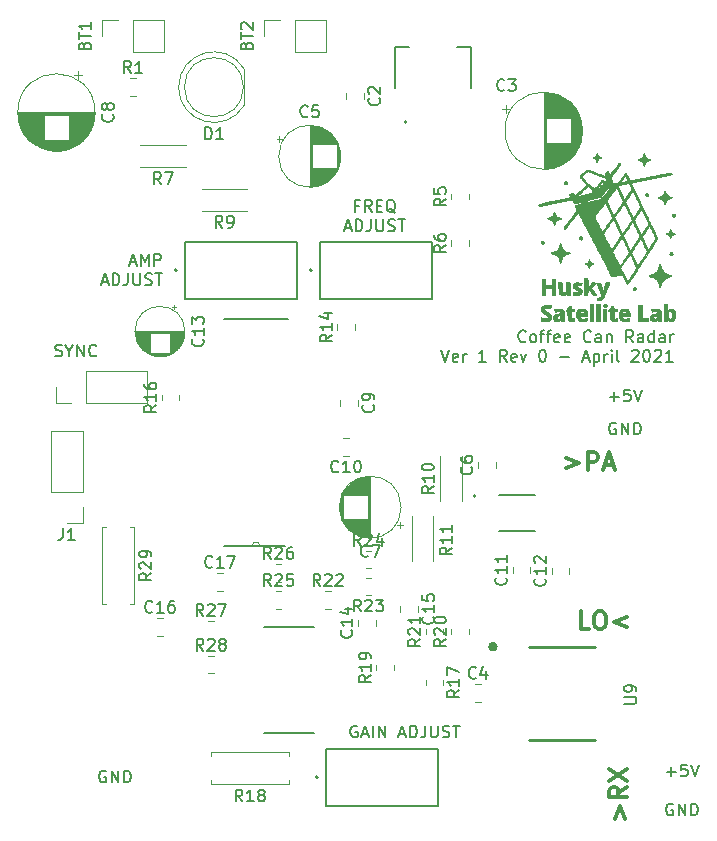
<source format=gbr>
%TF.GenerationSoftware,KiCad,Pcbnew,(5.1.8)-1*%
%TF.CreationDate,2021-04-18T10:22:12-07:00*%
%TF.ProjectId,coffee-spring21,636f6666-6565-42d7-9370-72696e673231,rev?*%
%TF.SameCoordinates,Original*%
%TF.FileFunction,Legend,Top*%
%TF.FilePolarity,Positive*%
%FSLAX46Y46*%
G04 Gerber Fmt 4.6, Leading zero omitted, Abs format (unit mm)*
G04 Created by KiCad (PCBNEW (5.1.8)-1) date 2021-04-18 10:22:12*
%MOMM*%
%LPD*%
G01*
G04 APERTURE LIST*
%ADD10C,0.150000*%
%ADD11C,0.300000*%
%ADD12C,0.010000*%
%ADD13C,0.120000*%
%ADD14C,0.152400*%
%ADD15C,0.100000*%
%ADD16C,0.200000*%
%ADD17C,0.127000*%
%ADD18C,0.217000*%
%ADD19C,0.400000*%
G04 APERTURE END LIST*
D10*
X148273000Y-114562000D02*
X148177761Y-114514380D01*
X148034904Y-114514380D01*
X147892047Y-114562000D01*
X147796809Y-114657238D01*
X147749190Y-114752476D01*
X147701571Y-114942952D01*
X147701571Y-115085809D01*
X147749190Y-115276285D01*
X147796809Y-115371523D01*
X147892047Y-115466761D01*
X148034904Y-115514380D01*
X148130142Y-115514380D01*
X148273000Y-115466761D01*
X148320619Y-115419142D01*
X148320619Y-115085809D01*
X148130142Y-115085809D01*
X148701571Y-115228666D02*
X149177761Y-115228666D01*
X148606333Y-115514380D02*
X148939666Y-114514380D01*
X149273000Y-115514380D01*
X149606333Y-115514380D02*
X149606333Y-114514380D01*
X150082523Y-115514380D02*
X150082523Y-114514380D01*
X150653952Y-115514380D01*
X150653952Y-114514380D01*
X151844428Y-115228666D02*
X152320619Y-115228666D01*
X151749190Y-115514380D02*
X152082523Y-114514380D01*
X152415857Y-115514380D01*
X152749190Y-115514380D02*
X152749190Y-114514380D01*
X152987285Y-114514380D01*
X153130142Y-114562000D01*
X153225380Y-114657238D01*
X153273000Y-114752476D01*
X153320619Y-114942952D01*
X153320619Y-115085809D01*
X153273000Y-115276285D01*
X153225380Y-115371523D01*
X153130142Y-115466761D01*
X152987285Y-115514380D01*
X152749190Y-115514380D01*
X154034904Y-114514380D02*
X154034904Y-115228666D01*
X153987285Y-115371523D01*
X153892047Y-115466761D01*
X153749190Y-115514380D01*
X153653952Y-115514380D01*
X154511095Y-114514380D02*
X154511095Y-115323904D01*
X154558714Y-115419142D01*
X154606333Y-115466761D01*
X154701571Y-115514380D01*
X154892047Y-115514380D01*
X154987285Y-115466761D01*
X155034904Y-115419142D01*
X155082523Y-115323904D01*
X155082523Y-114514380D01*
X155511095Y-115466761D02*
X155653952Y-115514380D01*
X155892047Y-115514380D01*
X155987285Y-115466761D01*
X156034904Y-115419142D01*
X156082523Y-115323904D01*
X156082523Y-115228666D01*
X156034904Y-115133428D01*
X155987285Y-115085809D01*
X155892047Y-115038190D01*
X155701571Y-114990571D01*
X155606333Y-114942952D01*
X155558714Y-114895333D01*
X155511095Y-114800095D01*
X155511095Y-114704857D01*
X155558714Y-114609619D01*
X155606333Y-114562000D01*
X155701571Y-114514380D01*
X155939666Y-114514380D01*
X156082523Y-114562000D01*
X156368238Y-114514380D02*
X156939666Y-114514380D01*
X156653952Y-115514380D02*
X156653952Y-114514380D01*
X148399666Y-70477571D02*
X148066333Y-70477571D01*
X148066333Y-71001380D02*
X148066333Y-70001380D01*
X148542523Y-70001380D01*
X149494904Y-71001380D02*
X149161571Y-70525190D01*
X148923476Y-71001380D02*
X148923476Y-70001380D01*
X149304428Y-70001380D01*
X149399666Y-70049000D01*
X149447285Y-70096619D01*
X149494904Y-70191857D01*
X149494904Y-70334714D01*
X149447285Y-70429952D01*
X149399666Y-70477571D01*
X149304428Y-70525190D01*
X148923476Y-70525190D01*
X149923476Y-70477571D02*
X150256809Y-70477571D01*
X150399666Y-71001380D02*
X149923476Y-71001380D01*
X149923476Y-70001380D01*
X150399666Y-70001380D01*
X151494904Y-71096619D02*
X151399666Y-71049000D01*
X151304428Y-70953761D01*
X151161571Y-70810904D01*
X151066333Y-70763285D01*
X150971095Y-70763285D01*
X151018714Y-71001380D02*
X150923476Y-70953761D01*
X150828238Y-70858523D01*
X150780619Y-70668047D01*
X150780619Y-70334714D01*
X150828238Y-70144238D01*
X150923476Y-70049000D01*
X151018714Y-70001380D01*
X151209190Y-70001380D01*
X151304428Y-70049000D01*
X151399666Y-70144238D01*
X151447285Y-70334714D01*
X151447285Y-70668047D01*
X151399666Y-70858523D01*
X151304428Y-70953761D01*
X151209190Y-71001380D01*
X151018714Y-71001380D01*
X147233000Y-72365666D02*
X147709190Y-72365666D01*
X147137761Y-72651380D02*
X147471095Y-71651380D01*
X147804428Y-72651380D01*
X148137761Y-72651380D02*
X148137761Y-71651380D01*
X148375857Y-71651380D01*
X148518714Y-71699000D01*
X148613952Y-71794238D01*
X148661571Y-71889476D01*
X148709190Y-72079952D01*
X148709190Y-72222809D01*
X148661571Y-72413285D01*
X148613952Y-72508523D01*
X148518714Y-72603761D01*
X148375857Y-72651380D01*
X148137761Y-72651380D01*
X149423476Y-71651380D02*
X149423476Y-72365666D01*
X149375857Y-72508523D01*
X149280619Y-72603761D01*
X149137761Y-72651380D01*
X149042523Y-72651380D01*
X149899666Y-71651380D02*
X149899666Y-72460904D01*
X149947285Y-72556142D01*
X149994904Y-72603761D01*
X150090142Y-72651380D01*
X150280619Y-72651380D01*
X150375857Y-72603761D01*
X150423476Y-72556142D01*
X150471095Y-72460904D01*
X150471095Y-71651380D01*
X150899666Y-72603761D02*
X151042523Y-72651380D01*
X151280619Y-72651380D01*
X151375857Y-72603761D01*
X151423476Y-72556142D01*
X151471095Y-72460904D01*
X151471095Y-72365666D01*
X151423476Y-72270428D01*
X151375857Y-72222809D01*
X151280619Y-72175190D01*
X151090142Y-72127571D01*
X150994904Y-72079952D01*
X150947285Y-72032333D01*
X150899666Y-71937095D01*
X150899666Y-71841857D01*
X150947285Y-71746619D01*
X150994904Y-71699000D01*
X151090142Y-71651380D01*
X151328238Y-71651380D01*
X151471095Y-71699000D01*
X151756809Y-71651380D02*
X152328238Y-71651380D01*
X152042523Y-72651380D02*
X152042523Y-71651380D01*
X129045976Y-75287666D02*
X129522166Y-75287666D01*
X128950738Y-75573380D02*
X129284071Y-74573380D01*
X129617404Y-75573380D01*
X129950738Y-75573380D02*
X129950738Y-74573380D01*
X130284071Y-75287666D01*
X130617404Y-74573380D01*
X130617404Y-75573380D01*
X131093595Y-75573380D02*
X131093595Y-74573380D01*
X131474547Y-74573380D01*
X131569785Y-74621000D01*
X131617404Y-74668619D01*
X131665023Y-74763857D01*
X131665023Y-74906714D01*
X131617404Y-75001952D01*
X131569785Y-75049571D01*
X131474547Y-75097190D01*
X131093595Y-75097190D01*
X126665023Y-76937666D02*
X127141214Y-76937666D01*
X126569785Y-77223380D02*
X126903119Y-76223380D01*
X127236452Y-77223380D01*
X127569785Y-77223380D02*
X127569785Y-76223380D01*
X127807880Y-76223380D01*
X127950738Y-76271000D01*
X128045976Y-76366238D01*
X128093595Y-76461476D01*
X128141214Y-76651952D01*
X128141214Y-76794809D01*
X128093595Y-76985285D01*
X128045976Y-77080523D01*
X127950738Y-77175761D01*
X127807880Y-77223380D01*
X127569785Y-77223380D01*
X128855500Y-76223380D02*
X128855500Y-76937666D01*
X128807880Y-77080523D01*
X128712642Y-77175761D01*
X128569785Y-77223380D01*
X128474547Y-77223380D01*
X129331690Y-76223380D02*
X129331690Y-77032904D01*
X129379309Y-77128142D01*
X129426928Y-77175761D01*
X129522166Y-77223380D01*
X129712642Y-77223380D01*
X129807880Y-77175761D01*
X129855500Y-77128142D01*
X129903119Y-77032904D01*
X129903119Y-76223380D01*
X130331690Y-77175761D02*
X130474547Y-77223380D01*
X130712642Y-77223380D01*
X130807880Y-77175761D01*
X130855500Y-77128142D01*
X130903119Y-77032904D01*
X130903119Y-76937666D01*
X130855500Y-76842428D01*
X130807880Y-76794809D01*
X130712642Y-76747190D01*
X130522166Y-76699571D01*
X130426928Y-76651952D01*
X130379309Y-76604333D01*
X130331690Y-76509095D01*
X130331690Y-76413857D01*
X130379309Y-76318619D01*
X130426928Y-76271000D01*
X130522166Y-76223380D01*
X130760261Y-76223380D01*
X130903119Y-76271000D01*
X131188833Y-76223380D02*
X131760261Y-76223380D01*
X131474547Y-77223380D02*
X131474547Y-76223380D01*
X122721904Y-83208761D02*
X122864761Y-83256380D01*
X123102857Y-83256380D01*
X123198095Y-83208761D01*
X123245714Y-83161142D01*
X123293333Y-83065904D01*
X123293333Y-82970666D01*
X123245714Y-82875428D01*
X123198095Y-82827809D01*
X123102857Y-82780190D01*
X122912380Y-82732571D01*
X122817142Y-82684952D01*
X122769523Y-82637333D01*
X122721904Y-82542095D01*
X122721904Y-82446857D01*
X122769523Y-82351619D01*
X122817142Y-82304000D01*
X122912380Y-82256380D01*
X123150476Y-82256380D01*
X123293333Y-82304000D01*
X123912380Y-82780190D02*
X123912380Y-83256380D01*
X123579047Y-82256380D02*
X123912380Y-82780190D01*
X124245714Y-82256380D01*
X124579047Y-83256380D02*
X124579047Y-82256380D01*
X125150476Y-83256380D01*
X125150476Y-82256380D01*
X126198095Y-83161142D02*
X126150476Y-83208761D01*
X126007619Y-83256380D01*
X125912380Y-83256380D01*
X125769523Y-83208761D01*
X125674285Y-83113523D01*
X125626666Y-83018285D01*
X125579047Y-82827809D01*
X125579047Y-82684952D01*
X125626666Y-82494476D01*
X125674285Y-82399238D01*
X125769523Y-82304000D01*
X125912380Y-82256380D01*
X126007619Y-82256380D01*
X126150476Y-82304000D01*
X126198095Y-82351619D01*
X175006095Y-121166000D02*
X174910857Y-121118380D01*
X174768000Y-121118380D01*
X174625142Y-121166000D01*
X174529904Y-121261238D01*
X174482285Y-121356476D01*
X174434666Y-121546952D01*
X174434666Y-121689809D01*
X174482285Y-121880285D01*
X174529904Y-121975523D01*
X174625142Y-122070761D01*
X174768000Y-122118380D01*
X174863238Y-122118380D01*
X175006095Y-122070761D01*
X175053714Y-122023142D01*
X175053714Y-121689809D01*
X174863238Y-121689809D01*
X175482285Y-122118380D02*
X175482285Y-121118380D01*
X176053714Y-122118380D01*
X176053714Y-121118380D01*
X176529904Y-122118380D02*
X176529904Y-121118380D01*
X176768000Y-121118380D01*
X176910857Y-121166000D01*
X177006095Y-121261238D01*
X177053714Y-121356476D01*
X177101333Y-121546952D01*
X177101333Y-121689809D01*
X177053714Y-121880285D01*
X177006095Y-121975523D01*
X176910857Y-122070761D01*
X176768000Y-122118380D01*
X176529904Y-122118380D01*
X174482285Y-118435428D02*
X175244190Y-118435428D01*
X174863238Y-118816380D02*
X174863238Y-118054476D01*
X176196571Y-117816380D02*
X175720380Y-117816380D01*
X175672761Y-118292571D01*
X175720380Y-118244952D01*
X175815619Y-118197333D01*
X176053714Y-118197333D01*
X176148952Y-118244952D01*
X176196571Y-118292571D01*
X176244190Y-118387809D01*
X176244190Y-118625904D01*
X176196571Y-118721142D01*
X176148952Y-118768761D01*
X176053714Y-118816380D01*
X175815619Y-118816380D01*
X175720380Y-118768761D01*
X175672761Y-118721142D01*
X176529904Y-117816380D02*
X176863238Y-118816380D01*
X177196571Y-117816380D01*
X170180095Y-88908000D02*
X170084857Y-88860380D01*
X169942000Y-88860380D01*
X169799142Y-88908000D01*
X169703904Y-89003238D01*
X169656285Y-89098476D01*
X169608666Y-89288952D01*
X169608666Y-89431809D01*
X169656285Y-89622285D01*
X169703904Y-89717523D01*
X169799142Y-89812761D01*
X169942000Y-89860380D01*
X170037238Y-89860380D01*
X170180095Y-89812761D01*
X170227714Y-89765142D01*
X170227714Y-89431809D01*
X170037238Y-89431809D01*
X170656285Y-89860380D02*
X170656285Y-88860380D01*
X171227714Y-89860380D01*
X171227714Y-88860380D01*
X171703904Y-89860380D02*
X171703904Y-88860380D01*
X171942000Y-88860380D01*
X172084857Y-88908000D01*
X172180095Y-89003238D01*
X172227714Y-89098476D01*
X172275333Y-89288952D01*
X172275333Y-89431809D01*
X172227714Y-89622285D01*
X172180095Y-89717523D01*
X172084857Y-89812761D01*
X171942000Y-89860380D01*
X171703904Y-89860380D01*
X169656285Y-86685428D02*
X170418190Y-86685428D01*
X170037238Y-87066380D02*
X170037238Y-86304476D01*
X171370571Y-86066380D02*
X170894380Y-86066380D01*
X170846761Y-86542571D01*
X170894380Y-86494952D01*
X170989619Y-86447333D01*
X171227714Y-86447333D01*
X171322952Y-86494952D01*
X171370571Y-86542571D01*
X171418190Y-86637809D01*
X171418190Y-86875904D01*
X171370571Y-86971142D01*
X171322952Y-87018761D01*
X171227714Y-87066380D01*
X170989619Y-87066380D01*
X170894380Y-87018761D01*
X170846761Y-86971142D01*
X171703904Y-86066380D02*
X172037238Y-87066380D01*
X172370571Y-86066380D01*
X127000095Y-118372000D02*
X126904857Y-118324380D01*
X126762000Y-118324380D01*
X126619142Y-118372000D01*
X126523904Y-118467238D01*
X126476285Y-118562476D01*
X126428666Y-118752952D01*
X126428666Y-118895809D01*
X126476285Y-119086285D01*
X126523904Y-119181523D01*
X126619142Y-119276761D01*
X126762000Y-119324380D01*
X126857238Y-119324380D01*
X127000095Y-119276761D01*
X127047714Y-119229142D01*
X127047714Y-118895809D01*
X126857238Y-118895809D01*
X127476285Y-119324380D02*
X127476285Y-118324380D01*
X128047714Y-119324380D01*
X128047714Y-118324380D01*
X128523904Y-119324380D02*
X128523904Y-118324380D01*
X128762000Y-118324380D01*
X128904857Y-118372000D01*
X129000095Y-118467238D01*
X129047714Y-118562476D01*
X129095333Y-118752952D01*
X129095333Y-118895809D01*
X129047714Y-119086285D01*
X129000095Y-119181523D01*
X128904857Y-119276761D01*
X128762000Y-119324380D01*
X128523904Y-119324380D01*
D11*
X170112571Y-122431714D02*
X170541142Y-121288857D01*
X170969714Y-122431714D01*
X171112571Y-119717428D02*
X170398285Y-120217428D01*
X171112571Y-120574571D02*
X169612571Y-120574571D01*
X169612571Y-120003142D01*
X169684000Y-119860285D01*
X169755428Y-119788857D01*
X169898285Y-119717428D01*
X170112571Y-119717428D01*
X170255428Y-119788857D01*
X170326857Y-119860285D01*
X170398285Y-120003142D01*
X170398285Y-120574571D01*
X169612571Y-119217428D02*
X171112571Y-118217428D01*
X169612571Y-118217428D02*
X171112571Y-119217428D01*
X167914000Y-106342571D02*
X167199714Y-106342571D01*
X167199714Y-104842571D01*
X168699714Y-104842571D02*
X168985428Y-104842571D01*
X169128285Y-104914000D01*
X169271142Y-105056857D01*
X169342571Y-105342571D01*
X169342571Y-105842571D01*
X169271142Y-106128285D01*
X169128285Y-106271142D01*
X168985428Y-106342571D01*
X168699714Y-106342571D01*
X168556857Y-106271142D01*
X168414000Y-106128285D01*
X168342571Y-105842571D01*
X168342571Y-105342571D01*
X168414000Y-105056857D01*
X168556857Y-104914000D01*
X168699714Y-104842571D01*
X171128285Y-105342571D02*
X169985428Y-105771142D01*
X171128285Y-106199714D01*
X165929714Y-91880571D02*
X167072571Y-92309142D01*
X165929714Y-92737714D01*
X167786857Y-92880571D02*
X167786857Y-91380571D01*
X168358285Y-91380571D01*
X168501142Y-91452000D01*
X168572571Y-91523428D01*
X168644000Y-91666285D01*
X168644000Y-91880571D01*
X168572571Y-92023428D01*
X168501142Y-92094857D01*
X168358285Y-92166285D01*
X167786857Y-92166285D01*
X169215428Y-92452000D02*
X169929714Y-92452000D01*
X169072571Y-92880571D02*
X169572571Y-91380571D01*
X170072571Y-92880571D01*
D10*
X162543452Y-81955142D02*
X162495833Y-82002761D01*
X162352976Y-82050380D01*
X162257738Y-82050380D01*
X162114880Y-82002761D01*
X162019642Y-81907523D01*
X161972023Y-81812285D01*
X161924404Y-81621809D01*
X161924404Y-81478952D01*
X161972023Y-81288476D01*
X162019642Y-81193238D01*
X162114880Y-81098000D01*
X162257738Y-81050380D01*
X162352976Y-81050380D01*
X162495833Y-81098000D01*
X162543452Y-81145619D01*
X163114880Y-82050380D02*
X163019642Y-82002761D01*
X162972023Y-81955142D01*
X162924404Y-81859904D01*
X162924404Y-81574190D01*
X162972023Y-81478952D01*
X163019642Y-81431333D01*
X163114880Y-81383714D01*
X163257738Y-81383714D01*
X163352976Y-81431333D01*
X163400595Y-81478952D01*
X163448214Y-81574190D01*
X163448214Y-81859904D01*
X163400595Y-81955142D01*
X163352976Y-82002761D01*
X163257738Y-82050380D01*
X163114880Y-82050380D01*
X163733928Y-81383714D02*
X164114880Y-81383714D01*
X163876785Y-82050380D02*
X163876785Y-81193238D01*
X163924404Y-81098000D01*
X164019642Y-81050380D01*
X164114880Y-81050380D01*
X164305357Y-81383714D02*
X164686309Y-81383714D01*
X164448214Y-82050380D02*
X164448214Y-81193238D01*
X164495833Y-81098000D01*
X164591071Y-81050380D01*
X164686309Y-81050380D01*
X165400595Y-82002761D02*
X165305357Y-82050380D01*
X165114880Y-82050380D01*
X165019642Y-82002761D01*
X164972023Y-81907523D01*
X164972023Y-81526571D01*
X165019642Y-81431333D01*
X165114880Y-81383714D01*
X165305357Y-81383714D01*
X165400595Y-81431333D01*
X165448214Y-81526571D01*
X165448214Y-81621809D01*
X164972023Y-81717047D01*
X166257738Y-82002761D02*
X166162500Y-82050380D01*
X165972023Y-82050380D01*
X165876785Y-82002761D01*
X165829166Y-81907523D01*
X165829166Y-81526571D01*
X165876785Y-81431333D01*
X165972023Y-81383714D01*
X166162500Y-81383714D01*
X166257738Y-81431333D01*
X166305357Y-81526571D01*
X166305357Y-81621809D01*
X165829166Y-81717047D01*
X168067261Y-81955142D02*
X168019642Y-82002761D01*
X167876785Y-82050380D01*
X167781547Y-82050380D01*
X167638690Y-82002761D01*
X167543452Y-81907523D01*
X167495833Y-81812285D01*
X167448214Y-81621809D01*
X167448214Y-81478952D01*
X167495833Y-81288476D01*
X167543452Y-81193238D01*
X167638690Y-81098000D01*
X167781547Y-81050380D01*
X167876785Y-81050380D01*
X168019642Y-81098000D01*
X168067261Y-81145619D01*
X168924404Y-82050380D02*
X168924404Y-81526571D01*
X168876785Y-81431333D01*
X168781547Y-81383714D01*
X168591071Y-81383714D01*
X168495833Y-81431333D01*
X168924404Y-82002761D02*
X168829166Y-82050380D01*
X168591071Y-82050380D01*
X168495833Y-82002761D01*
X168448214Y-81907523D01*
X168448214Y-81812285D01*
X168495833Y-81717047D01*
X168591071Y-81669428D01*
X168829166Y-81669428D01*
X168924404Y-81621809D01*
X169400595Y-81383714D02*
X169400595Y-82050380D01*
X169400595Y-81478952D02*
X169448214Y-81431333D01*
X169543452Y-81383714D01*
X169686309Y-81383714D01*
X169781547Y-81431333D01*
X169829166Y-81526571D01*
X169829166Y-82050380D01*
X171638690Y-82050380D02*
X171305357Y-81574190D01*
X171067261Y-82050380D02*
X171067261Y-81050380D01*
X171448214Y-81050380D01*
X171543452Y-81098000D01*
X171591071Y-81145619D01*
X171638690Y-81240857D01*
X171638690Y-81383714D01*
X171591071Y-81478952D01*
X171543452Y-81526571D01*
X171448214Y-81574190D01*
X171067261Y-81574190D01*
X172495833Y-82050380D02*
X172495833Y-81526571D01*
X172448214Y-81431333D01*
X172352976Y-81383714D01*
X172162500Y-81383714D01*
X172067261Y-81431333D01*
X172495833Y-82002761D02*
X172400595Y-82050380D01*
X172162500Y-82050380D01*
X172067261Y-82002761D01*
X172019642Y-81907523D01*
X172019642Y-81812285D01*
X172067261Y-81717047D01*
X172162500Y-81669428D01*
X172400595Y-81669428D01*
X172495833Y-81621809D01*
X173400595Y-82050380D02*
X173400595Y-81050380D01*
X173400595Y-82002761D02*
X173305357Y-82050380D01*
X173114880Y-82050380D01*
X173019642Y-82002761D01*
X172972023Y-81955142D01*
X172924404Y-81859904D01*
X172924404Y-81574190D01*
X172972023Y-81478952D01*
X173019642Y-81431333D01*
X173114880Y-81383714D01*
X173305357Y-81383714D01*
X173400595Y-81431333D01*
X174305357Y-82050380D02*
X174305357Y-81526571D01*
X174257738Y-81431333D01*
X174162500Y-81383714D01*
X173972023Y-81383714D01*
X173876785Y-81431333D01*
X174305357Y-82002761D02*
X174210119Y-82050380D01*
X173972023Y-82050380D01*
X173876785Y-82002761D01*
X173829166Y-81907523D01*
X173829166Y-81812285D01*
X173876785Y-81717047D01*
X173972023Y-81669428D01*
X174210119Y-81669428D01*
X174305357Y-81621809D01*
X174781547Y-82050380D02*
X174781547Y-81383714D01*
X174781547Y-81574190D02*
X174829166Y-81478952D01*
X174876785Y-81431333D01*
X174972023Y-81383714D01*
X175067261Y-81383714D01*
X155400595Y-82700380D02*
X155733928Y-83700380D01*
X156067261Y-82700380D01*
X156781547Y-83652761D02*
X156686309Y-83700380D01*
X156495833Y-83700380D01*
X156400595Y-83652761D01*
X156352976Y-83557523D01*
X156352976Y-83176571D01*
X156400595Y-83081333D01*
X156495833Y-83033714D01*
X156686309Y-83033714D01*
X156781547Y-83081333D01*
X156829166Y-83176571D01*
X156829166Y-83271809D01*
X156352976Y-83367047D01*
X157257738Y-83700380D02*
X157257738Y-83033714D01*
X157257738Y-83224190D02*
X157305357Y-83128952D01*
X157352976Y-83081333D01*
X157448214Y-83033714D01*
X157543452Y-83033714D01*
X159162500Y-83700380D02*
X158591071Y-83700380D01*
X158876785Y-83700380D02*
X158876785Y-82700380D01*
X158781547Y-82843238D01*
X158686309Y-82938476D01*
X158591071Y-82986095D01*
X160924404Y-83700380D02*
X160591071Y-83224190D01*
X160352976Y-83700380D02*
X160352976Y-82700380D01*
X160733928Y-82700380D01*
X160829166Y-82748000D01*
X160876785Y-82795619D01*
X160924404Y-82890857D01*
X160924404Y-83033714D01*
X160876785Y-83128952D01*
X160829166Y-83176571D01*
X160733928Y-83224190D01*
X160352976Y-83224190D01*
X161733928Y-83652761D02*
X161638690Y-83700380D01*
X161448214Y-83700380D01*
X161352976Y-83652761D01*
X161305357Y-83557523D01*
X161305357Y-83176571D01*
X161352976Y-83081333D01*
X161448214Y-83033714D01*
X161638690Y-83033714D01*
X161733928Y-83081333D01*
X161781547Y-83176571D01*
X161781547Y-83271809D01*
X161305357Y-83367047D01*
X162114880Y-83033714D02*
X162352976Y-83700380D01*
X162591071Y-83033714D01*
X163924404Y-82700380D02*
X164019642Y-82700380D01*
X164114880Y-82748000D01*
X164162500Y-82795619D01*
X164210119Y-82890857D01*
X164257738Y-83081333D01*
X164257738Y-83319428D01*
X164210119Y-83509904D01*
X164162500Y-83605142D01*
X164114880Y-83652761D01*
X164019642Y-83700380D01*
X163924404Y-83700380D01*
X163829166Y-83652761D01*
X163781547Y-83605142D01*
X163733928Y-83509904D01*
X163686309Y-83319428D01*
X163686309Y-83081333D01*
X163733928Y-82890857D01*
X163781547Y-82795619D01*
X163829166Y-82748000D01*
X163924404Y-82700380D01*
X165448214Y-83319428D02*
X166210119Y-83319428D01*
X167400595Y-83414666D02*
X167876785Y-83414666D01*
X167305357Y-83700380D02*
X167638690Y-82700380D01*
X167972023Y-83700380D01*
X168305357Y-83033714D02*
X168305357Y-84033714D01*
X168305357Y-83081333D02*
X168400595Y-83033714D01*
X168591071Y-83033714D01*
X168686309Y-83081333D01*
X168733928Y-83128952D01*
X168781547Y-83224190D01*
X168781547Y-83509904D01*
X168733928Y-83605142D01*
X168686309Y-83652761D01*
X168591071Y-83700380D01*
X168400595Y-83700380D01*
X168305357Y-83652761D01*
X169210119Y-83700380D02*
X169210119Y-83033714D01*
X169210119Y-83224190D02*
X169257738Y-83128952D01*
X169305357Y-83081333D01*
X169400595Y-83033714D01*
X169495833Y-83033714D01*
X169829166Y-83700380D02*
X169829166Y-83033714D01*
X169829166Y-82700380D02*
X169781547Y-82748000D01*
X169829166Y-82795619D01*
X169876785Y-82748000D01*
X169829166Y-82700380D01*
X169829166Y-82795619D01*
X170448214Y-83700380D02*
X170352976Y-83652761D01*
X170305357Y-83557523D01*
X170305357Y-82700380D01*
X171543452Y-82795619D02*
X171591071Y-82748000D01*
X171686309Y-82700380D01*
X171924404Y-82700380D01*
X172019642Y-82748000D01*
X172067261Y-82795619D01*
X172114880Y-82890857D01*
X172114880Y-82986095D01*
X172067261Y-83128952D01*
X171495833Y-83700380D01*
X172114880Y-83700380D01*
X172733928Y-82700380D02*
X172829166Y-82700380D01*
X172924404Y-82748000D01*
X172972023Y-82795619D01*
X173019642Y-82890857D01*
X173067261Y-83081333D01*
X173067261Y-83319428D01*
X173019642Y-83509904D01*
X172972023Y-83605142D01*
X172924404Y-83652761D01*
X172829166Y-83700380D01*
X172733928Y-83700380D01*
X172638690Y-83652761D01*
X172591071Y-83605142D01*
X172543452Y-83509904D01*
X172495833Y-83319428D01*
X172495833Y-83081333D01*
X172543452Y-82890857D01*
X172591071Y-82795619D01*
X172638690Y-82748000D01*
X172733928Y-82700380D01*
X173448214Y-82795619D02*
X173495833Y-82748000D01*
X173591071Y-82700380D01*
X173829166Y-82700380D01*
X173924404Y-82748000D01*
X173972023Y-82795619D01*
X174019642Y-82890857D01*
X174019642Y-82986095D01*
X173972023Y-83128952D01*
X173400595Y-83700380D01*
X174019642Y-83700380D01*
X174972023Y-83700380D02*
X174400595Y-83700380D01*
X174686309Y-83700380D02*
X174686309Y-82700380D01*
X174591071Y-82843238D01*
X174495833Y-82938476D01*
X174400595Y-82986095D01*
D12*
%TO.C,G\u002A\u002A\u002A*%
G36*
X168569340Y-66066308D02*
G01*
X168583578Y-66095318D01*
X168584131Y-66097150D01*
X168608967Y-66167831D01*
X168639298Y-66224215D01*
X168679305Y-66270475D01*
X168733169Y-66310784D01*
X168805071Y-66349318D01*
X168862375Y-66374928D01*
X168892231Y-66390390D01*
X168908805Y-66404336D01*
X168910000Y-66407605D01*
X168898875Y-66417892D01*
X168870844Y-66429254D01*
X168856025Y-66433409D01*
X168765071Y-66467740D01*
X168690724Y-66521131D01*
X168633792Y-66592844D01*
X168599887Y-66667090D01*
X168580501Y-66716320D01*
X168562308Y-66748129D01*
X168547110Y-66760177D01*
X168536709Y-66750123D01*
X168536489Y-66749455D01*
X168530831Y-66725931D01*
X168524120Y-66690726D01*
X168523121Y-66684833D01*
X168505316Y-66635701D01*
X168470559Y-66581691D01*
X168424580Y-66528835D01*
X168373112Y-66483168D01*
X168321883Y-66450724D01*
X168289876Y-66439244D01*
X168252278Y-66431417D01*
X168227375Y-66426311D01*
X168203157Y-66416270D01*
X168203253Y-66401763D01*
X168227218Y-66383992D01*
X168246425Y-66374928D01*
X168337711Y-66331572D01*
X168407239Y-66287270D01*
X168458546Y-66238770D01*
X168495170Y-66182823D01*
X168517852Y-66125524D01*
X168535378Y-66081882D01*
X168552907Y-66061987D01*
X168569340Y-66066308D01*
G37*
X168569340Y-66066308D02*
X168583578Y-66095318D01*
X168584131Y-66097150D01*
X168608967Y-66167831D01*
X168639298Y-66224215D01*
X168679305Y-66270475D01*
X168733169Y-66310784D01*
X168805071Y-66349318D01*
X168862375Y-66374928D01*
X168892231Y-66390390D01*
X168908805Y-66404336D01*
X168910000Y-66407605D01*
X168898875Y-66417892D01*
X168870844Y-66429254D01*
X168856025Y-66433409D01*
X168765071Y-66467740D01*
X168690724Y-66521131D01*
X168633792Y-66592844D01*
X168599887Y-66667090D01*
X168580501Y-66716320D01*
X168562308Y-66748129D01*
X168547110Y-66760177D01*
X168536709Y-66750123D01*
X168536489Y-66749455D01*
X168530831Y-66725931D01*
X168524120Y-66690726D01*
X168523121Y-66684833D01*
X168505316Y-66635701D01*
X168470559Y-66581691D01*
X168424580Y-66528835D01*
X168373112Y-66483168D01*
X168321883Y-66450724D01*
X168289876Y-66439244D01*
X168252278Y-66431417D01*
X168227375Y-66426311D01*
X168203157Y-66416270D01*
X168203253Y-66401763D01*
X168227218Y-66383992D01*
X168246425Y-66374928D01*
X168337711Y-66331572D01*
X168407239Y-66287270D01*
X168458546Y-66238770D01*
X168495170Y-66182823D01*
X168517852Y-66125524D01*
X168535378Y-66081882D01*
X168552907Y-66061987D01*
X168569340Y-66066308D01*
G36*
X172561006Y-66072263D02*
G01*
X172574158Y-66097461D01*
X172574835Y-66100325D01*
X172604292Y-66199529D01*
X172646007Y-66291824D01*
X172696892Y-66371906D01*
X172753857Y-66434467D01*
X172782240Y-66456571D01*
X172822267Y-66479618D01*
X172876370Y-66505580D01*
X172934411Y-66529681D01*
X172948600Y-66534946D01*
X173011702Y-66558189D01*
X173053559Y-66575336D01*
X173077029Y-66588302D01*
X173084970Y-66599005D01*
X173080239Y-66609360D01*
X173071253Y-66617172D01*
X173043826Y-66630731D01*
X173005079Y-66641970D01*
X172995053Y-66643879D01*
X172911342Y-66668788D01*
X172826801Y-66713289D01*
X172747982Y-66772668D01*
X172681439Y-66842213D01*
X172644952Y-66895679D01*
X172623883Y-66935710D01*
X172607447Y-66975584D01*
X172592850Y-67023346D01*
X172577300Y-67087042D01*
X172574981Y-67097275D01*
X172562336Y-67122306D01*
X172543867Y-67132327D01*
X172527444Y-67124427D01*
X172523444Y-67116325D01*
X172517502Y-67096905D01*
X172506765Y-67060585D01*
X172493452Y-67014875D01*
X172492143Y-67010350D01*
X172448958Y-66904004D01*
X172385844Y-66812903D01*
X172303942Y-66738108D01*
X172204392Y-66680681D01*
X172098382Y-66644145D01*
X172056021Y-66632869D01*
X172024564Y-66623434D01*
X172011088Y-66618021D01*
X172009025Y-66601407D01*
X172031889Y-66580771D01*
X172079544Y-66556211D01*
X172127587Y-66536731D01*
X172185517Y-66512248D01*
X172242529Y-66483780D01*
X172288332Y-66456568D01*
X172297085Y-66450383D01*
X172358338Y-66397442D01*
X172413147Y-66336331D01*
X172457980Y-66272250D01*
X172489306Y-66210400D01*
X172503594Y-66155979D01*
X172504100Y-66145564D01*
X172509919Y-66106914D01*
X172524360Y-66079884D01*
X172542898Y-66067369D01*
X172561006Y-66072263D01*
G37*
X172561006Y-66072263D02*
X172574158Y-66097461D01*
X172574835Y-66100325D01*
X172604292Y-66199529D01*
X172646007Y-66291824D01*
X172696892Y-66371906D01*
X172753857Y-66434467D01*
X172782240Y-66456571D01*
X172822267Y-66479618D01*
X172876370Y-66505580D01*
X172934411Y-66529681D01*
X172948600Y-66534946D01*
X173011702Y-66558189D01*
X173053559Y-66575336D01*
X173077029Y-66588302D01*
X173084970Y-66599005D01*
X173080239Y-66609360D01*
X173071253Y-66617172D01*
X173043826Y-66630731D01*
X173005079Y-66641970D01*
X172995053Y-66643879D01*
X172911342Y-66668788D01*
X172826801Y-66713289D01*
X172747982Y-66772668D01*
X172681439Y-66842213D01*
X172644952Y-66895679D01*
X172623883Y-66935710D01*
X172607447Y-66975584D01*
X172592850Y-67023346D01*
X172577300Y-67087042D01*
X172574981Y-67097275D01*
X172562336Y-67122306D01*
X172543867Y-67132327D01*
X172527444Y-67124427D01*
X172523444Y-67116325D01*
X172517502Y-67096905D01*
X172506765Y-67060585D01*
X172493452Y-67014875D01*
X172492143Y-67010350D01*
X172448958Y-66904004D01*
X172385844Y-66812903D01*
X172303942Y-66738108D01*
X172204392Y-66680681D01*
X172098382Y-66644145D01*
X172056021Y-66632869D01*
X172024564Y-66623434D01*
X172011088Y-66618021D01*
X172009025Y-66601407D01*
X172031889Y-66580771D01*
X172079544Y-66556211D01*
X172127587Y-66536731D01*
X172185517Y-66512248D01*
X172242529Y-66483780D01*
X172288332Y-66456568D01*
X172297085Y-66450383D01*
X172358338Y-66397442D01*
X172413147Y-66336331D01*
X172457980Y-66272250D01*
X172489306Y-66210400D01*
X172503594Y-66155979D01*
X172504100Y-66145564D01*
X172509919Y-66106914D01*
X172524360Y-66079884D01*
X172542898Y-66067369D01*
X172561006Y-66072263D01*
G36*
X166001212Y-68446502D02*
G01*
X166036625Y-68469284D01*
X166058723Y-68505054D01*
X166066714Y-68552560D01*
X166060598Y-68602417D01*
X166040377Y-68645240D01*
X166036605Y-68649927D01*
X165999415Y-68676199D01*
X165949998Y-68689733D01*
X165899229Y-68688337D01*
X165877955Y-68681883D01*
X165847668Y-68658516D01*
X165820237Y-68620498D01*
X165802197Y-68578313D01*
X165798594Y-68554600D01*
X165808576Y-68509628D01*
X165834273Y-68468649D01*
X165869313Y-68440397D01*
X165886476Y-68434152D01*
X165945160Y-68431454D01*
X166001212Y-68446502D01*
G37*
X166001212Y-68446502D02*
X166036625Y-68469284D01*
X166058723Y-68505054D01*
X166066714Y-68552560D01*
X166060598Y-68602417D01*
X166040377Y-68645240D01*
X166036605Y-68649927D01*
X165999415Y-68676199D01*
X165949998Y-68689733D01*
X165899229Y-68688337D01*
X165877955Y-68681883D01*
X165847668Y-68658516D01*
X165820237Y-68620498D01*
X165802197Y-68578313D01*
X165798594Y-68554600D01*
X165808576Y-68509628D01*
X165834273Y-68468649D01*
X165869313Y-68440397D01*
X165886476Y-68434152D01*
X165945160Y-68431454D01*
X166001212Y-68446502D01*
G36*
X172853622Y-69428847D02*
G01*
X172899512Y-69457708D01*
X172927573Y-69502655D01*
X172935496Y-69553890D01*
X172924172Y-69600076D01*
X172890144Y-69641324D01*
X172863073Y-69661572D01*
X172814106Y-69682845D01*
X172767731Y-69679346D01*
X172721991Y-69650818D01*
X172712380Y-69641720D01*
X172684601Y-69609659D01*
X172672045Y-69579237D01*
X172669200Y-69539542D01*
X172677724Y-69482502D01*
X172703704Y-69443818D01*
X172747748Y-69422889D01*
X172792447Y-69418482D01*
X172853622Y-69428847D01*
G37*
X172853622Y-69428847D02*
X172899512Y-69457708D01*
X172927573Y-69502655D01*
X172935496Y-69553890D01*
X172924172Y-69600076D01*
X172890144Y-69641324D01*
X172863073Y-69661572D01*
X172814106Y-69682845D01*
X172767731Y-69679346D01*
X172721991Y-69650818D01*
X172712380Y-69641720D01*
X172684601Y-69609659D01*
X172672045Y-69579237D01*
X172669200Y-69539542D01*
X172677724Y-69482502D01*
X172703704Y-69443818D01*
X172747748Y-69422889D01*
X172792447Y-69418482D01*
X172853622Y-69428847D01*
G36*
X174333941Y-69219432D02*
G01*
X174347637Y-69251829D01*
X174362634Y-69296844D01*
X174368088Y-69315703D01*
X174410493Y-69431566D01*
X174468751Y-69528295D01*
X174544285Y-69607337D01*
X174638515Y-69670140D01*
X174752866Y-69718148D01*
X174768826Y-69723236D01*
X174814303Y-69739059D01*
X174852826Y-69755571D01*
X174872830Y-69767035D01*
X174890322Y-69782467D01*
X174887675Y-69793731D01*
X174872893Y-69805918D01*
X174844176Y-69821784D01*
X174805182Y-69836316D01*
X174796693Y-69838704D01*
X174719786Y-69865163D01*
X174640562Y-69903089D01*
X174569108Y-69947178D01*
X174527632Y-69980220D01*
X174473951Y-70035614D01*
X174432954Y-70093655D01*
X174400245Y-70161893D01*
X174371430Y-70247876D01*
X174371053Y-70249174D01*
X174355195Y-70299248D01*
X174340045Y-70339153D01*
X174327900Y-70363165D01*
X174323572Y-70367459D01*
X174308457Y-70360820D01*
X174291819Y-70338088D01*
X174291049Y-70336584D01*
X174277064Y-70302191D01*
X174262841Y-70257392D01*
X174257980Y-70238968D01*
X174221869Y-70138277D01*
X174166082Y-70043407D01*
X174137138Y-70006685D01*
X174094244Y-69968254D01*
X174030376Y-69926535D01*
X173949373Y-69883666D01*
X173855075Y-69841787D01*
X173808525Y-69823534D01*
X173770858Y-69807266D01*
X173745871Y-69792431D01*
X173739188Y-69783283D01*
X173752035Y-69773449D01*
X173783303Y-69757011D01*
X173827748Y-69736583D01*
X173861862Y-69722140D01*
X173919394Y-69697197D01*
X173974237Y-69671086D01*
X174017936Y-69647925D01*
X174032656Y-69638942D01*
X174112203Y-69574102D01*
X174179980Y-69494836D01*
X174231330Y-69407496D01*
X174258955Y-69330159D01*
X174275551Y-69274218D01*
X174293840Y-69232516D01*
X174311770Y-69208976D01*
X174323959Y-69205669D01*
X174333941Y-69219432D01*
G37*
X174333941Y-69219432D02*
X174347637Y-69251829D01*
X174362634Y-69296844D01*
X174368088Y-69315703D01*
X174410493Y-69431566D01*
X174468751Y-69528295D01*
X174544285Y-69607337D01*
X174638515Y-69670140D01*
X174752866Y-69718148D01*
X174768826Y-69723236D01*
X174814303Y-69739059D01*
X174852826Y-69755571D01*
X174872830Y-69767035D01*
X174890322Y-69782467D01*
X174887675Y-69793731D01*
X174872893Y-69805918D01*
X174844176Y-69821784D01*
X174805182Y-69836316D01*
X174796693Y-69838704D01*
X174719786Y-69865163D01*
X174640562Y-69903089D01*
X174569108Y-69947178D01*
X174527632Y-69980220D01*
X174473951Y-70035614D01*
X174432954Y-70093655D01*
X174400245Y-70161893D01*
X174371430Y-70247876D01*
X174371053Y-70249174D01*
X174355195Y-70299248D01*
X174340045Y-70339153D01*
X174327900Y-70363165D01*
X174323572Y-70367459D01*
X174308457Y-70360820D01*
X174291819Y-70338088D01*
X174291049Y-70336584D01*
X174277064Y-70302191D01*
X174262841Y-70257392D01*
X174257980Y-70238968D01*
X174221869Y-70138277D01*
X174166082Y-70043407D01*
X174137138Y-70006685D01*
X174094244Y-69968254D01*
X174030376Y-69926535D01*
X173949373Y-69883666D01*
X173855075Y-69841787D01*
X173808525Y-69823534D01*
X173770858Y-69807266D01*
X173745871Y-69792431D01*
X173739188Y-69783283D01*
X173752035Y-69773449D01*
X173783303Y-69757011D01*
X173827748Y-69736583D01*
X173861862Y-69722140D01*
X173919394Y-69697197D01*
X173974237Y-69671086D01*
X174017936Y-69647925D01*
X174032656Y-69638942D01*
X174112203Y-69574102D01*
X174179980Y-69494836D01*
X174231330Y-69407496D01*
X174258955Y-69330159D01*
X174275551Y-69274218D01*
X174293840Y-69232516D01*
X174311770Y-69208976D01*
X174323959Y-69205669D01*
X174333941Y-69219432D01*
G36*
X175105897Y-71174355D02*
G01*
X175113445Y-71177762D01*
X175155624Y-71209454D01*
X175178451Y-71251619D01*
X175182507Y-71298985D01*
X175168371Y-71346279D01*
X175136623Y-71388229D01*
X175087842Y-71419560D01*
X175086825Y-71419988D01*
X175053929Y-71432523D01*
X175032335Y-71435488D01*
X175010360Y-71430122D01*
X175006000Y-71428562D01*
X174984360Y-71415609D01*
X174956200Y-71392907D01*
X174952025Y-71389089D01*
X174925723Y-71355394D01*
X174917206Y-71314413D01*
X174917100Y-71307493D01*
X174926900Y-71244452D01*
X174954053Y-71197389D01*
X174995185Y-71168533D01*
X175046924Y-71160112D01*
X175105897Y-71174355D01*
G37*
X175105897Y-71174355D02*
X175113445Y-71177762D01*
X175155624Y-71209454D01*
X175178451Y-71251619D01*
X175182507Y-71298985D01*
X175168371Y-71346279D01*
X175136623Y-71388229D01*
X175087842Y-71419560D01*
X175086825Y-71419988D01*
X175053929Y-71432523D01*
X175032335Y-71435488D01*
X175010360Y-71430122D01*
X175006000Y-71428562D01*
X174984360Y-71415609D01*
X174956200Y-71392907D01*
X174952025Y-71389089D01*
X174925723Y-71355394D01*
X174917206Y-71314413D01*
X174917100Y-71307493D01*
X174926900Y-71244452D01*
X174954053Y-71197389D01*
X174995185Y-71168533D01*
X175046924Y-71160112D01*
X175105897Y-71174355D01*
G36*
X164956870Y-70991553D02*
G01*
X164968823Y-71009518D01*
X164980604Y-71045430D01*
X164986847Y-71069980D01*
X165022961Y-71184744D01*
X165072293Y-71280581D01*
X165137304Y-71360141D01*
X165220452Y-71426073D01*
X165324199Y-71481027D01*
X165394110Y-71508676D01*
X165440768Y-71526258D01*
X165478986Y-71542272D01*
X165501583Y-71553675D01*
X165503381Y-71554958D01*
X165512197Y-71572602D01*
X165496796Y-71590553D01*
X165458331Y-71607823D01*
X165433133Y-71615286D01*
X165322479Y-71655350D01*
X165221288Y-71713218D01*
X165133506Y-71785693D01*
X165063075Y-71869579D01*
X165017925Y-71951850D01*
X165004240Y-71994180D01*
X164992567Y-72046953D01*
X164987960Y-72077813D01*
X164979504Y-72127546D01*
X164967702Y-72153125D01*
X164951531Y-72155690D01*
X164932587Y-72139484D01*
X164918049Y-72113950D01*
X164903559Y-72075073D01*
X164898015Y-72055068D01*
X164865915Y-71962596D01*
X164815119Y-71866462D01*
X164767107Y-71796624D01*
X164733420Y-71757503D01*
X164695660Y-71725932D01*
X164645805Y-71695775D01*
X164613513Y-71679149D01*
X164566628Y-71656468D01*
X164528050Y-71638945D01*
X164503600Y-71629176D01*
X164498703Y-71628000D01*
X164476564Y-71622252D01*
X164445841Y-71608027D01*
X164414311Y-71589851D01*
X164389749Y-71572249D01*
X164379932Y-71559749D01*
X164380064Y-71558942D01*
X164393615Y-71547093D01*
X164423454Y-71531388D01*
X164447003Y-71521512D01*
X164547226Y-71480300D01*
X164626649Y-71440911D01*
X164689510Y-71400883D01*
X164740046Y-71357749D01*
X164754576Y-71342592D01*
X164817642Y-71262095D01*
X164863424Y-71175057D01*
X164896425Y-71072857D01*
X164897330Y-71069200D01*
X164910061Y-71023359D01*
X164921743Y-70997766D01*
X164935026Y-70987539D01*
X164942122Y-70986650D01*
X164956870Y-70991553D01*
G37*
X164956870Y-70991553D02*
X164968823Y-71009518D01*
X164980604Y-71045430D01*
X164986847Y-71069980D01*
X165022961Y-71184744D01*
X165072293Y-71280581D01*
X165137304Y-71360141D01*
X165220452Y-71426073D01*
X165324199Y-71481027D01*
X165394110Y-71508676D01*
X165440768Y-71526258D01*
X165478986Y-71542272D01*
X165501583Y-71553675D01*
X165503381Y-71554958D01*
X165512197Y-71572602D01*
X165496796Y-71590553D01*
X165458331Y-71607823D01*
X165433133Y-71615286D01*
X165322479Y-71655350D01*
X165221288Y-71713218D01*
X165133506Y-71785693D01*
X165063075Y-71869579D01*
X165017925Y-71951850D01*
X165004240Y-71994180D01*
X164992567Y-72046953D01*
X164987960Y-72077813D01*
X164979504Y-72127546D01*
X164967702Y-72153125D01*
X164951531Y-72155690D01*
X164932587Y-72139484D01*
X164918049Y-72113950D01*
X164903559Y-72075073D01*
X164898015Y-72055068D01*
X164865915Y-71962596D01*
X164815119Y-71866462D01*
X164767107Y-71796624D01*
X164733420Y-71757503D01*
X164695660Y-71725932D01*
X164645805Y-71695775D01*
X164613513Y-71679149D01*
X164566628Y-71656468D01*
X164528050Y-71638945D01*
X164503600Y-71629176D01*
X164498703Y-71628000D01*
X164476564Y-71622252D01*
X164445841Y-71608027D01*
X164414311Y-71589851D01*
X164389749Y-71572249D01*
X164379932Y-71559749D01*
X164380064Y-71558942D01*
X164393615Y-71547093D01*
X164423454Y-71531388D01*
X164447003Y-71521512D01*
X164547226Y-71480300D01*
X164626649Y-71440911D01*
X164689510Y-71400883D01*
X164740046Y-71357749D01*
X164754576Y-71342592D01*
X164817642Y-71262095D01*
X164863424Y-71175057D01*
X164896425Y-71072857D01*
X164897330Y-71069200D01*
X164910061Y-71023359D01*
X164921743Y-70997766D01*
X164935026Y-70987539D01*
X164942122Y-70986650D01*
X164956870Y-70991553D01*
G36*
X174817611Y-72554635D02*
G01*
X174854415Y-72641204D01*
X174901318Y-72708362D01*
X174962730Y-72760511D01*
X175043060Y-72802054D01*
X175079223Y-72815890D01*
X175114932Y-72830981D01*
X175137457Y-72845182D01*
X175141884Y-72852955D01*
X175128280Y-72864621D01*
X175098663Y-72878915D01*
X175081361Y-72885344D01*
X174988556Y-72928004D01*
X174914054Y-72987587D01*
X174856029Y-73065829D01*
X174825763Y-73128809D01*
X174809503Y-73167406D01*
X174796069Y-73196151D01*
X174790147Y-73206333D01*
X174782837Y-73200422D01*
X174771857Y-73175349D01*
X174760066Y-73138177D01*
X174744796Y-73092417D01*
X174724641Y-73054970D01*
X174693949Y-73016844D01*
X174664695Y-72986463D01*
X174615431Y-72941339D01*
X174573630Y-72913311D01*
X174534985Y-72898610D01*
X174474850Y-72881531D01*
X174439487Y-72866416D01*
X174428441Y-72852284D01*
X174441253Y-72838153D01*
X174477469Y-72823044D01*
X174496974Y-72816931D01*
X174576605Y-72784742D01*
X174643399Y-72737839D01*
X174700463Y-72673128D01*
X174750905Y-72587516D01*
X174771045Y-72544167D01*
X174795227Y-72488784D01*
X174817611Y-72554635D01*
G37*
X174817611Y-72554635D02*
X174854415Y-72641204D01*
X174901318Y-72708362D01*
X174962730Y-72760511D01*
X175043060Y-72802054D01*
X175079223Y-72815890D01*
X175114932Y-72830981D01*
X175137457Y-72845182D01*
X175141884Y-72852955D01*
X175128280Y-72864621D01*
X175098663Y-72878915D01*
X175081361Y-72885344D01*
X174988556Y-72928004D01*
X174914054Y-72987587D01*
X174856029Y-73065829D01*
X174825763Y-73128809D01*
X174809503Y-73167406D01*
X174796069Y-73196151D01*
X174790147Y-73206333D01*
X174782837Y-73200422D01*
X174771857Y-73175349D01*
X174760066Y-73138177D01*
X174744796Y-73092417D01*
X174724641Y-73054970D01*
X174693949Y-73016844D01*
X174664695Y-72986463D01*
X174615431Y-72941339D01*
X174573630Y-72913311D01*
X174534985Y-72898610D01*
X174474850Y-72881531D01*
X174439487Y-72866416D01*
X174428441Y-72852284D01*
X174441253Y-72838153D01*
X174477469Y-72823044D01*
X174496974Y-72816931D01*
X174576605Y-72784742D01*
X174643399Y-72737839D01*
X174700463Y-72673128D01*
X174750905Y-72587516D01*
X174771045Y-72544167D01*
X174795227Y-72488784D01*
X174817611Y-72554635D01*
G36*
X167250453Y-73099996D02*
G01*
X167285786Y-73133231D01*
X167311236Y-73178505D01*
X167322342Y-73231443D01*
X167322500Y-73238555D01*
X167311544Y-73287132D01*
X167282529Y-73324468D01*
X167241232Y-73348096D01*
X167193430Y-73355547D01*
X167144902Y-73344353D01*
X167116491Y-73326561D01*
X167078349Y-73286419D01*
X167056761Y-73244943D01*
X167054280Y-73207770D01*
X167058058Y-73197469D01*
X167084105Y-73158886D01*
X167119299Y-73121384D01*
X167154896Y-73093740D01*
X167167989Y-73087131D01*
X167209700Y-73083171D01*
X167250453Y-73099996D01*
G37*
X167250453Y-73099996D02*
X167285786Y-73133231D01*
X167311236Y-73178505D01*
X167322342Y-73231443D01*
X167322500Y-73238555D01*
X167311544Y-73287132D01*
X167282529Y-73324468D01*
X167241232Y-73348096D01*
X167193430Y-73355547D01*
X167144902Y-73344353D01*
X167116491Y-73326561D01*
X167078349Y-73286419D01*
X167056761Y-73244943D01*
X167054280Y-73207770D01*
X167058058Y-73197469D01*
X167084105Y-73158886D01*
X167119299Y-73121384D01*
X167154896Y-73093740D01*
X167167989Y-73087131D01*
X167209700Y-73083171D01*
X167250453Y-73099996D01*
G36*
X163959139Y-73440406D02*
G01*
X163986534Y-73450342D01*
X164038601Y-73482660D01*
X164071292Y-73525357D01*
X164083257Y-73573896D01*
X164073145Y-73623736D01*
X164049075Y-73660583D01*
X164006163Y-73691842D01*
X163953030Y-73707068D01*
X163899936Y-73703863D01*
X163885333Y-73698856D01*
X163845125Y-73669904D01*
X163822798Y-73628823D01*
X163817893Y-73581057D01*
X163829953Y-73532048D01*
X163858518Y-73487241D01*
X163903129Y-73452079D01*
X163906279Y-73450408D01*
X163934067Y-73439183D01*
X163959139Y-73440406D01*
G37*
X163959139Y-73440406D02*
X163986534Y-73450342D01*
X164038601Y-73482660D01*
X164071292Y-73525357D01*
X164083257Y-73573896D01*
X164073145Y-73623736D01*
X164049075Y-73660583D01*
X164006163Y-73691842D01*
X163953030Y-73707068D01*
X163899936Y-73703863D01*
X163885333Y-73698856D01*
X163845125Y-73669904D01*
X163822798Y-73628823D01*
X163817893Y-73581057D01*
X163829953Y-73532048D01*
X163858518Y-73487241D01*
X163903129Y-73452079D01*
X163906279Y-73450408D01*
X163934067Y-73439183D01*
X163959139Y-73440406D01*
G36*
X174883420Y-74438206D02*
G01*
X174913359Y-74451839D01*
X174933548Y-74470084D01*
X174965712Y-74517977D01*
X174975826Y-74566888D01*
X174966752Y-74612897D01*
X174941355Y-74652084D01*
X174902499Y-74680530D01*
X174853048Y-74694314D01*
X174795867Y-74689518D01*
X174777400Y-74683785D01*
X174743460Y-74665231D01*
X174722757Y-74634834D01*
X174716437Y-74618039D01*
X174706213Y-74560474D01*
X174718669Y-74510829D01*
X174748931Y-74469625D01*
X174776987Y-74446327D01*
X174809362Y-74436290D01*
X174840900Y-74434700D01*
X174883420Y-74438206D01*
G37*
X174883420Y-74438206D02*
X174913359Y-74451839D01*
X174933548Y-74470084D01*
X174965712Y-74517977D01*
X174975826Y-74566888D01*
X174966752Y-74612897D01*
X174941355Y-74652084D01*
X174902499Y-74680530D01*
X174853048Y-74694314D01*
X174795867Y-74689518D01*
X174777400Y-74683785D01*
X174743460Y-74665231D01*
X174722757Y-74634834D01*
X174716437Y-74618039D01*
X174706213Y-74560474D01*
X174718669Y-74510829D01*
X174748931Y-74469625D01*
X174776987Y-74446327D01*
X174809362Y-74436290D01*
X174840900Y-74434700D01*
X174883420Y-74438206D01*
G36*
X165481613Y-73682506D02*
G01*
X165499635Y-73713067D01*
X165516071Y-73766095D01*
X165527249Y-73818559D01*
X165547110Y-73891806D01*
X165579224Y-73974729D01*
X165619209Y-74057813D01*
X165662679Y-74131542D01*
X165686985Y-74165292D01*
X165765220Y-74245534D01*
X165863997Y-74314045D01*
X165984324Y-74371430D01*
X166090600Y-74407913D01*
X166158939Y-74429387D01*
X166205947Y-74447342D01*
X166235139Y-74463537D01*
X166250029Y-74479729D01*
X166253412Y-74489351D01*
X166244775Y-74510189D01*
X166210855Y-74530683D01*
X166151770Y-74550779D01*
X166087305Y-74566354D01*
X165983005Y-74598601D01*
X165868586Y-74653119D01*
X165849300Y-74663921D01*
X165826392Y-74680871D01*
X165791853Y-74710956D01*
X165751580Y-74748927D01*
X165732607Y-74767744D01*
X165656109Y-74858337D01*
X165595813Y-74960820D01*
X165549275Y-75079770D01*
X165530641Y-75145900D01*
X165511440Y-75216802D01*
X165494687Y-75264781D01*
X165478839Y-75291996D01*
X165462353Y-75300609D01*
X165443688Y-75292780D01*
X165432740Y-75283060D01*
X165420103Y-75258389D01*
X165417500Y-75240641D01*
X165413089Y-75203301D01*
X165401329Y-75150075D01*
X165384430Y-75088608D01*
X165364601Y-75026547D01*
X165344051Y-74971539D01*
X165331839Y-74944171D01*
X165276511Y-74856744D01*
X165200570Y-74773485D01*
X165108796Y-74697917D01*
X165005969Y-74633562D01*
X164896866Y-74583942D01*
X164806121Y-74556731D01*
X164741999Y-74540621D01*
X164700365Y-74525616D01*
X164678466Y-74509956D01*
X164673552Y-74491879D01*
X164679375Y-74475649D01*
X164694784Y-74460060D01*
X164726609Y-74443010D01*
X164777835Y-74423136D01*
X164836557Y-74403725D01*
X164966573Y-74356627D01*
X165074553Y-74303358D01*
X165163574Y-74241549D01*
X165236715Y-74168829D01*
X165297054Y-74082829D01*
X165327496Y-74025727D01*
X165354269Y-73964059D01*
X165378545Y-73897028D01*
X165396022Y-73836809D01*
X165398998Y-73823393D01*
X165413854Y-73756090D01*
X165427324Y-73710814D01*
X165440740Y-73684337D01*
X165455435Y-73673434D01*
X165461230Y-73672700D01*
X165481613Y-73682506D01*
G37*
X165481613Y-73682506D02*
X165499635Y-73713067D01*
X165516071Y-73766095D01*
X165527249Y-73818559D01*
X165547110Y-73891806D01*
X165579224Y-73974729D01*
X165619209Y-74057813D01*
X165662679Y-74131542D01*
X165686985Y-74165292D01*
X165765220Y-74245534D01*
X165863997Y-74314045D01*
X165984324Y-74371430D01*
X166090600Y-74407913D01*
X166158939Y-74429387D01*
X166205947Y-74447342D01*
X166235139Y-74463537D01*
X166250029Y-74479729D01*
X166253412Y-74489351D01*
X166244775Y-74510189D01*
X166210855Y-74530683D01*
X166151770Y-74550779D01*
X166087305Y-74566354D01*
X165983005Y-74598601D01*
X165868586Y-74653119D01*
X165849300Y-74663921D01*
X165826392Y-74680871D01*
X165791853Y-74710956D01*
X165751580Y-74748927D01*
X165732607Y-74767744D01*
X165656109Y-74858337D01*
X165595813Y-74960820D01*
X165549275Y-75079770D01*
X165530641Y-75145900D01*
X165511440Y-75216802D01*
X165494687Y-75264781D01*
X165478839Y-75291996D01*
X165462353Y-75300609D01*
X165443688Y-75292780D01*
X165432740Y-75283060D01*
X165420103Y-75258389D01*
X165417500Y-75240641D01*
X165413089Y-75203301D01*
X165401329Y-75150075D01*
X165384430Y-75088608D01*
X165364601Y-75026547D01*
X165344051Y-74971539D01*
X165331839Y-74944171D01*
X165276511Y-74856744D01*
X165200570Y-74773485D01*
X165108796Y-74697917D01*
X165005969Y-74633562D01*
X164896866Y-74583942D01*
X164806121Y-74556731D01*
X164741999Y-74540621D01*
X164700365Y-74525616D01*
X164678466Y-74509956D01*
X164673552Y-74491879D01*
X164679375Y-74475649D01*
X164694784Y-74460060D01*
X164726609Y-74443010D01*
X164777835Y-74423136D01*
X164836557Y-74403725D01*
X164966573Y-74356627D01*
X165074553Y-74303358D01*
X165163574Y-74241549D01*
X165236715Y-74168829D01*
X165297054Y-74082829D01*
X165327496Y-74025727D01*
X165354269Y-73964059D01*
X165378545Y-73897028D01*
X165396022Y-73836809D01*
X165398998Y-73823393D01*
X165413854Y-73756090D01*
X165427324Y-73710814D01*
X165440740Y-73684337D01*
X165455435Y-73673434D01*
X165461230Y-73672700D01*
X165481613Y-73682506D01*
G36*
X167893033Y-75042519D02*
G01*
X167906363Y-75071678D01*
X167924145Y-75113676D01*
X167932061Y-75133103D01*
X167961087Y-75197124D01*
X167992463Y-75245307D01*
X168031875Y-75283217D01*
X168085010Y-75316421D01*
X168151444Y-75347833D01*
X168199836Y-75369952D01*
X168227705Y-75385789D01*
X168238399Y-75397744D01*
X168235441Y-75408007D01*
X168215666Y-75423060D01*
X168206769Y-75425310D01*
X168180420Y-75432035D01*
X168140807Y-75449480D01*
X168095319Y-75473578D01*
X168051349Y-75500268D01*
X168016287Y-75525483D01*
X168003783Y-75536925D01*
X167979794Y-75568299D01*
X167951930Y-75613244D01*
X167926538Y-75661404D01*
X167906167Y-75700611D01*
X167889237Y-75726870D01*
X167878843Y-75735531D01*
X167877778Y-75734676D01*
X167869428Y-75716719D01*
X167855664Y-75682910D01*
X167842596Y-75648851D01*
X167808872Y-75577912D01*
X167764690Y-75522579D01*
X167705811Y-75479274D01*
X167627995Y-75444422D01*
X167582850Y-75429698D01*
X167552746Y-75415450D01*
X167547440Y-75398707D01*
X167566555Y-75380336D01*
X167609712Y-75361207D01*
X167613160Y-75360020D01*
X167703430Y-75316839D01*
X167776762Y-75255074D01*
X167831761Y-75176182D01*
X167862024Y-75100345D01*
X167873612Y-75063020D01*
X167882774Y-75038054D01*
X167886577Y-75031600D01*
X167893033Y-75042519D01*
G37*
X167893033Y-75042519D02*
X167906363Y-75071678D01*
X167924145Y-75113676D01*
X167932061Y-75133103D01*
X167961087Y-75197124D01*
X167992463Y-75245307D01*
X168031875Y-75283217D01*
X168085010Y-75316421D01*
X168151444Y-75347833D01*
X168199836Y-75369952D01*
X168227705Y-75385789D01*
X168238399Y-75397744D01*
X168235441Y-75408007D01*
X168215666Y-75423060D01*
X168206769Y-75425310D01*
X168180420Y-75432035D01*
X168140807Y-75449480D01*
X168095319Y-75473578D01*
X168051349Y-75500268D01*
X168016287Y-75525483D01*
X168003783Y-75536925D01*
X167979794Y-75568299D01*
X167951930Y-75613244D01*
X167926538Y-75661404D01*
X167906167Y-75700611D01*
X167889237Y-75726870D01*
X167878843Y-75735531D01*
X167877778Y-75734676D01*
X167869428Y-75716719D01*
X167855664Y-75682910D01*
X167842596Y-75648851D01*
X167808872Y-75577912D01*
X167764690Y-75522579D01*
X167705811Y-75479274D01*
X167627995Y-75444422D01*
X167582850Y-75429698D01*
X167552746Y-75415450D01*
X167547440Y-75398707D01*
X167566555Y-75380336D01*
X167609712Y-75361207D01*
X167613160Y-75360020D01*
X167703430Y-75316839D01*
X167776762Y-75255074D01*
X167831761Y-75176182D01*
X167862024Y-75100345D01*
X167873612Y-75063020D01*
X167882774Y-75038054D01*
X167886577Y-75031600D01*
X167893033Y-75042519D01*
G36*
X170497617Y-66849116D02*
G01*
X170528890Y-66871089D01*
X170552889Y-66898402D01*
X170561000Y-66920682D01*
X170552993Y-66943325D01*
X170529067Y-66985438D01*
X170489364Y-67046818D01*
X170434026Y-67127257D01*
X170363195Y-67226550D01*
X170277013Y-67344491D01*
X170175622Y-67480874D01*
X170165678Y-67494150D01*
X170072561Y-67618520D01*
X169993701Y-67724140D01*
X169928006Y-67812497D01*
X169874383Y-67885076D01*
X169831740Y-67943363D01*
X169798982Y-67988846D01*
X169775018Y-68023009D01*
X169758753Y-68047340D01*
X169757832Y-68048781D01*
X169748146Y-68065775D01*
X169744623Y-68081769D01*
X169748424Y-68102586D01*
X169760710Y-68134047D01*
X169782642Y-68181973D01*
X169785684Y-68188481D01*
X169823982Y-68272171D01*
X169851239Y-68336360D01*
X169868449Y-68383918D01*
X169876603Y-68417713D01*
X169876693Y-68440614D01*
X169874979Y-68446650D01*
X169863276Y-68467803D01*
X169840181Y-68503015D01*
X169809766Y-68546198D01*
X169794262Y-68567300D01*
X169753695Y-68624275D01*
X169730073Y-68663772D01*
X169722906Y-68686782D01*
X169731706Y-68694299D01*
X169731823Y-68694299D01*
X169761020Y-68687884D01*
X169803760Y-68671126D01*
X169852444Y-68647755D01*
X169899470Y-68621503D01*
X169937238Y-68596101D01*
X169945262Y-68589524D01*
X169984686Y-68558012D01*
X170013141Y-68544805D01*
X170036390Y-68549099D01*
X170060195Y-68570091D01*
X170062861Y-68573116D01*
X170081668Y-68591278D01*
X170102378Y-68599155D01*
X170134229Y-68599057D01*
X170157227Y-68596740D01*
X170202861Y-68589117D01*
X170243146Y-68578291D01*
X170257723Y-68572401D01*
X170290208Y-68548995D01*
X170328885Y-68511561D01*
X170548602Y-68511561D01*
X170553162Y-68515881D01*
X170557825Y-68516291D01*
X170573610Y-68513972D01*
X170608570Y-68507888D01*
X170656938Y-68499061D01*
X170694350Y-68492052D01*
X170758785Y-68479856D01*
X170823713Y-68467562D01*
X170878751Y-68457135D01*
X170897550Y-68453572D01*
X170974662Y-68438210D01*
X171043908Y-68423019D01*
X171101075Y-68409035D01*
X171141954Y-68397291D01*
X171162334Y-68388823D01*
X171162908Y-68388359D01*
X171167013Y-68381577D01*
X171166912Y-68369698D01*
X171161467Y-68349799D01*
X171149540Y-68318961D01*
X171129996Y-68274260D01*
X171101695Y-68212777D01*
X171063501Y-68131589D01*
X171060288Y-68124798D01*
X171031993Y-68064193D01*
X171008077Y-68011416D01*
X170990472Y-67970854D01*
X170981110Y-67946891D01*
X170980100Y-67942765D01*
X170978262Y-67935165D01*
X170971734Y-67935993D01*
X170958994Y-67947042D01*
X170938519Y-67970110D01*
X170908786Y-68006990D01*
X170868274Y-68059477D01*
X170815460Y-68129368D01*
X170767387Y-68193580D01*
X170700249Y-68283729D01*
X170647220Y-68355662D01*
X170607011Y-68411364D01*
X170578334Y-68452820D01*
X170559900Y-68482015D01*
X170550419Y-68500933D01*
X170548602Y-68511561D01*
X170328885Y-68511561D01*
X170333612Y-68506987D01*
X170385265Y-68449235D01*
X170442495Y-68378598D01*
X170459297Y-68356712D01*
X170571345Y-68210019D01*
X170669327Y-68083757D01*
X170753626Y-67977472D01*
X170824627Y-67890706D01*
X170882713Y-67823003D01*
X170928269Y-67773906D01*
X170961678Y-67742958D01*
X170983324Y-67729704D01*
X170987144Y-67729099D01*
X171001480Y-67732799D01*
X171017549Y-67745362D01*
X171036701Y-67768988D01*
X171060291Y-67805878D01*
X171089670Y-67858229D01*
X171126191Y-67928242D01*
X171171206Y-68018116D01*
X171196503Y-68069516D01*
X171335449Y-68352993D01*
X171395899Y-68345160D01*
X171442173Y-68338016D01*
X171498692Y-68327727D01*
X171538900Y-68319549D01*
X171582939Y-68310464D01*
X171644323Y-68298335D01*
X171715407Y-68284649D01*
X171788542Y-68270893D01*
X171799250Y-68268910D01*
X171872035Y-68255239D01*
X171943920Y-68241359D01*
X172007254Y-68228769D01*
X172054391Y-68218970D01*
X172059600Y-68217832D01*
X172116766Y-68205839D01*
X172176768Y-68194199D01*
X172212000Y-68187927D01*
X172253856Y-68180502D01*
X172315250Y-68169071D01*
X172390827Y-68154678D01*
X172475232Y-68138370D01*
X172563111Y-68121194D01*
X172649110Y-68104196D01*
X172727873Y-68088422D01*
X172794046Y-68074918D01*
X172840650Y-68065085D01*
X172923324Y-68047534D01*
X173021588Y-68027350D01*
X173126039Y-68006425D01*
X173227273Y-67986652D01*
X173285150Y-67975641D01*
X173349088Y-67963547D01*
X173418066Y-67950364D01*
X173475650Y-67939237D01*
X173616553Y-67911737D01*
X173749429Y-67885734D01*
X173871107Y-67861850D01*
X173978416Y-67840710D01*
X174068185Y-67822938D01*
X174137244Y-67809157D01*
X174155100Y-67805561D01*
X174325877Y-67772427D01*
X174501938Y-67740759D01*
X174669616Y-67713001D01*
X174697451Y-67708669D01*
X174839752Y-67686768D01*
X174865303Y-67717459D01*
X174885023Y-67753452D01*
X174890607Y-67791478D01*
X174881210Y-67822119D01*
X174875259Y-67828534D01*
X174857142Y-67836172D01*
X174818761Y-67847647D01*
X174764761Y-67861826D01*
X174699789Y-67877575D01*
X174628489Y-67893760D01*
X174555506Y-67909249D01*
X174498000Y-67920572D01*
X174459642Y-67928195D01*
X174405753Y-67939387D01*
X174345598Y-67952214D01*
X174320200Y-67957731D01*
X174223618Y-67978596D01*
X174119746Y-68000614D01*
X174015672Y-68022314D01*
X173918486Y-68042224D01*
X173835275Y-68058873D01*
X173799500Y-68065826D01*
X173751055Y-68075367D01*
X173685640Y-68088615D01*
X173611124Y-68103961D01*
X173535373Y-68119793D01*
X173520100Y-68123017D01*
X173444295Y-68138908D01*
X173367315Y-68154798D01*
X173297311Y-68169021D01*
X173242435Y-68179908D01*
X173234350Y-68181470D01*
X173151283Y-68197594D01*
X173049098Y-68217717D01*
X172933548Y-68240684D01*
X172810387Y-68265340D01*
X172685368Y-68290531D01*
X172564245Y-68315104D01*
X172452771Y-68337903D01*
X172389800Y-68350897D01*
X172321037Y-68365068D01*
X172240958Y-68381456D01*
X172163150Y-68397281D01*
X172135800Y-68402813D01*
X172007874Y-68428739D01*
X171889345Y-68452972D01*
X171784929Y-68474540D01*
X171699344Y-68492473D01*
X171678600Y-68496881D01*
X171620463Y-68509120D01*
X171558722Y-68521867D01*
X171523025Y-68529097D01*
X171479234Y-68539912D01*
X171456373Y-68551546D01*
X171450000Y-68565660D01*
X171455804Y-68591557D01*
X171460834Y-68599685D01*
X171469996Y-68615208D01*
X171487373Y-68649115D01*
X171510622Y-68696686D01*
X171537400Y-68753204D01*
X171542501Y-68764150D01*
X171571835Y-68826796D01*
X171608807Y-68905046D01*
X171649971Y-68991648D01*
X171691883Y-69079352D01*
X171723498Y-69145150D01*
X171760044Y-69221121D01*
X171795325Y-69294714D01*
X171826895Y-69360803D01*
X171852304Y-69414265D01*
X171869095Y-69449950D01*
X171884183Y-69481856D01*
X171908520Y-69532673D01*
X171940217Y-69598484D01*
X171977384Y-69675373D01*
X172018132Y-69759424D01*
X172058264Y-69841981D01*
X172098340Y-69924423D01*
X172134522Y-69999066D01*
X172165392Y-70062968D01*
X172189531Y-70113182D01*
X172205519Y-70146766D01*
X172211938Y-70160775D01*
X172212000Y-70160991D01*
X172217338Y-70172765D01*
X172232425Y-70204483D01*
X172255870Y-70253258D01*
X172286283Y-70316207D01*
X172322271Y-70390447D01*
X172362443Y-70473092D01*
X172372067Y-70492860D01*
X172416524Y-70584241D01*
X172460303Y-70674399D01*
X172501307Y-70759001D01*
X172537440Y-70833720D01*
X172566606Y-70894224D01*
X172586550Y-70935850D01*
X172610498Y-70985944D01*
X172642410Y-71052397D01*
X172679161Y-71128714D01*
X172717624Y-71208402D01*
X172745508Y-71266050D01*
X172809732Y-71398789D01*
X172874176Y-71532182D01*
X172937498Y-71663442D01*
X172998359Y-71789780D01*
X173055417Y-71908407D01*
X173107332Y-72016535D01*
X173152763Y-72111376D01*
X173190370Y-72190142D01*
X173218812Y-72250044D01*
X173227910Y-72269350D01*
X173254942Y-72326778D01*
X173287621Y-72396004D01*
X173320687Y-72465887D01*
X173335889Y-72497950D01*
X173384296Y-72600048D01*
X173423907Y-72683873D01*
X173456877Y-72754069D01*
X173485358Y-72815282D01*
X173511505Y-72872157D01*
X173537469Y-72929338D01*
X173565406Y-72991473D01*
X173585324Y-73036003D01*
X173614258Y-73101612D01*
X173639131Y-73159609D01*
X173658217Y-73205840D01*
X173669788Y-73236147D01*
X173672500Y-73245846D01*
X173667553Y-73258592D01*
X173652504Y-73286521D01*
X173627041Y-73330129D01*
X173590848Y-73389911D01*
X173543615Y-73466365D01*
X173485026Y-73559984D01*
X173414770Y-73671265D01*
X173332532Y-73800704D01*
X173238000Y-73948796D01*
X173130861Y-74116036D01*
X173010801Y-74302922D01*
X172877507Y-74509947D01*
X172730666Y-74737608D01*
X172696649Y-74790300D01*
X172628401Y-74895986D01*
X172569011Y-74987915D01*
X172516120Y-75069722D01*
X172467371Y-75145041D01*
X172420406Y-75217506D01*
X172372866Y-75290750D01*
X172322394Y-75368408D01*
X172266631Y-75454113D01*
X172203218Y-75551501D01*
X172129799Y-75664205D01*
X172076467Y-75746056D01*
X172002171Y-75859801D01*
X171923910Y-75979117D01*
X171843169Y-76101775D01*
X171761434Y-76225545D01*
X171680191Y-76348196D01*
X171600927Y-76467501D01*
X171525128Y-76581229D01*
X171454280Y-76687150D01*
X171389868Y-76783036D01*
X171333379Y-76866656D01*
X171286298Y-76935782D01*
X171250113Y-76988183D01*
X171226309Y-77021630D01*
X171225796Y-77022325D01*
X171187731Y-77070153D01*
X171156758Y-77101711D01*
X171135574Y-77114290D01*
X171134096Y-77114400D01*
X171112689Y-77103986D01*
X171086316Y-77076582D01*
X171074639Y-77060425D01*
X171059727Y-77035309D01*
X171035233Y-76990912D01*
X171002965Y-76930652D01*
X170964734Y-76857949D01*
X170922349Y-76776223D01*
X170877621Y-76688893D01*
X170867966Y-76669900D01*
X170824507Y-76584542D01*
X170784497Y-76506449D01*
X170749443Y-76438524D01*
X170720852Y-76383669D01*
X170700231Y-76344786D01*
X170689086Y-76324778D01*
X170687795Y-76322865D01*
X170671784Y-76320250D01*
X170637577Y-76322634D01*
X170591763Y-76329468D01*
X170578455Y-76331966D01*
X170400728Y-76366294D01*
X170247503Y-76394865D01*
X170118821Y-76417671D01*
X170014721Y-76434708D01*
X169935241Y-76445968D01*
X169880422Y-76451445D01*
X169854914Y-76451707D01*
X169805350Y-76447650D01*
X169693688Y-76238100D01*
X169635558Y-76128831D01*
X169578245Y-76020710D01*
X169519519Y-75909497D01*
X169457148Y-75790956D01*
X169437874Y-75754211D01*
X170559414Y-75754211D01*
X170695244Y-76018380D01*
X170781147Y-76185168D01*
X170856319Y-76330474D01*
X170921425Y-76455520D01*
X170977129Y-76561525D01*
X171024097Y-76649709D01*
X171062991Y-76721292D01*
X171094479Y-76777492D01*
X171119223Y-76819532D01*
X171137888Y-76848629D01*
X171151140Y-76866003D01*
X171159642Y-76872876D01*
X171160950Y-76873100D01*
X171170595Y-76862967D01*
X171191656Y-76834775D01*
X171221813Y-76791827D01*
X171258746Y-76737429D01*
X171300136Y-76674886D01*
X171301321Y-76673075D01*
X171349365Y-76599441D01*
X171398930Y-76523263D01*
X171445843Y-76450968D01*
X171485929Y-76388987D01*
X171507700Y-76355169D01*
X171544555Y-76297810D01*
X171589598Y-76227812D01*
X171637231Y-76153871D01*
X171681856Y-76084679D01*
X171683509Y-76082119D01*
X171725238Y-76017129D01*
X171767538Y-75950665D01*
X171805817Y-75889976D01*
X171835484Y-75842312D01*
X171838699Y-75837074D01*
X171893731Y-75747199D01*
X171869942Y-75684674D01*
X171850310Y-75636005D01*
X171821365Y-75568194D01*
X171784824Y-75484978D01*
X171742404Y-75390095D01*
X171695823Y-75287282D01*
X171646799Y-75180276D01*
X171597049Y-75072815D01*
X171548290Y-74968636D01*
X171502241Y-74871478D01*
X171460618Y-74785076D01*
X171425140Y-74713168D01*
X171407848Y-74679175D01*
X171387862Y-74643562D01*
X171371278Y-74619370D01*
X171363274Y-74612500D01*
X171359202Y-74613319D01*
X171353674Y-74617181D01*
X171345117Y-74626188D01*
X171331954Y-74642442D01*
X171312611Y-74668048D01*
X171285513Y-74705107D01*
X171249084Y-74755724D01*
X171201750Y-74822002D01*
X171141936Y-74906043D01*
X171113790Y-74945628D01*
X171060832Y-75020493D01*
X171002279Y-75103908D01*
X170940273Y-75192764D01*
X170876959Y-75283947D01*
X170814477Y-75374349D01*
X170754972Y-75460858D01*
X170700587Y-75540362D01*
X170653463Y-75609752D01*
X170615744Y-75665916D01*
X170589574Y-75705743D01*
X170582432Y-75717027D01*
X170559414Y-75754211D01*
X169437874Y-75754211D01*
X169388901Y-75660847D01*
X169312547Y-75514933D01*
X169262392Y-75418950D01*
X169218732Y-75335423D01*
X169175016Y-75251903D01*
X169133939Y-75173530D01*
X169098197Y-75105446D01*
X169070486Y-75052794D01*
X169062647Y-75037950D01*
X169031423Y-74978751D01*
X168993683Y-74906968D01*
X168954649Y-74832543D01*
X168925904Y-74777600D01*
X168885298Y-74699925D01*
X168837298Y-74608188D01*
X168784384Y-74507124D01*
X168729039Y-74401469D01*
X168710087Y-74365305D01*
X169862500Y-74365305D01*
X169868245Y-74381843D01*
X169884570Y-74418154D01*
X169910110Y-74471595D01*
X169943498Y-74539521D01*
X169983370Y-74619290D01*
X170028359Y-74708258D01*
X170077101Y-74803783D01*
X170128229Y-74903220D01*
X170180378Y-75003927D01*
X170232183Y-75103261D01*
X170282277Y-75198578D01*
X170329295Y-75287235D01*
X170371873Y-75366588D01*
X170408643Y-75433995D01*
X170438240Y-75486813D01*
X170459300Y-75522397D01*
X170464255Y-75530075D01*
X170484615Y-75556700D01*
X170499797Y-75561751D01*
X170516832Y-75545925D01*
X170524214Y-75536025D01*
X170567018Y-75476074D01*
X170618399Y-75402909D01*
X170676583Y-75319155D01*
X170739798Y-75227436D01*
X170806269Y-75130375D01*
X170874224Y-75030598D01*
X170941890Y-74930728D01*
X171007493Y-74833389D01*
X171069259Y-74741205D01*
X171125416Y-74656801D01*
X171174190Y-74582799D01*
X171213809Y-74521825D01*
X171242498Y-74476501D01*
X171258418Y-74449578D01*
X171259602Y-74446882D01*
X171466863Y-74446882D01*
X171467555Y-74454795D01*
X171469214Y-74460617D01*
X171477122Y-74479828D01*
X171494250Y-74517895D01*
X171518741Y-74570815D01*
X171548742Y-74634584D01*
X171582399Y-74705200D01*
X171585424Y-74711505D01*
X171620628Y-74784962D01*
X171653684Y-74854180D01*
X171682384Y-74914510D01*
X171704514Y-74961304D01*
X171717864Y-74989914D01*
X171717959Y-74990121D01*
X171745025Y-75048461D01*
X171777251Y-75116586D01*
X171812574Y-75190278D01*
X171848932Y-75265320D01*
X171884266Y-75337498D01*
X171916512Y-75402593D01*
X171943610Y-75456390D01*
X171963497Y-75494673D01*
X171972576Y-75510885D01*
X171992571Y-75536851D01*
X172009874Y-75548950D01*
X172013376Y-75548914D01*
X172025037Y-75537286D01*
X172047932Y-75508099D01*
X172079357Y-75465023D01*
X172116606Y-75411734D01*
X172142431Y-75373697D01*
X172197282Y-75291523D01*
X172256855Y-75201421D01*
X172319648Y-75105735D01*
X172384163Y-75006805D01*
X172448900Y-74906973D01*
X172512358Y-74808579D01*
X172573039Y-74713967D01*
X172629442Y-74625477D01*
X172680069Y-74545450D01*
X172723418Y-74476228D01*
X172757991Y-74420152D01*
X172782287Y-74379565D01*
X172794807Y-74356806D01*
X172796200Y-74353004D01*
X172793952Y-74342834D01*
X172786722Y-74323278D01*
X172773776Y-74292772D01*
X172754380Y-74249750D01*
X172727803Y-74192648D01*
X172693311Y-74119899D01*
X172650171Y-74029940D01*
X172597651Y-73921204D01*
X172535017Y-73792127D01*
X172495782Y-73711467D01*
X172441186Y-73599518D01*
X172396431Y-73508472D01*
X172360366Y-73436336D01*
X172331838Y-73381117D01*
X172309695Y-73340820D01*
X172292783Y-73313451D01*
X172279952Y-73297019D01*
X172270047Y-73289527D01*
X172261916Y-73288984D01*
X172254408Y-73293395D01*
X172254198Y-73293568D01*
X172240468Y-73309560D01*
X172213158Y-73345784D01*
X172172861Y-73401394D01*
X172120174Y-73475545D01*
X172055689Y-73567392D01*
X171980003Y-73676090D01*
X171893710Y-73800795D01*
X171797404Y-73940660D01*
X171741613Y-74021950D01*
X171670714Y-74125398D01*
X171612902Y-74209967D01*
X171566893Y-74277723D01*
X171531404Y-74330732D01*
X171505153Y-74371060D01*
X171486856Y-74400773D01*
X171475230Y-74421937D01*
X171468994Y-74436618D01*
X171466863Y-74446882D01*
X171259602Y-74446882D01*
X171264739Y-74435195D01*
X171266864Y-74419619D01*
X171263592Y-74399019D01*
X171253724Y-74369562D01*
X171236059Y-74327415D01*
X171209396Y-74268747D01*
X171186141Y-74218800D01*
X171156034Y-74154379D01*
X171122647Y-74082920D01*
X171092465Y-74018299D01*
X171088239Y-74009250D01*
X171055439Y-73939851D01*
X171017502Y-73861003D01*
X170975889Y-73775604D01*
X170932057Y-73686552D01*
X170887464Y-73596743D01*
X170843567Y-73509076D01*
X170801827Y-73426449D01*
X170763699Y-73351759D01*
X170730644Y-73287905D01*
X170704118Y-73237783D01*
X170685580Y-73204293D01*
X170676489Y-73190331D01*
X170676046Y-73190100D01*
X170667146Y-73195209D01*
X170651538Y-73211348D01*
X170628339Y-73239738D01*
X170596672Y-73281598D01*
X170555655Y-73338146D01*
X170504408Y-73410601D01*
X170442052Y-73500184D01*
X170367707Y-73608113D01*
X170280491Y-73735608D01*
X170249850Y-73780548D01*
X170193148Y-73863743D01*
X170134171Y-73950237D01*
X170076686Y-74034510D01*
X170024456Y-74111044D01*
X169981246Y-74174321D01*
X169967275Y-74194766D01*
X169930074Y-74250317D01*
X169898690Y-74299339D01*
X169875695Y-74337641D01*
X169863665Y-74361032D01*
X169862500Y-74365305D01*
X168710087Y-74365305D01*
X168673744Y-74295958D01*
X168620981Y-74195327D01*
X168573231Y-74104311D01*
X168532975Y-74027646D01*
X168509950Y-73983850D01*
X168488013Y-73942099D01*
X168456219Y-73881510D01*
X168416488Y-73805747D01*
X168370743Y-73718475D01*
X168320903Y-73623359D01*
X168268891Y-73524064D01*
X168230342Y-73450450D01*
X168174694Y-73344206D01*
X168116933Y-73233996D01*
X168059571Y-73124605D01*
X168005116Y-73020819D01*
X167956081Y-72927423D01*
X167929616Y-72877062D01*
X169108060Y-72877062D01*
X169108517Y-72878950D01*
X169118532Y-72903848D01*
X169139096Y-72948428D01*
X169168797Y-73009964D01*
X169206227Y-73085728D01*
X169249975Y-73172993D01*
X169298631Y-73269033D01*
X169350786Y-73371119D01*
X169405029Y-73476527D01*
X169459951Y-73582528D01*
X169514143Y-73686395D01*
X169566193Y-73785401D01*
X169614692Y-73876820D01*
X169658231Y-73957925D01*
X169695400Y-74025988D01*
X169724788Y-74078282D01*
X169744986Y-74112081D01*
X169749710Y-74119160D01*
X169766378Y-74146649D01*
X169773592Y-74166416D01*
X169773600Y-74166785D01*
X169781809Y-74180090D01*
X169785200Y-74180700D01*
X169794861Y-74170604D01*
X169817117Y-74141904D01*
X169850250Y-74096983D01*
X169892545Y-74038220D01*
X169942284Y-73967997D01*
X169997752Y-73888696D01*
X170048367Y-73815575D01*
X170116004Y-73717202D01*
X170186676Y-73614052D01*
X170257132Y-73510892D01*
X170324124Y-73412492D01*
X170384403Y-73323619D01*
X170434718Y-73249040D01*
X170450639Y-73225306D01*
X170598904Y-73003807D01*
X170789600Y-73003807D01*
X170794579Y-73017095D01*
X170808435Y-73049863D01*
X170829542Y-73098463D01*
X170856275Y-73159248D01*
X170887008Y-73228570D01*
X170920117Y-73302782D01*
X170953975Y-73378236D01*
X170986958Y-73451284D01*
X171017440Y-73518279D01*
X171043796Y-73575574D01*
X171056517Y-73602850D01*
X171105580Y-73706542D01*
X171154417Y-73808380D01*
X171201753Y-73905824D01*
X171246313Y-73996330D01*
X171286824Y-74077355D01*
X171322010Y-74146358D01*
X171350597Y-74200795D01*
X171371311Y-74238126D01*
X171382876Y-74255806D01*
X171384405Y-74256900D01*
X171395091Y-74247034D01*
X171417776Y-74219629D01*
X171449920Y-74177972D01*
X171488983Y-74125350D01*
X171529205Y-74069575D01*
X171579790Y-73998164D01*
X171632395Y-73923313D01*
X171682324Y-73851745D01*
X171724880Y-73790180D01*
X171744404Y-73761600D01*
X171775877Y-73715221D01*
X171818257Y-73652782D01*
X171868181Y-73579234D01*
X171922288Y-73499529D01*
X171977215Y-73418621D01*
X171999975Y-73385099D01*
X172048690Y-73313010D01*
X172092746Y-73247176D01*
X172130080Y-73190732D01*
X172158627Y-73146813D01*
X172176325Y-73118556D01*
X172181135Y-73109820D01*
X172179408Y-73094133D01*
X172381967Y-73094133D01*
X172384859Y-73110985D01*
X172397086Y-73145798D01*
X172416765Y-73193744D01*
X172442014Y-73249996D01*
X172446356Y-73259258D01*
X172472632Y-73315318D01*
X172494455Y-73362549D01*
X172509798Y-73396511D01*
X172516630Y-73412759D01*
X172516800Y-73413455D01*
X172522179Y-73425594D01*
X172537462Y-73457882D01*
X172561367Y-73507667D01*
X172592611Y-73572294D01*
X172629912Y-73649109D01*
X172671987Y-73735458D01*
X172707516Y-73808174D01*
X172756829Y-73908006D01*
X172801052Y-73995606D01*
X172839149Y-74069027D01*
X172870080Y-74126326D01*
X172892807Y-74165556D01*
X172906291Y-74184772D01*
X172909316Y-74186198D01*
X172919220Y-74172539D01*
X172940868Y-74140794D01*
X172972128Y-74094152D01*
X173010867Y-74035801D01*
X173054955Y-73968932D01*
X173078503Y-73933050D01*
X173171992Y-73789926D01*
X173252010Y-73666404D01*
X173319392Y-73561092D01*
X173374973Y-73472602D01*
X173419587Y-73399546D01*
X173454067Y-73340535D01*
X173479248Y-73294179D01*
X173495965Y-73259089D01*
X173505052Y-73233877D01*
X173507400Y-73219005D01*
X173506195Y-73207127D01*
X173502097Y-73190565D01*
X173494382Y-73167741D01*
X173482324Y-73137078D01*
X173465200Y-73096997D01*
X173442284Y-73045922D01*
X173412851Y-72982274D01*
X173376177Y-72904477D01*
X173331536Y-72810952D01*
X173278205Y-72700121D01*
X173215458Y-72570408D01*
X173142572Y-72420234D01*
X173103959Y-72340807D01*
X173015184Y-72158265D01*
X172915217Y-72306327D01*
X172886196Y-72349275D01*
X172857847Y-72391139D01*
X172828378Y-72434545D01*
X172795995Y-72482121D01*
X172758908Y-72536493D01*
X172715322Y-72600288D01*
X172663446Y-72676133D01*
X172601488Y-72766655D01*
X172527654Y-72874481D01*
X172495449Y-72921504D01*
X172457299Y-72977652D01*
X172424276Y-73027092D01*
X172399082Y-73065717D01*
X172384416Y-73089419D01*
X172381967Y-73094133D01*
X172179408Y-73094133D01*
X172178884Y-73089380D01*
X172165216Y-73047392D01*
X172140524Y-72984793D01*
X172105204Y-72902520D01*
X172059648Y-72801512D01*
X172004253Y-72682706D01*
X171980623Y-72632918D01*
X171947428Y-72563160D01*
X171913110Y-72490842D01*
X171881656Y-72424374D01*
X171857052Y-72372169D01*
X171856479Y-72370950D01*
X171802942Y-72257413D01*
X171747119Y-72139905D01*
X171693258Y-72027337D01*
X171645607Y-71928620D01*
X171644085Y-71925486D01*
X171594260Y-71822923D01*
X171495842Y-71963586D01*
X171440026Y-72043665D01*
X171378910Y-72131879D01*
X171314028Y-72225975D01*
X171246909Y-72323694D01*
X171179086Y-72422783D01*
X171112090Y-72520984D01*
X171047454Y-72616042D01*
X170986708Y-72705701D01*
X170931384Y-72787704D01*
X170883015Y-72859796D01*
X170843132Y-72919720D01*
X170813266Y-72965222D01*
X170794949Y-72994044D01*
X170789600Y-73003807D01*
X170598904Y-73003807D01*
X170601344Y-73000163D01*
X170535061Y-72857006D01*
X170504334Y-72791063D01*
X170466897Y-72711354D01*
X170427049Y-72627003D01*
X170389091Y-72547132D01*
X170381539Y-72531313D01*
X170351969Y-72469211D01*
X170326690Y-72415683D01*
X170307549Y-72374674D01*
X170296395Y-72350134D01*
X170294300Y-72344908D01*
X170288954Y-72331588D01*
X170274016Y-72299298D01*
X170251136Y-72251370D01*
X170221962Y-72191133D01*
X170188144Y-72121921D01*
X170151332Y-72047062D01*
X170113175Y-71969889D01*
X170075322Y-71893733D01*
X170039423Y-71821924D01*
X170007127Y-71757794D01*
X169980083Y-71704674D01*
X169959941Y-71665895D01*
X169948350Y-71644788D01*
X169946216Y-71641920D01*
X169931594Y-71660043D01*
X169904238Y-71696572D01*
X169865893Y-71749050D01*
X169818309Y-71815015D01*
X169763232Y-71892008D01*
X169702410Y-71977569D01*
X169637589Y-72069240D01*
X169570519Y-72164560D01*
X169502945Y-72261069D01*
X169436616Y-72356309D01*
X169373279Y-72447819D01*
X169360613Y-72466200D01*
X169289927Y-72569294D01*
X169232812Y-72653684D01*
X169188071Y-72721332D01*
X169154507Y-72774198D01*
X169130922Y-72814243D01*
X169116117Y-72843428D01*
X169108896Y-72863714D01*
X169108060Y-72877062D01*
X167929616Y-72877062D01*
X167914976Y-72849204D01*
X167897217Y-72815450D01*
X167854060Y-72733439D01*
X167808805Y-72647392D01*
X167765066Y-72564188D01*
X167726460Y-72490702D01*
X167700266Y-72440800D01*
X167666611Y-72376762D01*
X167625370Y-72298471D01*
X167580859Y-72214111D01*
X167537395Y-72131866D01*
X167519419Y-72097900D01*
X167477433Y-72018489D01*
X167432105Y-71932565D01*
X167387882Y-71848571D01*
X167349213Y-71774948D01*
X167335436Y-71748650D01*
X167302299Y-71685585D01*
X167269922Y-71624413D01*
X167241875Y-71571854D01*
X167221730Y-71534630D01*
X167220695Y-71532750D01*
X167196559Y-71488602D01*
X167166899Y-71433876D01*
X167152397Y-71406920D01*
X168362674Y-71406920D01*
X168369646Y-71436334D01*
X168385228Y-71475590D01*
X168410150Y-71528060D01*
X168445141Y-71597116D01*
X168481517Y-71667817D01*
X168524776Y-71751969D01*
X168576267Y-71852236D01*
X168632657Y-71962121D01*
X168690611Y-72075124D01*
X168746796Y-72184748D01*
X168786875Y-72263000D01*
X168844414Y-72375298D01*
X168891528Y-72466963D01*
X168929319Y-72539998D01*
X168958885Y-72596404D01*
X168981328Y-72638185D01*
X168997747Y-72667342D01*
X169009243Y-72685877D01*
X169016916Y-72695794D01*
X169021867Y-72699093D01*
X169025195Y-72697777D01*
X169025570Y-72697367D01*
X169035055Y-72684299D01*
X169056222Y-72654051D01*
X169086437Y-72610424D01*
X169123062Y-72557218D01*
X169146247Y-72523403D01*
X169195038Y-72452145D01*
X169248194Y-72374519D01*
X169299824Y-72299126D01*
X169344036Y-72234572D01*
X169350624Y-72224953D01*
X169465337Y-72056793D01*
X169565075Y-71909128D01*
X169649848Y-71781943D01*
X169719665Y-71675222D01*
X169774536Y-71588952D01*
X169814470Y-71523116D01*
X169839477Y-71477701D01*
X169840089Y-71476184D01*
X170041687Y-71476184D01*
X170188573Y-71783867D01*
X170233985Y-71878957D01*
X170281603Y-71978611D01*
X170328565Y-72076839D01*
X170372007Y-72167654D01*
X170409066Y-72245067D01*
X170426787Y-72282050D01*
X170467042Y-72366373D01*
X170512519Y-72462203D01*
X170558120Y-72558769D01*
X170598751Y-72645301D01*
X170605561Y-72659875D01*
X170635298Y-72722684D01*
X170661571Y-72776499D01*
X170682447Y-72817491D01*
X170695991Y-72841830D01*
X170700029Y-72846914D01*
X170710512Y-72837212D01*
X170730389Y-72812402D01*
X170749158Y-72786589D01*
X170779486Y-72743408D01*
X170815738Y-72691881D01*
X170844408Y-72651191D01*
X170875670Y-72606472D01*
X170919159Y-72543695D01*
X170972844Y-72465820D01*
X171034693Y-72375811D01*
X171102676Y-72276627D01*
X171174761Y-72171231D01*
X171248916Y-72062585D01*
X171323111Y-71953650D01*
X171356245Y-71904921D01*
X171507518Y-71682318D01*
X171701384Y-71682318D01*
X171761763Y-71817084D01*
X171794713Y-71889932D01*
X171832518Y-71972447D01*
X171869120Y-72051443D01*
X171884936Y-72085200D01*
X171914434Y-72147838D01*
X171944169Y-72210970D01*
X171970042Y-72265896D01*
X171983636Y-72294750D01*
X172051517Y-72438414D01*
X172109568Y-72560358D01*
X172158494Y-72661977D01*
X172199002Y-72744663D01*
X172231796Y-72809808D01*
X172257582Y-72858806D01*
X172277064Y-72893050D01*
X172290949Y-72913932D01*
X172299942Y-72922847D01*
X172301945Y-72923400D01*
X172312771Y-72913627D01*
X172334506Y-72887189D01*
X172363745Y-72848399D01*
X172389619Y-72812275D01*
X172421224Y-72767162D01*
X172452907Y-72721786D01*
X172487247Y-72672428D01*
X172526825Y-72615370D01*
X172574221Y-72546894D01*
X172632017Y-72463280D01*
X172669480Y-72409050D01*
X172744217Y-72300466D01*
X172807615Y-72207569D01*
X172859041Y-72131306D01*
X172897864Y-72072623D01*
X172923454Y-72032467D01*
X172935179Y-72011785D01*
X172935900Y-72009459D01*
X172930616Y-71995448D01*
X172915884Y-71962236D01*
X172893382Y-71913455D01*
X172864789Y-71852736D01*
X172831784Y-71783711D01*
X172826359Y-71772456D01*
X172785875Y-71688518D01*
X172742824Y-71599183D01*
X172700827Y-71511975D01*
X172663510Y-71434418D01*
X172640575Y-71386700D01*
X172590929Y-71283930D01*
X172542009Y-71183783D01*
X172495167Y-71088937D01*
X172451758Y-71002071D01*
X172413133Y-70925863D01*
X172380646Y-70862992D01*
X172355650Y-70816136D01*
X172339499Y-70787974D01*
X172334750Y-70781294D01*
X172325210Y-70780332D01*
X172309175Y-70792691D01*
X172284805Y-70820442D01*
X172250261Y-70865658D01*
X172208887Y-70923090D01*
X172158128Y-70995463D01*
X172099595Y-71080205D01*
X172036420Y-71172666D01*
X171971737Y-71268196D01*
X171908678Y-71362147D01*
X171850376Y-71449868D01*
X171799962Y-71526712D01*
X171760571Y-71588027D01*
X171756286Y-71594834D01*
X171701384Y-71682318D01*
X171507518Y-71682318D01*
X171517593Y-71667493D01*
X171481970Y-71588112D01*
X171459809Y-71539731D01*
X171428731Y-71473317D01*
X171390231Y-71391958D01*
X171345802Y-71298742D01*
X171296938Y-71196755D01*
X171245135Y-71089085D01*
X171191887Y-70978819D01*
X171138687Y-70869045D01*
X171087030Y-70762849D01*
X171038410Y-70663320D01*
X170994321Y-70573544D01*
X170956258Y-70496609D01*
X170925715Y-70435602D01*
X170904186Y-70393610D01*
X170900111Y-70385931D01*
X170857123Y-70305912D01*
X170801161Y-70379581D01*
X170768650Y-70423086D01*
X170730280Y-70475796D01*
X170685077Y-70539115D01*
X170632064Y-70614449D01*
X170570264Y-70703203D01*
X170498701Y-70806782D01*
X170416399Y-70926591D01*
X170322380Y-71064035D01*
X170215670Y-71220520D01*
X170160703Y-71301267D01*
X170041687Y-71476184D01*
X169840089Y-71476184D01*
X169849567Y-71452692D01*
X169849800Y-71450393D01*
X169844372Y-71431908D01*
X169828940Y-71393344D01*
X169804783Y-71337381D01*
X169773178Y-71266695D01*
X169735404Y-71183967D01*
X169692737Y-71091874D01*
X169646456Y-70993096D01*
X169597840Y-70890310D01*
X169548164Y-70786195D01*
X169498709Y-70683429D01*
X169450751Y-70584692D01*
X169405569Y-70492662D01*
X169364441Y-70410017D01*
X169328643Y-70339436D01*
X169299455Y-70283597D01*
X169278154Y-70245179D01*
X169266098Y-70226943D01*
X169254594Y-70232880D01*
X169228478Y-70259312D01*
X169187894Y-70306059D01*
X169132985Y-70372943D01*
X169063895Y-70459784D01*
X168980766Y-70566402D01*
X168883743Y-70692618D01*
X168772970Y-70838252D01*
X168700450Y-70934236D01*
X168636895Y-71018421D01*
X168577178Y-71097298D01*
X168523271Y-71168278D01*
X168477148Y-71228771D01*
X168440784Y-71276186D01*
X168416152Y-71307934D01*
X168406289Y-71320230D01*
X168386120Y-71344003D01*
X168371641Y-71364127D01*
X168363583Y-71383975D01*
X168362674Y-71406920D01*
X167152397Y-71406920D01*
X167138132Y-71380408D01*
X167138100Y-71380350D01*
X167110177Y-71328210D01*
X167075997Y-71264394D01*
X167041299Y-71199616D01*
X167027564Y-71173975D01*
X167000814Y-71125575D01*
X166977852Y-71086864D01*
X166961549Y-71062518D01*
X166955419Y-71056500D01*
X166945079Y-71066109D01*
X166922173Y-71092748D01*
X166889381Y-71133128D01*
X166849382Y-71183962D01*
X166813676Y-71230365D01*
X166759721Y-71301157D01*
X166701406Y-71377682D01*
X166644561Y-71452287D01*
X166595021Y-71517316D01*
X166579007Y-71538340D01*
X166449582Y-71707839D01*
X166334520Y-71857579D01*
X166233206Y-71988317D01*
X166145024Y-72100808D01*
X166069360Y-72195808D01*
X166005597Y-72274071D01*
X165953121Y-72336355D01*
X165911317Y-72383413D01*
X165879568Y-72416003D01*
X165857260Y-72434878D01*
X165844015Y-72440800D01*
X165811957Y-72432587D01*
X165779483Y-72412440D01*
X165755344Y-72387090D01*
X165747908Y-72366853D01*
X165752609Y-72348025D01*
X165766864Y-72318201D01*
X165791301Y-72276500D01*
X165826548Y-72222035D01*
X165873233Y-72153925D01*
X165931986Y-72071286D01*
X166003435Y-71973234D01*
X166088207Y-71858885D01*
X166186931Y-71727356D01*
X166300237Y-71577762D01*
X166428751Y-71409222D01*
X166431406Y-71405750D01*
X166525975Y-71281987D01*
X166606089Y-71176940D01*
X166672798Y-71089202D01*
X166727152Y-71017368D01*
X166770200Y-70960034D01*
X166802991Y-70915795D01*
X166826576Y-70883246D01*
X166842003Y-70860982D01*
X166850322Y-70847598D01*
X166852600Y-70841929D01*
X166847415Y-70826746D01*
X166833241Y-70793374D01*
X166812141Y-70746494D01*
X166786181Y-70690783D01*
X166781633Y-70681189D01*
X166754044Y-70621061D01*
X166730330Y-70565482D01*
X166712899Y-70520371D01*
X166704159Y-70491644D01*
X166703917Y-70490286D01*
X166700973Y-70474980D01*
X166700085Y-70463565D01*
X166704519Y-70454513D01*
X166717544Y-70446298D01*
X166742425Y-70437392D01*
X166782432Y-70426268D01*
X166840831Y-70411400D01*
X166909750Y-70394075D01*
X167014154Y-70367529D01*
X167097059Y-70345668D01*
X167161631Y-70327108D01*
X167211036Y-70310466D01*
X167248438Y-70294357D01*
X167277004Y-70277398D01*
X167299899Y-70258206D01*
X167320288Y-70235396D01*
X167341302Y-70207631D01*
X167603457Y-70207631D01*
X167609025Y-70218075D01*
X167611514Y-70218300D01*
X167626649Y-70215314D01*
X167661731Y-70207109D01*
X167712110Y-70194806D01*
X167773138Y-70179531D01*
X167798839Y-70173007D01*
X167867251Y-70155733D01*
X167931190Y-70139881D01*
X167984510Y-70126956D01*
X168021066Y-70118460D01*
X168027350Y-70117103D01*
X168057916Y-70110203D01*
X168107127Y-70098511D01*
X168169003Y-70083469D01*
X168237565Y-70066523D01*
X168262300Y-70060343D01*
X168342483Y-70040148D01*
X169388847Y-70040148D01*
X169390507Y-70065491D01*
X169400809Y-70100029D01*
X169420625Y-70148577D01*
X169445077Y-70203311D01*
X169463202Y-70243991D01*
X169476246Y-70274678D01*
X169481490Y-70288966D01*
X169481500Y-70289110D01*
X169486864Y-70304072D01*
X169502003Y-70338847D01*
X169525486Y-70390450D01*
X169555881Y-70455899D01*
X169591756Y-70532212D01*
X169631680Y-70616406D01*
X169674221Y-70705498D01*
X169717948Y-70796506D01*
X169761430Y-70886446D01*
X169803236Y-70972337D01*
X169841932Y-71051195D01*
X169876089Y-71120038D01*
X169904275Y-71175883D01*
X169925058Y-71215747D01*
X169933595Y-71231125D01*
X169953830Y-71262374D01*
X169970210Y-71281860D01*
X169975684Y-71285100D01*
X169986770Y-71275363D01*
X170009116Y-71248872D01*
X170039447Y-71209703D01*
X170073574Y-71163212D01*
X170130655Y-71082938D01*
X170192733Y-70994499D01*
X170258256Y-70900199D01*
X170325675Y-70802346D01*
X170393438Y-70703247D01*
X170459993Y-70605207D01*
X170523791Y-70510534D01*
X170583281Y-70421533D01*
X170636911Y-70340512D01*
X170683131Y-70269778D01*
X170720390Y-70211636D01*
X170747137Y-70168393D01*
X170761821Y-70142356D01*
X170762561Y-70140394D01*
X170967400Y-70140394D01*
X170972720Y-70157240D01*
X170987901Y-70194014D01*
X171011771Y-70248272D01*
X171043158Y-70317568D01*
X171080891Y-70399457D01*
X171123799Y-70491494D01*
X171170710Y-70591233D01*
X171220452Y-70696230D01*
X171271854Y-70804038D01*
X171323745Y-70912212D01*
X171374953Y-71018309D01*
X171424307Y-71119881D01*
X171470635Y-71214483D01*
X171512766Y-71299671D01*
X171549528Y-71373000D01*
X171579750Y-71432023D01*
X171602261Y-71474295D01*
X171615888Y-71497372D01*
X171619223Y-71501000D01*
X171627739Y-71491442D01*
X171647498Y-71465859D01*
X171674965Y-71428880D01*
X171689501Y-71408925D01*
X171746498Y-71329975D01*
X171795267Y-71261773D01*
X171839972Y-71198346D01*
X171884774Y-71133723D01*
X171933838Y-71061929D01*
X171991325Y-70976993D01*
X172013888Y-70943528D01*
X172076363Y-70850393D01*
X172125703Y-70775771D01*
X172163305Y-70717340D01*
X172190565Y-70672780D01*
X172208880Y-70639769D01*
X172219646Y-70615987D01*
X172224259Y-70599113D01*
X172224700Y-70593146D01*
X172219762Y-70574080D01*
X172206132Y-70536394D01*
X172185578Y-70484614D01*
X172159874Y-70423263D01*
X172142846Y-70384039D01*
X172102808Y-70294141D01*
X172058105Y-70195771D01*
X172009920Y-70091363D01*
X171959434Y-69983350D01*
X171907826Y-69874166D01*
X171856278Y-69766245D01*
X171805972Y-69662021D01*
X171758088Y-69563929D01*
X171713807Y-69474401D01*
X171674310Y-69395872D01*
X171640777Y-69330775D01*
X171614391Y-69281545D01*
X171596332Y-69250616D01*
X171587935Y-69240400D01*
X171576877Y-69250772D01*
X171552702Y-69281036D01*
X171516322Y-69329907D01*
X171468650Y-69396102D01*
X171410599Y-69478340D01*
X171343080Y-69575336D01*
X171267007Y-69685808D01*
X171183293Y-69808474D01*
X171172337Y-69824600D01*
X171127350Y-69890691D01*
X171084744Y-69952997D01*
X171047571Y-70007074D01*
X171018883Y-70048482D01*
X171003032Y-70070980D01*
X170981823Y-70104393D01*
X170969067Y-70132079D01*
X170967400Y-70140394D01*
X170762561Y-70140394D01*
X170764200Y-70136055D01*
X170758854Y-70115772D01*
X170743587Y-70075186D01*
X170719554Y-70016852D01*
X170687911Y-69943325D01*
X170649812Y-69857159D01*
X170606414Y-69760909D01*
X170558871Y-69657129D01*
X170508339Y-69548376D01*
X170455973Y-69437202D01*
X170402928Y-69326164D01*
X170350360Y-69217815D01*
X170332400Y-69181228D01*
X170294434Y-69104802D01*
X170265609Y-69048729D01*
X170244271Y-69010367D01*
X170228767Y-68987079D01*
X170217444Y-68976222D01*
X170208649Y-68975157D01*
X170204777Y-68977398D01*
X170187722Y-68994710D01*
X170157245Y-69029875D01*
X170115231Y-69080476D01*
X170063567Y-69144099D01*
X170004140Y-69218327D01*
X169938835Y-69300746D01*
X169869539Y-69388939D01*
X169798138Y-69480490D01*
X169726519Y-69572985D01*
X169656567Y-69664007D01*
X169590170Y-69751142D01*
X169529213Y-69831972D01*
X169475582Y-69904083D01*
X169431164Y-69965060D01*
X169407982Y-69997786D01*
X169394962Y-70019184D01*
X169388847Y-70040148D01*
X168342483Y-70040148D01*
X168408302Y-70023571D01*
X168531654Y-69992040D01*
X168634421Y-69965127D01*
X168718665Y-69942211D01*
X168786451Y-69922668D01*
X168839843Y-69905875D01*
X168880905Y-69891211D01*
X168911700Y-69878052D01*
X168934293Y-69865776D01*
X168950748Y-69853761D01*
X168952629Y-69852109D01*
X168970176Y-69833242D01*
X169001490Y-69796172D01*
X169044976Y-69742924D01*
X169099039Y-69675522D01*
X169162084Y-69595991D01*
X169232514Y-69506355D01*
X169308735Y-69408638D01*
X169389152Y-69304866D01*
X169472169Y-69197063D01*
X169556190Y-69087252D01*
X169580078Y-69055896D01*
X169604124Y-69020801D01*
X169627136Y-68981502D01*
X169645793Y-68944524D01*
X169656775Y-68916389D01*
X169657373Y-68904040D01*
X169641539Y-68901637D01*
X169612346Y-68904994D01*
X169610508Y-68905353D01*
X169589720Y-68911183D01*
X169567975Y-68921405D01*
X169543828Y-68937590D01*
X169515838Y-68961309D01*
X169482561Y-68994135D01*
X169442555Y-69037638D01*
X169394376Y-69093389D01*
X169336582Y-69162961D01*
X169267729Y-69247924D01*
X169186375Y-69349850D01*
X169091076Y-69470310D01*
X169087101Y-69475350D01*
X169035087Y-69541231D01*
X168988135Y-69600580D01*
X168948595Y-69650434D01*
X168918817Y-69687834D01*
X168901150Y-69709820D01*
X168897490Y-69714222D01*
X168881409Y-69722084D01*
X168847422Y-69733463D01*
X168802361Y-69746110D01*
X168794317Y-69748168D01*
X168743659Y-69760924D01*
X168677394Y-69777581D01*
X168604553Y-69795871D01*
X168541700Y-69811637D01*
X168471276Y-69829382D01*
X168400096Y-69847473D01*
X168336915Y-69863676D01*
X168294050Y-69874819D01*
X168236926Y-69889830D01*
X168168933Y-69907672D01*
X168103774Y-69924750D01*
X168097200Y-69926472D01*
X168004142Y-69951678D01*
X167919482Y-69976224D01*
X167847308Y-69998831D01*
X167791709Y-70018217D01*
X167756883Y-70033046D01*
X167725924Y-70053990D01*
X167692625Y-70083923D01*
X167660359Y-70118549D01*
X167632494Y-70153573D01*
X167612404Y-70184699D01*
X167603457Y-70207631D01*
X167341302Y-70207631D01*
X167341338Y-70207584D01*
X167343659Y-70204395D01*
X167372837Y-70161920D01*
X167385537Y-70134816D01*
X167380058Y-70121427D01*
X167354704Y-70120096D01*
X167307775Y-70129166D01*
X167274875Y-70137292D01*
X167135862Y-70172760D01*
X167019390Y-70202384D01*
X166923393Y-70226629D01*
X166845806Y-70245960D01*
X166784565Y-70260840D01*
X166737605Y-70271734D01*
X166702862Y-70279105D01*
X166678271Y-70283418D01*
X166661766Y-70285137D01*
X166651285Y-70284726D01*
X166644761Y-70282649D01*
X166640701Y-70279850D01*
X166627027Y-70263421D01*
X166603864Y-70230471D01*
X166574799Y-70186253D01*
X166551833Y-70149741D01*
X166518797Y-70097098D01*
X166487280Y-70048366D01*
X166461685Y-70010284D01*
X166450404Y-69994556D01*
X166430778Y-69971012D01*
X166412945Y-69961175D01*
X166386925Y-69961982D01*
X166360250Y-69966892D01*
X166315321Y-69975719D01*
X166258829Y-69986693D01*
X166211250Y-69995857D01*
X166166553Y-70004619D01*
X166104107Y-70017128D01*
X166031028Y-70031946D01*
X165954433Y-70047635D01*
X165925500Y-70053605D01*
X165852812Y-70068514D01*
X165784138Y-70082373D01*
X165725487Y-70093986D01*
X165682873Y-70102155D01*
X165670130Y-70104459D01*
X165621066Y-70114051D01*
X165572379Y-70125197D01*
X165562180Y-70127831D01*
X165530490Y-70135541D01*
X165480716Y-70146760D01*
X165419675Y-70159985D01*
X165354183Y-70173712D01*
X165354000Y-70173749D01*
X165204060Y-70204958D01*
X165055674Y-70236472D01*
X164918881Y-70266151D01*
X164877750Y-70275233D01*
X164835244Y-70284429D01*
X164775709Y-70296997D01*
X164707010Y-70311290D01*
X164637018Y-70325658D01*
X164636450Y-70325773D01*
X164566468Y-70340226D01*
X164497716Y-70354767D01*
X164438067Y-70367713D01*
X164395392Y-70377377D01*
X164395150Y-70377434D01*
X164340457Y-70389735D01*
X164283816Y-70401496D01*
X164255450Y-70406902D01*
X164222127Y-70413227D01*
X164169429Y-70423613D01*
X164102848Y-70436962D01*
X164027879Y-70452172D01*
X163965126Y-70465031D01*
X163888620Y-70479992D01*
X163817129Y-70492523D01*
X163755802Y-70501832D01*
X163709791Y-70507126D01*
X163686713Y-70507886D01*
X163651684Y-70502481D01*
X163632987Y-70489420D01*
X163623372Y-70468580D01*
X163615284Y-70421771D01*
X163627964Y-70387432D01*
X163663094Y-70362523D01*
X163687109Y-70353442D01*
X163731758Y-70340539D01*
X163799890Y-70322812D01*
X163890115Y-70300582D01*
X164001045Y-70274174D01*
X164131289Y-70243909D01*
X164279458Y-70210112D01*
X164444163Y-70173105D01*
X164624013Y-70133211D01*
X164807900Y-70092874D01*
X164930600Y-70066085D01*
X165031519Y-70044025D01*
X165113698Y-70026030D01*
X165180177Y-70011434D01*
X165233993Y-69999570D01*
X165252400Y-69995497D01*
X165307930Y-69983481D01*
X165364751Y-69971632D01*
X165398450Y-69964890D01*
X165434516Y-69957504D01*
X165488628Y-69945943D01*
X165554062Y-69931661D01*
X165624097Y-69916117D01*
X165639750Y-69912606D01*
X165709135Y-69897233D01*
X165774708Y-69883105D01*
X165830008Y-69871587D01*
X165868579Y-69864042D01*
X165874700Y-69862963D01*
X165920079Y-69854134D01*
X165974832Y-69841927D01*
X166008050Y-69833807D01*
X166059057Y-69821304D01*
X166122017Y-69806618D01*
X166184017Y-69792757D01*
X166188946Y-69791688D01*
X166239009Y-69780143D01*
X166280269Y-69769309D01*
X166305768Y-69761057D01*
X166309407Y-69759303D01*
X166314365Y-69747527D01*
X166307699Y-69722788D01*
X166288305Y-69681677D01*
X166286429Y-69678137D01*
X166880724Y-69678137D01*
X166899189Y-69680131D01*
X166906575Y-69678643D01*
X166932410Y-69673257D01*
X166974971Y-69665092D01*
X167025962Y-69655730D01*
X167036750Y-69653799D01*
X167137754Y-69634600D01*
X167237460Y-69612925D01*
X167345253Y-69586643D01*
X167430450Y-69564388D01*
X167497675Y-69546459D01*
X167568697Y-69527514D01*
X167631766Y-69510688D01*
X167652700Y-69505102D01*
X167709616Y-69489945D01*
X167766837Y-69474757D01*
X167811450Y-69462964D01*
X167870422Y-69446746D01*
X167935647Y-69427688D01*
X168002337Y-69407324D01*
X168065705Y-69387188D01*
X168120965Y-69368814D01*
X168163327Y-69353735D01*
X168188007Y-69343487D01*
X168191889Y-69341050D01*
X168196767Y-69320220D01*
X168190919Y-69282023D01*
X168175737Y-69231412D01*
X168152614Y-69173344D01*
X168133229Y-69132450D01*
X168101560Y-69075671D01*
X168064135Y-69020999D01*
X168016805Y-68963104D01*
X167955424Y-68896655D01*
X167927317Y-68867814D01*
X167848150Y-68787470D01*
X167721850Y-68901164D01*
X167663641Y-68953550D01*
X167601568Y-69009391D01*
X167543516Y-69061596D01*
X167501841Y-69099054D01*
X167417209Y-69175188D01*
X167342192Y-69242910D01*
X167269929Y-69308442D01*
X167193561Y-69378007D01*
X167106228Y-69457827D01*
X167094543Y-69468520D01*
X167039658Y-69518677D01*
X166989398Y-69564467D01*
X166947581Y-69602421D01*
X166918023Y-69629074D01*
X166906746Y-69639085D01*
X166883245Y-69663902D01*
X166880724Y-69678137D01*
X166286429Y-69678137D01*
X166277735Y-69661736D01*
X166248837Y-69604759D01*
X166233980Y-69561929D01*
X166235093Y-69529460D01*
X166254105Y-69503566D01*
X166292943Y-69480462D01*
X166353536Y-69456364D01*
X166388609Y-69444121D01*
X166444491Y-69426130D01*
X166484914Y-69418595D01*
X166515899Y-69423816D01*
X166543464Y-69444093D01*
X166573628Y-69481727D01*
X166604080Y-69526486D01*
X166642170Y-69580656D01*
X166670502Y-69614202D01*
X166688301Y-69626245D01*
X166691342Y-69625614D01*
X166704248Y-69615337D01*
X166732363Y-69591578D01*
X166771860Y-69557670D01*
X166818911Y-69516948D01*
X166869689Y-69472746D01*
X166920367Y-69428397D01*
X166967117Y-69387235D01*
X167006113Y-69352594D01*
X167033527Y-69327808D01*
X167038176Y-69323492D01*
X167053117Y-69309842D01*
X167082311Y-69283436D01*
X167121106Y-69248474D01*
X167152476Y-69220270D01*
X167194234Y-69182689D01*
X167249794Y-69132584D01*
X167314135Y-69074487D01*
X167382237Y-69012931D01*
X167447844Y-68953570D01*
X167508507Y-68898841D01*
X167564504Y-68848684D01*
X167612475Y-68806078D01*
X167649065Y-68774001D01*
X167670916Y-68755432D01*
X167673269Y-68753565D01*
X167695251Y-68727926D01*
X167703441Y-68702765D01*
X167695244Y-68685549D01*
X167670411Y-68653311D01*
X167628515Y-68605577D01*
X167569131Y-68541875D01*
X167491833Y-68461733D01*
X167425567Y-68394312D01*
X167340589Y-68307977D01*
X167272209Y-68237201D01*
X167218865Y-68179781D01*
X167178999Y-68133512D01*
X167151052Y-68096191D01*
X167133463Y-68065614D01*
X167124674Y-68039578D01*
X167123542Y-68022258D01*
X167258874Y-68022258D01*
X167267886Y-68037375D01*
X167293625Y-68067558D01*
X167334000Y-68110813D01*
X167386918Y-68165148D01*
X167450290Y-68228567D01*
X167522023Y-68299077D01*
X167600026Y-68374684D01*
X167682209Y-68453395D01*
X167766479Y-68533216D01*
X167850746Y-68612152D01*
X167932918Y-68688211D01*
X168010905Y-68759398D01*
X168082614Y-68823719D01*
X168145955Y-68879181D01*
X168198836Y-68923790D01*
X168232716Y-68950712D01*
X168276210Y-68979713D01*
X168314297Y-68993480D01*
X168351693Y-68991091D01*
X168393114Y-68971624D01*
X168443277Y-68934157D01*
X168479775Y-68902437D01*
X168520438Y-68867350D01*
X168555171Y-68839900D01*
X168579024Y-68823873D01*
X168585762Y-68821300D01*
X168605406Y-68829121D01*
X168628593Y-68854173D01*
X168657162Y-68898838D01*
X168684714Y-68949496D01*
X168707171Y-68992333D01*
X168725764Y-69027154D01*
X168736791Y-69047035D01*
X168737348Y-69047956D01*
X168754209Y-69055913D01*
X168779470Y-69042503D01*
X168810706Y-69009336D01*
X168825196Y-68989651D01*
X168845354Y-68958775D01*
X168857545Y-68936650D01*
X168859200Y-68931457D01*
X168851026Y-68919028D01*
X168828878Y-68892371D01*
X168796319Y-68855636D01*
X168763950Y-68820478D01*
X168725123Y-68776766D01*
X168693928Y-68737470D01*
X168674028Y-68707472D01*
X168668700Y-68693511D01*
X168675179Y-68670317D01*
X168833800Y-68670317D01*
X168842693Y-68694070D01*
X168866243Y-68727396D01*
X168892426Y-68756268D01*
X168951052Y-68814894D01*
X168976967Y-68785885D01*
X170332400Y-68785885D01*
X170338087Y-68809558D01*
X170354887Y-68854993D01*
X170382406Y-68921311D01*
X170420249Y-69007629D01*
X170468023Y-69113068D01*
X170525335Y-69236746D01*
X170591789Y-69377782D01*
X170666993Y-69535295D01*
X170673062Y-69547930D01*
X170708478Y-69621993D01*
X170742750Y-69694322D01*
X170773260Y-69759348D01*
X170797394Y-69811501D01*
X170810271Y-69840030D01*
X170831030Y-69885366D01*
X170850459Y-69924879D01*
X170863239Y-69948114D01*
X170873130Y-69961877D01*
X170882595Y-69964649D01*
X170895958Y-69953727D01*
X170917539Y-69926408D01*
X170934294Y-69903664D01*
X170963822Y-69862760D01*
X171002250Y-69808682D01*
X171044086Y-69749188D01*
X171075599Y-69703950D01*
X171162735Y-69577526D01*
X171241495Y-69461835D01*
X171310980Y-69358258D01*
X171370293Y-69268178D01*
X171418539Y-69192975D01*
X171454818Y-69134032D01*
X171478234Y-69092730D01*
X171487891Y-69070451D01*
X171488100Y-69068671D01*
X171480662Y-69023595D01*
X171458356Y-68957951D01*
X171421187Y-68871760D01*
X171370921Y-68768501D01*
X171334462Y-68697264D01*
X171306083Y-68645964D01*
X171282374Y-68611887D01*
X171259927Y-68592317D01*
X171235330Y-68584541D01*
X171205175Y-68585842D01*
X171166052Y-68593506D01*
X171154414Y-68596111D01*
X171101905Y-68607594D01*
X171052838Y-68617801D01*
X171018200Y-68624455D01*
X170986021Y-68630496D01*
X170937298Y-68640155D01*
X170880333Y-68651774D01*
X170853100Y-68657435D01*
X170719919Y-68685494D01*
X170609854Y-68709147D01*
X170521088Y-68728842D01*
X170451806Y-68745026D01*
X170400191Y-68758148D01*
X170364428Y-68768656D01*
X170342699Y-68776998D01*
X170333189Y-68783622D01*
X170332400Y-68785885D01*
X168976967Y-68785885D01*
X169002082Y-68757772D01*
X169039559Y-68712778D01*
X169078563Y-68661357D01*
X169096905Y-68635101D01*
X169122456Y-68592176D01*
X169130565Y-68560151D01*
X169119902Y-68532259D01*
X169089137Y-68501730D01*
X169067307Y-68484510D01*
X169020197Y-68448578D01*
X168926998Y-68545785D01*
X168882392Y-68594986D01*
X168850959Y-68635315D01*
X168835177Y-68663459D01*
X168833800Y-68670317D01*
X168675179Y-68670317D01*
X168678276Y-68659231D01*
X168706749Y-68608998D01*
X168753738Y-68543396D01*
X168818861Y-68463009D01*
X168821961Y-68459350D01*
X168881347Y-68391738D01*
X168931321Y-68339764D01*
X168970277Y-68304960D01*
X168996607Y-68288856D01*
X169001881Y-68287900D01*
X169024650Y-68295607D01*
X169061254Y-68316416D01*
X169106281Y-68346854D01*
X169154317Y-68383451D01*
X169166662Y-68393572D01*
X169205634Y-68422131D01*
X169235039Y-68435823D01*
X169246032Y-68435906D01*
X169262512Y-68421681D01*
X169286806Y-68391653D01*
X169315039Y-68351803D01*
X169343340Y-68308113D01*
X169367836Y-68266564D01*
X169384654Y-68233136D01*
X169389922Y-68213811D01*
X169389901Y-68213700D01*
X169383669Y-68205272D01*
X169366378Y-68193559D01*
X169335970Y-68177615D01*
X169290389Y-68156493D01*
X169227576Y-68129244D01*
X169145475Y-68094921D01*
X169042029Y-68052578D01*
X169024619Y-68045507D01*
X168973980Y-68024842D01*
X168927604Y-68005719D01*
X168894477Y-67991847D01*
X168891269Y-67990475D01*
X168834129Y-67966028D01*
X168791978Y-67948308D01*
X168756525Y-67933882D01*
X168719500Y-67919324D01*
X168668690Y-67899341D01*
X168610193Y-67875970D01*
X168549805Y-67851571D01*
X168493322Y-67828502D01*
X168446537Y-67809123D01*
X168415246Y-67795792D01*
X168408350Y-67792673D01*
X168385009Y-67782685D01*
X168345312Y-67766699D01*
X168296669Y-67747685D01*
X168281350Y-67741800D01*
X168231463Y-67722463D01*
X168188287Y-67705274D01*
X168159230Y-67693195D01*
X168154350Y-67691000D01*
X168130962Y-67680937D01*
X168091342Y-67664782D01*
X168042960Y-67645568D01*
X168028899Y-67640068D01*
X167977988Y-67619749D01*
X167932429Y-67600732D01*
X167900410Y-67586455D01*
X167895549Y-67584065D01*
X167857215Y-67565978D01*
X167825860Y-67557113D01*
X167796482Y-67558930D01*
X167764078Y-67572890D01*
X167723645Y-67600452D01*
X167670181Y-67643078D01*
X167657461Y-67653558D01*
X167603504Y-67698005D01*
X167550713Y-67741290D01*
X167505333Y-67778302D01*
X167474900Y-67802900D01*
X167429198Y-67841424D01*
X167382167Y-67884309D01*
X167337740Y-67927561D01*
X167299850Y-67967186D01*
X167272431Y-67999189D01*
X167259417Y-68019576D01*
X167258874Y-68022258D01*
X167123542Y-68022258D01*
X167123125Y-68015878D01*
X167127257Y-67992312D01*
X167131390Y-67978597D01*
X167146456Y-67944948D01*
X167171386Y-67908257D01*
X167208294Y-67866376D01*
X167259295Y-67817154D01*
X167326503Y-67758443D01*
X167412034Y-67688094D01*
X167436800Y-67668218D01*
X167533318Y-67592312D01*
X167612745Y-67532699D01*
X167676595Y-67488380D01*
X167726381Y-67458357D01*
X167763615Y-67441631D01*
X167786954Y-67437119D01*
X167809831Y-67441573D01*
X167854443Y-67454607D01*
X167918859Y-67475578D01*
X168001147Y-67503839D01*
X168099376Y-67538745D01*
X168192450Y-67572603D01*
X168215049Y-67581252D01*
X168258465Y-67598197D01*
X168319913Y-67622340D01*
X168396613Y-67652582D01*
X168485779Y-67687827D01*
X168584629Y-67726976D01*
X168690382Y-67768930D01*
X168738550Y-67788062D01*
X168871682Y-67840960D01*
X168983134Y-67885218D01*
X169074834Y-67921571D01*
X169148706Y-67950757D01*
X169206679Y-67973511D01*
X169250677Y-67990568D01*
X169282629Y-68002666D01*
X169304459Y-68010541D01*
X169318095Y-68014927D01*
X169325463Y-68016562D01*
X169328489Y-68016182D01*
X169329100Y-68014522D01*
X169329100Y-68013700D01*
X169324341Y-67999340D01*
X169311774Y-67968119D01*
X169293957Y-67926361D01*
X169291000Y-67919599D01*
X169272360Y-67874355D01*
X169258783Y-67836107D01*
X169252953Y-67812490D01*
X169252900Y-67811222D01*
X169261794Y-67783541D01*
X169285400Y-67745529D01*
X169319100Y-67702236D01*
X169358275Y-67658714D01*
X169398309Y-67620013D01*
X169434585Y-67591184D01*
X169462484Y-67577279D01*
X169467279Y-67576722D01*
X169487783Y-67588496D01*
X169514404Y-67622289D01*
X169545715Y-67675867D01*
X169580294Y-67746995D01*
X169590490Y-67770033D01*
X169609377Y-67811456D01*
X169624988Y-67841904D01*
X169634293Y-67855527D01*
X169634895Y-67855758D01*
X169644483Y-67846233D01*
X169666903Y-67819479D01*
X169699706Y-67778558D01*
X169740442Y-67726531D01*
X169786664Y-67666459D01*
X169793645Y-67657304D01*
X169867922Y-67560095D01*
X169944598Y-67460323D01*
X170021540Y-67360718D01*
X170096618Y-67264010D01*
X170167697Y-67172928D01*
X170232645Y-67090204D01*
X170289331Y-67018566D01*
X170335621Y-66960745D01*
X170369383Y-66919471D01*
X170377656Y-66909662D01*
X170417906Y-66867040D01*
X170449085Y-66844754D01*
X170467869Y-66840100D01*
X170497617Y-66849116D01*
G37*
X170497617Y-66849116D02*
X170528890Y-66871089D01*
X170552889Y-66898402D01*
X170561000Y-66920682D01*
X170552993Y-66943325D01*
X170529067Y-66985438D01*
X170489364Y-67046818D01*
X170434026Y-67127257D01*
X170363195Y-67226550D01*
X170277013Y-67344491D01*
X170175622Y-67480874D01*
X170165678Y-67494150D01*
X170072561Y-67618520D01*
X169993701Y-67724140D01*
X169928006Y-67812497D01*
X169874383Y-67885076D01*
X169831740Y-67943363D01*
X169798982Y-67988846D01*
X169775018Y-68023009D01*
X169758753Y-68047340D01*
X169757832Y-68048781D01*
X169748146Y-68065775D01*
X169744623Y-68081769D01*
X169748424Y-68102586D01*
X169760710Y-68134047D01*
X169782642Y-68181973D01*
X169785684Y-68188481D01*
X169823982Y-68272171D01*
X169851239Y-68336360D01*
X169868449Y-68383918D01*
X169876603Y-68417713D01*
X169876693Y-68440614D01*
X169874979Y-68446650D01*
X169863276Y-68467803D01*
X169840181Y-68503015D01*
X169809766Y-68546198D01*
X169794262Y-68567300D01*
X169753695Y-68624275D01*
X169730073Y-68663772D01*
X169722906Y-68686782D01*
X169731706Y-68694299D01*
X169731823Y-68694299D01*
X169761020Y-68687884D01*
X169803760Y-68671126D01*
X169852444Y-68647755D01*
X169899470Y-68621503D01*
X169937238Y-68596101D01*
X169945262Y-68589524D01*
X169984686Y-68558012D01*
X170013141Y-68544805D01*
X170036390Y-68549099D01*
X170060195Y-68570091D01*
X170062861Y-68573116D01*
X170081668Y-68591278D01*
X170102378Y-68599155D01*
X170134229Y-68599057D01*
X170157227Y-68596740D01*
X170202861Y-68589117D01*
X170243146Y-68578291D01*
X170257723Y-68572401D01*
X170290208Y-68548995D01*
X170328885Y-68511561D01*
X170548602Y-68511561D01*
X170553162Y-68515881D01*
X170557825Y-68516291D01*
X170573610Y-68513972D01*
X170608570Y-68507888D01*
X170656938Y-68499061D01*
X170694350Y-68492052D01*
X170758785Y-68479856D01*
X170823713Y-68467562D01*
X170878751Y-68457135D01*
X170897550Y-68453572D01*
X170974662Y-68438210D01*
X171043908Y-68423019D01*
X171101075Y-68409035D01*
X171141954Y-68397291D01*
X171162334Y-68388823D01*
X171162908Y-68388359D01*
X171167013Y-68381577D01*
X171166912Y-68369698D01*
X171161467Y-68349799D01*
X171149540Y-68318961D01*
X171129996Y-68274260D01*
X171101695Y-68212777D01*
X171063501Y-68131589D01*
X171060288Y-68124798D01*
X171031993Y-68064193D01*
X171008077Y-68011416D01*
X170990472Y-67970854D01*
X170981110Y-67946891D01*
X170980100Y-67942765D01*
X170978262Y-67935165D01*
X170971734Y-67935993D01*
X170958994Y-67947042D01*
X170938519Y-67970110D01*
X170908786Y-68006990D01*
X170868274Y-68059477D01*
X170815460Y-68129368D01*
X170767387Y-68193580D01*
X170700249Y-68283729D01*
X170647220Y-68355662D01*
X170607011Y-68411364D01*
X170578334Y-68452820D01*
X170559900Y-68482015D01*
X170550419Y-68500933D01*
X170548602Y-68511561D01*
X170328885Y-68511561D01*
X170333612Y-68506987D01*
X170385265Y-68449235D01*
X170442495Y-68378598D01*
X170459297Y-68356712D01*
X170571345Y-68210019D01*
X170669327Y-68083757D01*
X170753626Y-67977472D01*
X170824627Y-67890706D01*
X170882713Y-67823003D01*
X170928269Y-67773906D01*
X170961678Y-67742958D01*
X170983324Y-67729704D01*
X170987144Y-67729099D01*
X171001480Y-67732799D01*
X171017549Y-67745362D01*
X171036701Y-67768988D01*
X171060291Y-67805878D01*
X171089670Y-67858229D01*
X171126191Y-67928242D01*
X171171206Y-68018116D01*
X171196503Y-68069516D01*
X171335449Y-68352993D01*
X171395899Y-68345160D01*
X171442173Y-68338016D01*
X171498692Y-68327727D01*
X171538900Y-68319549D01*
X171582939Y-68310464D01*
X171644323Y-68298335D01*
X171715407Y-68284649D01*
X171788542Y-68270893D01*
X171799250Y-68268910D01*
X171872035Y-68255239D01*
X171943920Y-68241359D01*
X172007254Y-68228769D01*
X172054391Y-68218970D01*
X172059600Y-68217832D01*
X172116766Y-68205839D01*
X172176768Y-68194199D01*
X172212000Y-68187927D01*
X172253856Y-68180502D01*
X172315250Y-68169071D01*
X172390827Y-68154678D01*
X172475232Y-68138370D01*
X172563111Y-68121194D01*
X172649110Y-68104196D01*
X172727873Y-68088422D01*
X172794046Y-68074918D01*
X172840650Y-68065085D01*
X172923324Y-68047534D01*
X173021588Y-68027350D01*
X173126039Y-68006425D01*
X173227273Y-67986652D01*
X173285150Y-67975641D01*
X173349088Y-67963547D01*
X173418066Y-67950364D01*
X173475650Y-67939237D01*
X173616553Y-67911737D01*
X173749429Y-67885734D01*
X173871107Y-67861850D01*
X173978416Y-67840710D01*
X174068185Y-67822938D01*
X174137244Y-67809157D01*
X174155100Y-67805561D01*
X174325877Y-67772427D01*
X174501938Y-67740759D01*
X174669616Y-67713001D01*
X174697451Y-67708669D01*
X174839752Y-67686768D01*
X174865303Y-67717459D01*
X174885023Y-67753452D01*
X174890607Y-67791478D01*
X174881210Y-67822119D01*
X174875259Y-67828534D01*
X174857142Y-67836172D01*
X174818761Y-67847647D01*
X174764761Y-67861826D01*
X174699789Y-67877575D01*
X174628489Y-67893760D01*
X174555506Y-67909249D01*
X174498000Y-67920572D01*
X174459642Y-67928195D01*
X174405753Y-67939387D01*
X174345598Y-67952214D01*
X174320200Y-67957731D01*
X174223618Y-67978596D01*
X174119746Y-68000614D01*
X174015672Y-68022314D01*
X173918486Y-68042224D01*
X173835275Y-68058873D01*
X173799500Y-68065826D01*
X173751055Y-68075367D01*
X173685640Y-68088615D01*
X173611124Y-68103961D01*
X173535373Y-68119793D01*
X173520100Y-68123017D01*
X173444295Y-68138908D01*
X173367315Y-68154798D01*
X173297311Y-68169021D01*
X173242435Y-68179908D01*
X173234350Y-68181470D01*
X173151283Y-68197594D01*
X173049098Y-68217717D01*
X172933548Y-68240684D01*
X172810387Y-68265340D01*
X172685368Y-68290531D01*
X172564245Y-68315104D01*
X172452771Y-68337903D01*
X172389800Y-68350897D01*
X172321037Y-68365068D01*
X172240958Y-68381456D01*
X172163150Y-68397281D01*
X172135800Y-68402813D01*
X172007874Y-68428739D01*
X171889345Y-68452972D01*
X171784929Y-68474540D01*
X171699344Y-68492473D01*
X171678600Y-68496881D01*
X171620463Y-68509120D01*
X171558722Y-68521867D01*
X171523025Y-68529097D01*
X171479234Y-68539912D01*
X171456373Y-68551546D01*
X171450000Y-68565660D01*
X171455804Y-68591557D01*
X171460834Y-68599685D01*
X171469996Y-68615208D01*
X171487373Y-68649115D01*
X171510622Y-68696686D01*
X171537400Y-68753204D01*
X171542501Y-68764150D01*
X171571835Y-68826796D01*
X171608807Y-68905046D01*
X171649971Y-68991648D01*
X171691883Y-69079352D01*
X171723498Y-69145150D01*
X171760044Y-69221121D01*
X171795325Y-69294714D01*
X171826895Y-69360803D01*
X171852304Y-69414265D01*
X171869095Y-69449950D01*
X171884183Y-69481856D01*
X171908520Y-69532673D01*
X171940217Y-69598484D01*
X171977384Y-69675373D01*
X172018132Y-69759424D01*
X172058264Y-69841981D01*
X172098340Y-69924423D01*
X172134522Y-69999066D01*
X172165392Y-70062968D01*
X172189531Y-70113182D01*
X172205519Y-70146766D01*
X172211938Y-70160775D01*
X172212000Y-70160991D01*
X172217338Y-70172765D01*
X172232425Y-70204483D01*
X172255870Y-70253258D01*
X172286283Y-70316207D01*
X172322271Y-70390447D01*
X172362443Y-70473092D01*
X172372067Y-70492860D01*
X172416524Y-70584241D01*
X172460303Y-70674399D01*
X172501307Y-70759001D01*
X172537440Y-70833720D01*
X172566606Y-70894224D01*
X172586550Y-70935850D01*
X172610498Y-70985944D01*
X172642410Y-71052397D01*
X172679161Y-71128714D01*
X172717624Y-71208402D01*
X172745508Y-71266050D01*
X172809732Y-71398789D01*
X172874176Y-71532182D01*
X172937498Y-71663442D01*
X172998359Y-71789780D01*
X173055417Y-71908407D01*
X173107332Y-72016535D01*
X173152763Y-72111376D01*
X173190370Y-72190142D01*
X173218812Y-72250044D01*
X173227910Y-72269350D01*
X173254942Y-72326778D01*
X173287621Y-72396004D01*
X173320687Y-72465887D01*
X173335889Y-72497950D01*
X173384296Y-72600048D01*
X173423907Y-72683873D01*
X173456877Y-72754069D01*
X173485358Y-72815282D01*
X173511505Y-72872157D01*
X173537469Y-72929338D01*
X173565406Y-72991473D01*
X173585324Y-73036003D01*
X173614258Y-73101612D01*
X173639131Y-73159609D01*
X173658217Y-73205840D01*
X173669788Y-73236147D01*
X173672500Y-73245846D01*
X173667553Y-73258592D01*
X173652504Y-73286521D01*
X173627041Y-73330129D01*
X173590848Y-73389911D01*
X173543615Y-73466365D01*
X173485026Y-73559984D01*
X173414770Y-73671265D01*
X173332532Y-73800704D01*
X173238000Y-73948796D01*
X173130861Y-74116036D01*
X173010801Y-74302922D01*
X172877507Y-74509947D01*
X172730666Y-74737608D01*
X172696649Y-74790300D01*
X172628401Y-74895986D01*
X172569011Y-74987915D01*
X172516120Y-75069722D01*
X172467371Y-75145041D01*
X172420406Y-75217506D01*
X172372866Y-75290750D01*
X172322394Y-75368408D01*
X172266631Y-75454113D01*
X172203218Y-75551501D01*
X172129799Y-75664205D01*
X172076467Y-75746056D01*
X172002171Y-75859801D01*
X171923910Y-75979117D01*
X171843169Y-76101775D01*
X171761434Y-76225545D01*
X171680191Y-76348196D01*
X171600927Y-76467501D01*
X171525128Y-76581229D01*
X171454280Y-76687150D01*
X171389868Y-76783036D01*
X171333379Y-76866656D01*
X171286298Y-76935782D01*
X171250113Y-76988183D01*
X171226309Y-77021630D01*
X171225796Y-77022325D01*
X171187731Y-77070153D01*
X171156758Y-77101711D01*
X171135574Y-77114290D01*
X171134096Y-77114400D01*
X171112689Y-77103986D01*
X171086316Y-77076582D01*
X171074639Y-77060425D01*
X171059727Y-77035309D01*
X171035233Y-76990912D01*
X171002965Y-76930652D01*
X170964734Y-76857949D01*
X170922349Y-76776223D01*
X170877621Y-76688893D01*
X170867966Y-76669900D01*
X170824507Y-76584542D01*
X170784497Y-76506449D01*
X170749443Y-76438524D01*
X170720852Y-76383669D01*
X170700231Y-76344786D01*
X170689086Y-76324778D01*
X170687795Y-76322865D01*
X170671784Y-76320250D01*
X170637577Y-76322634D01*
X170591763Y-76329468D01*
X170578455Y-76331966D01*
X170400728Y-76366294D01*
X170247503Y-76394865D01*
X170118821Y-76417671D01*
X170014721Y-76434708D01*
X169935241Y-76445968D01*
X169880422Y-76451445D01*
X169854914Y-76451707D01*
X169805350Y-76447650D01*
X169693688Y-76238100D01*
X169635558Y-76128831D01*
X169578245Y-76020710D01*
X169519519Y-75909497D01*
X169457148Y-75790956D01*
X169437874Y-75754211D01*
X170559414Y-75754211D01*
X170695244Y-76018380D01*
X170781147Y-76185168D01*
X170856319Y-76330474D01*
X170921425Y-76455520D01*
X170977129Y-76561525D01*
X171024097Y-76649709D01*
X171062991Y-76721292D01*
X171094479Y-76777492D01*
X171119223Y-76819532D01*
X171137888Y-76848629D01*
X171151140Y-76866003D01*
X171159642Y-76872876D01*
X171160950Y-76873100D01*
X171170595Y-76862967D01*
X171191656Y-76834775D01*
X171221813Y-76791827D01*
X171258746Y-76737429D01*
X171300136Y-76674886D01*
X171301321Y-76673075D01*
X171349365Y-76599441D01*
X171398930Y-76523263D01*
X171445843Y-76450968D01*
X171485929Y-76388987D01*
X171507700Y-76355169D01*
X171544555Y-76297810D01*
X171589598Y-76227812D01*
X171637231Y-76153871D01*
X171681856Y-76084679D01*
X171683509Y-76082119D01*
X171725238Y-76017129D01*
X171767538Y-75950665D01*
X171805817Y-75889976D01*
X171835484Y-75842312D01*
X171838699Y-75837074D01*
X171893731Y-75747199D01*
X171869942Y-75684674D01*
X171850310Y-75636005D01*
X171821365Y-75568194D01*
X171784824Y-75484978D01*
X171742404Y-75390095D01*
X171695823Y-75287282D01*
X171646799Y-75180276D01*
X171597049Y-75072815D01*
X171548290Y-74968636D01*
X171502241Y-74871478D01*
X171460618Y-74785076D01*
X171425140Y-74713168D01*
X171407848Y-74679175D01*
X171387862Y-74643562D01*
X171371278Y-74619370D01*
X171363274Y-74612500D01*
X171359202Y-74613319D01*
X171353674Y-74617181D01*
X171345117Y-74626188D01*
X171331954Y-74642442D01*
X171312611Y-74668048D01*
X171285513Y-74705107D01*
X171249084Y-74755724D01*
X171201750Y-74822002D01*
X171141936Y-74906043D01*
X171113790Y-74945628D01*
X171060832Y-75020493D01*
X171002279Y-75103908D01*
X170940273Y-75192764D01*
X170876959Y-75283947D01*
X170814477Y-75374349D01*
X170754972Y-75460858D01*
X170700587Y-75540362D01*
X170653463Y-75609752D01*
X170615744Y-75665916D01*
X170589574Y-75705743D01*
X170582432Y-75717027D01*
X170559414Y-75754211D01*
X169437874Y-75754211D01*
X169388901Y-75660847D01*
X169312547Y-75514933D01*
X169262392Y-75418950D01*
X169218732Y-75335423D01*
X169175016Y-75251903D01*
X169133939Y-75173530D01*
X169098197Y-75105446D01*
X169070486Y-75052794D01*
X169062647Y-75037950D01*
X169031423Y-74978751D01*
X168993683Y-74906968D01*
X168954649Y-74832543D01*
X168925904Y-74777600D01*
X168885298Y-74699925D01*
X168837298Y-74608188D01*
X168784384Y-74507124D01*
X168729039Y-74401469D01*
X168710087Y-74365305D01*
X169862500Y-74365305D01*
X169868245Y-74381843D01*
X169884570Y-74418154D01*
X169910110Y-74471595D01*
X169943498Y-74539521D01*
X169983370Y-74619290D01*
X170028359Y-74708258D01*
X170077101Y-74803783D01*
X170128229Y-74903220D01*
X170180378Y-75003927D01*
X170232183Y-75103261D01*
X170282277Y-75198578D01*
X170329295Y-75287235D01*
X170371873Y-75366588D01*
X170408643Y-75433995D01*
X170438240Y-75486813D01*
X170459300Y-75522397D01*
X170464255Y-75530075D01*
X170484615Y-75556700D01*
X170499797Y-75561751D01*
X170516832Y-75545925D01*
X170524214Y-75536025D01*
X170567018Y-75476074D01*
X170618399Y-75402909D01*
X170676583Y-75319155D01*
X170739798Y-75227436D01*
X170806269Y-75130375D01*
X170874224Y-75030598D01*
X170941890Y-74930728D01*
X171007493Y-74833389D01*
X171069259Y-74741205D01*
X171125416Y-74656801D01*
X171174190Y-74582799D01*
X171213809Y-74521825D01*
X171242498Y-74476501D01*
X171258418Y-74449578D01*
X171259602Y-74446882D01*
X171466863Y-74446882D01*
X171467555Y-74454795D01*
X171469214Y-74460617D01*
X171477122Y-74479828D01*
X171494250Y-74517895D01*
X171518741Y-74570815D01*
X171548742Y-74634584D01*
X171582399Y-74705200D01*
X171585424Y-74711505D01*
X171620628Y-74784962D01*
X171653684Y-74854180D01*
X171682384Y-74914510D01*
X171704514Y-74961304D01*
X171717864Y-74989914D01*
X171717959Y-74990121D01*
X171745025Y-75048461D01*
X171777251Y-75116586D01*
X171812574Y-75190278D01*
X171848932Y-75265320D01*
X171884266Y-75337498D01*
X171916512Y-75402593D01*
X171943610Y-75456390D01*
X171963497Y-75494673D01*
X171972576Y-75510885D01*
X171992571Y-75536851D01*
X172009874Y-75548950D01*
X172013376Y-75548914D01*
X172025037Y-75537286D01*
X172047932Y-75508099D01*
X172079357Y-75465023D01*
X172116606Y-75411734D01*
X172142431Y-75373697D01*
X172197282Y-75291523D01*
X172256855Y-75201421D01*
X172319648Y-75105735D01*
X172384163Y-75006805D01*
X172448900Y-74906973D01*
X172512358Y-74808579D01*
X172573039Y-74713967D01*
X172629442Y-74625477D01*
X172680069Y-74545450D01*
X172723418Y-74476228D01*
X172757991Y-74420152D01*
X172782287Y-74379565D01*
X172794807Y-74356806D01*
X172796200Y-74353004D01*
X172793952Y-74342834D01*
X172786722Y-74323278D01*
X172773776Y-74292772D01*
X172754380Y-74249750D01*
X172727803Y-74192648D01*
X172693311Y-74119899D01*
X172650171Y-74029940D01*
X172597651Y-73921204D01*
X172535017Y-73792127D01*
X172495782Y-73711467D01*
X172441186Y-73599518D01*
X172396431Y-73508472D01*
X172360366Y-73436336D01*
X172331838Y-73381117D01*
X172309695Y-73340820D01*
X172292783Y-73313451D01*
X172279952Y-73297019D01*
X172270047Y-73289527D01*
X172261916Y-73288984D01*
X172254408Y-73293395D01*
X172254198Y-73293568D01*
X172240468Y-73309560D01*
X172213158Y-73345784D01*
X172172861Y-73401394D01*
X172120174Y-73475545D01*
X172055689Y-73567392D01*
X171980003Y-73676090D01*
X171893710Y-73800795D01*
X171797404Y-73940660D01*
X171741613Y-74021950D01*
X171670714Y-74125398D01*
X171612902Y-74209967D01*
X171566893Y-74277723D01*
X171531404Y-74330732D01*
X171505153Y-74371060D01*
X171486856Y-74400773D01*
X171475230Y-74421937D01*
X171468994Y-74436618D01*
X171466863Y-74446882D01*
X171259602Y-74446882D01*
X171264739Y-74435195D01*
X171266864Y-74419619D01*
X171263592Y-74399019D01*
X171253724Y-74369562D01*
X171236059Y-74327415D01*
X171209396Y-74268747D01*
X171186141Y-74218800D01*
X171156034Y-74154379D01*
X171122647Y-74082920D01*
X171092465Y-74018299D01*
X171088239Y-74009250D01*
X171055439Y-73939851D01*
X171017502Y-73861003D01*
X170975889Y-73775604D01*
X170932057Y-73686552D01*
X170887464Y-73596743D01*
X170843567Y-73509076D01*
X170801827Y-73426449D01*
X170763699Y-73351759D01*
X170730644Y-73287905D01*
X170704118Y-73237783D01*
X170685580Y-73204293D01*
X170676489Y-73190331D01*
X170676046Y-73190100D01*
X170667146Y-73195209D01*
X170651538Y-73211348D01*
X170628339Y-73239738D01*
X170596672Y-73281598D01*
X170555655Y-73338146D01*
X170504408Y-73410601D01*
X170442052Y-73500184D01*
X170367707Y-73608113D01*
X170280491Y-73735608D01*
X170249850Y-73780548D01*
X170193148Y-73863743D01*
X170134171Y-73950237D01*
X170076686Y-74034510D01*
X170024456Y-74111044D01*
X169981246Y-74174321D01*
X169967275Y-74194766D01*
X169930074Y-74250317D01*
X169898690Y-74299339D01*
X169875695Y-74337641D01*
X169863665Y-74361032D01*
X169862500Y-74365305D01*
X168710087Y-74365305D01*
X168673744Y-74295958D01*
X168620981Y-74195327D01*
X168573231Y-74104311D01*
X168532975Y-74027646D01*
X168509950Y-73983850D01*
X168488013Y-73942099D01*
X168456219Y-73881510D01*
X168416488Y-73805747D01*
X168370743Y-73718475D01*
X168320903Y-73623359D01*
X168268891Y-73524064D01*
X168230342Y-73450450D01*
X168174694Y-73344206D01*
X168116933Y-73233996D01*
X168059571Y-73124605D01*
X168005116Y-73020819D01*
X167956081Y-72927423D01*
X167929616Y-72877062D01*
X169108060Y-72877062D01*
X169108517Y-72878950D01*
X169118532Y-72903848D01*
X169139096Y-72948428D01*
X169168797Y-73009964D01*
X169206227Y-73085728D01*
X169249975Y-73172993D01*
X169298631Y-73269033D01*
X169350786Y-73371119D01*
X169405029Y-73476527D01*
X169459951Y-73582528D01*
X169514143Y-73686395D01*
X169566193Y-73785401D01*
X169614692Y-73876820D01*
X169658231Y-73957925D01*
X169695400Y-74025988D01*
X169724788Y-74078282D01*
X169744986Y-74112081D01*
X169749710Y-74119160D01*
X169766378Y-74146649D01*
X169773592Y-74166416D01*
X169773600Y-74166785D01*
X169781809Y-74180090D01*
X169785200Y-74180700D01*
X169794861Y-74170604D01*
X169817117Y-74141904D01*
X169850250Y-74096983D01*
X169892545Y-74038220D01*
X169942284Y-73967997D01*
X169997752Y-73888696D01*
X170048367Y-73815575D01*
X170116004Y-73717202D01*
X170186676Y-73614052D01*
X170257132Y-73510892D01*
X170324124Y-73412492D01*
X170384403Y-73323619D01*
X170434718Y-73249040D01*
X170450639Y-73225306D01*
X170598904Y-73003807D01*
X170789600Y-73003807D01*
X170794579Y-73017095D01*
X170808435Y-73049863D01*
X170829542Y-73098463D01*
X170856275Y-73159248D01*
X170887008Y-73228570D01*
X170920117Y-73302782D01*
X170953975Y-73378236D01*
X170986958Y-73451284D01*
X171017440Y-73518279D01*
X171043796Y-73575574D01*
X171056517Y-73602850D01*
X171105580Y-73706542D01*
X171154417Y-73808380D01*
X171201753Y-73905824D01*
X171246313Y-73996330D01*
X171286824Y-74077355D01*
X171322010Y-74146358D01*
X171350597Y-74200795D01*
X171371311Y-74238126D01*
X171382876Y-74255806D01*
X171384405Y-74256900D01*
X171395091Y-74247034D01*
X171417776Y-74219629D01*
X171449920Y-74177972D01*
X171488983Y-74125350D01*
X171529205Y-74069575D01*
X171579790Y-73998164D01*
X171632395Y-73923313D01*
X171682324Y-73851745D01*
X171724880Y-73790180D01*
X171744404Y-73761600D01*
X171775877Y-73715221D01*
X171818257Y-73652782D01*
X171868181Y-73579234D01*
X171922288Y-73499529D01*
X171977215Y-73418621D01*
X171999975Y-73385099D01*
X172048690Y-73313010D01*
X172092746Y-73247176D01*
X172130080Y-73190732D01*
X172158627Y-73146813D01*
X172176325Y-73118556D01*
X172181135Y-73109820D01*
X172179408Y-73094133D01*
X172381967Y-73094133D01*
X172384859Y-73110985D01*
X172397086Y-73145798D01*
X172416765Y-73193744D01*
X172442014Y-73249996D01*
X172446356Y-73259258D01*
X172472632Y-73315318D01*
X172494455Y-73362549D01*
X172509798Y-73396511D01*
X172516630Y-73412759D01*
X172516800Y-73413455D01*
X172522179Y-73425594D01*
X172537462Y-73457882D01*
X172561367Y-73507667D01*
X172592611Y-73572294D01*
X172629912Y-73649109D01*
X172671987Y-73735458D01*
X172707516Y-73808174D01*
X172756829Y-73908006D01*
X172801052Y-73995606D01*
X172839149Y-74069027D01*
X172870080Y-74126326D01*
X172892807Y-74165556D01*
X172906291Y-74184772D01*
X172909316Y-74186198D01*
X172919220Y-74172539D01*
X172940868Y-74140794D01*
X172972128Y-74094152D01*
X173010867Y-74035801D01*
X173054955Y-73968932D01*
X173078503Y-73933050D01*
X173171992Y-73789926D01*
X173252010Y-73666404D01*
X173319392Y-73561092D01*
X173374973Y-73472602D01*
X173419587Y-73399546D01*
X173454067Y-73340535D01*
X173479248Y-73294179D01*
X173495965Y-73259089D01*
X173505052Y-73233877D01*
X173507400Y-73219005D01*
X173506195Y-73207127D01*
X173502097Y-73190565D01*
X173494382Y-73167741D01*
X173482324Y-73137078D01*
X173465200Y-73096997D01*
X173442284Y-73045922D01*
X173412851Y-72982274D01*
X173376177Y-72904477D01*
X173331536Y-72810952D01*
X173278205Y-72700121D01*
X173215458Y-72570408D01*
X173142572Y-72420234D01*
X173103959Y-72340807D01*
X173015184Y-72158265D01*
X172915217Y-72306327D01*
X172886196Y-72349275D01*
X172857847Y-72391139D01*
X172828378Y-72434545D01*
X172795995Y-72482121D01*
X172758908Y-72536493D01*
X172715322Y-72600288D01*
X172663446Y-72676133D01*
X172601488Y-72766655D01*
X172527654Y-72874481D01*
X172495449Y-72921504D01*
X172457299Y-72977652D01*
X172424276Y-73027092D01*
X172399082Y-73065717D01*
X172384416Y-73089419D01*
X172381967Y-73094133D01*
X172179408Y-73094133D01*
X172178884Y-73089380D01*
X172165216Y-73047392D01*
X172140524Y-72984793D01*
X172105204Y-72902520D01*
X172059648Y-72801512D01*
X172004253Y-72682706D01*
X171980623Y-72632918D01*
X171947428Y-72563160D01*
X171913110Y-72490842D01*
X171881656Y-72424374D01*
X171857052Y-72372169D01*
X171856479Y-72370950D01*
X171802942Y-72257413D01*
X171747119Y-72139905D01*
X171693258Y-72027337D01*
X171645607Y-71928620D01*
X171644085Y-71925486D01*
X171594260Y-71822923D01*
X171495842Y-71963586D01*
X171440026Y-72043665D01*
X171378910Y-72131879D01*
X171314028Y-72225975D01*
X171246909Y-72323694D01*
X171179086Y-72422783D01*
X171112090Y-72520984D01*
X171047454Y-72616042D01*
X170986708Y-72705701D01*
X170931384Y-72787704D01*
X170883015Y-72859796D01*
X170843132Y-72919720D01*
X170813266Y-72965222D01*
X170794949Y-72994044D01*
X170789600Y-73003807D01*
X170598904Y-73003807D01*
X170601344Y-73000163D01*
X170535061Y-72857006D01*
X170504334Y-72791063D01*
X170466897Y-72711354D01*
X170427049Y-72627003D01*
X170389091Y-72547132D01*
X170381539Y-72531313D01*
X170351969Y-72469211D01*
X170326690Y-72415683D01*
X170307549Y-72374674D01*
X170296395Y-72350134D01*
X170294300Y-72344908D01*
X170288954Y-72331588D01*
X170274016Y-72299298D01*
X170251136Y-72251370D01*
X170221962Y-72191133D01*
X170188144Y-72121921D01*
X170151332Y-72047062D01*
X170113175Y-71969889D01*
X170075322Y-71893733D01*
X170039423Y-71821924D01*
X170007127Y-71757794D01*
X169980083Y-71704674D01*
X169959941Y-71665895D01*
X169948350Y-71644788D01*
X169946216Y-71641920D01*
X169931594Y-71660043D01*
X169904238Y-71696572D01*
X169865893Y-71749050D01*
X169818309Y-71815015D01*
X169763232Y-71892008D01*
X169702410Y-71977569D01*
X169637589Y-72069240D01*
X169570519Y-72164560D01*
X169502945Y-72261069D01*
X169436616Y-72356309D01*
X169373279Y-72447819D01*
X169360613Y-72466200D01*
X169289927Y-72569294D01*
X169232812Y-72653684D01*
X169188071Y-72721332D01*
X169154507Y-72774198D01*
X169130922Y-72814243D01*
X169116117Y-72843428D01*
X169108896Y-72863714D01*
X169108060Y-72877062D01*
X167929616Y-72877062D01*
X167914976Y-72849204D01*
X167897217Y-72815450D01*
X167854060Y-72733439D01*
X167808805Y-72647392D01*
X167765066Y-72564188D01*
X167726460Y-72490702D01*
X167700266Y-72440800D01*
X167666611Y-72376762D01*
X167625370Y-72298471D01*
X167580859Y-72214111D01*
X167537395Y-72131866D01*
X167519419Y-72097900D01*
X167477433Y-72018489D01*
X167432105Y-71932565D01*
X167387882Y-71848571D01*
X167349213Y-71774948D01*
X167335436Y-71748650D01*
X167302299Y-71685585D01*
X167269922Y-71624413D01*
X167241875Y-71571854D01*
X167221730Y-71534630D01*
X167220695Y-71532750D01*
X167196559Y-71488602D01*
X167166899Y-71433876D01*
X167152397Y-71406920D01*
X168362674Y-71406920D01*
X168369646Y-71436334D01*
X168385228Y-71475590D01*
X168410150Y-71528060D01*
X168445141Y-71597116D01*
X168481517Y-71667817D01*
X168524776Y-71751969D01*
X168576267Y-71852236D01*
X168632657Y-71962121D01*
X168690611Y-72075124D01*
X168746796Y-72184748D01*
X168786875Y-72263000D01*
X168844414Y-72375298D01*
X168891528Y-72466963D01*
X168929319Y-72539998D01*
X168958885Y-72596404D01*
X168981328Y-72638185D01*
X168997747Y-72667342D01*
X169009243Y-72685877D01*
X169016916Y-72695794D01*
X169021867Y-72699093D01*
X169025195Y-72697777D01*
X169025570Y-72697367D01*
X169035055Y-72684299D01*
X169056222Y-72654051D01*
X169086437Y-72610424D01*
X169123062Y-72557218D01*
X169146247Y-72523403D01*
X169195038Y-72452145D01*
X169248194Y-72374519D01*
X169299824Y-72299126D01*
X169344036Y-72234572D01*
X169350624Y-72224953D01*
X169465337Y-72056793D01*
X169565075Y-71909128D01*
X169649848Y-71781943D01*
X169719665Y-71675222D01*
X169774536Y-71588952D01*
X169814470Y-71523116D01*
X169839477Y-71477701D01*
X169840089Y-71476184D01*
X170041687Y-71476184D01*
X170188573Y-71783867D01*
X170233985Y-71878957D01*
X170281603Y-71978611D01*
X170328565Y-72076839D01*
X170372007Y-72167654D01*
X170409066Y-72245067D01*
X170426787Y-72282050D01*
X170467042Y-72366373D01*
X170512519Y-72462203D01*
X170558120Y-72558769D01*
X170598751Y-72645301D01*
X170605561Y-72659875D01*
X170635298Y-72722684D01*
X170661571Y-72776499D01*
X170682447Y-72817491D01*
X170695991Y-72841830D01*
X170700029Y-72846914D01*
X170710512Y-72837212D01*
X170730389Y-72812402D01*
X170749158Y-72786589D01*
X170779486Y-72743408D01*
X170815738Y-72691881D01*
X170844408Y-72651191D01*
X170875670Y-72606472D01*
X170919159Y-72543695D01*
X170972844Y-72465820D01*
X171034693Y-72375811D01*
X171102676Y-72276627D01*
X171174761Y-72171231D01*
X171248916Y-72062585D01*
X171323111Y-71953650D01*
X171356245Y-71904921D01*
X171507518Y-71682318D01*
X171701384Y-71682318D01*
X171761763Y-71817084D01*
X171794713Y-71889932D01*
X171832518Y-71972447D01*
X171869120Y-72051443D01*
X171884936Y-72085200D01*
X171914434Y-72147838D01*
X171944169Y-72210970D01*
X171970042Y-72265896D01*
X171983636Y-72294750D01*
X172051517Y-72438414D01*
X172109568Y-72560358D01*
X172158494Y-72661977D01*
X172199002Y-72744663D01*
X172231796Y-72809808D01*
X172257582Y-72858806D01*
X172277064Y-72893050D01*
X172290949Y-72913932D01*
X172299942Y-72922847D01*
X172301945Y-72923400D01*
X172312771Y-72913627D01*
X172334506Y-72887189D01*
X172363745Y-72848399D01*
X172389619Y-72812275D01*
X172421224Y-72767162D01*
X172452907Y-72721786D01*
X172487247Y-72672428D01*
X172526825Y-72615370D01*
X172574221Y-72546894D01*
X172632017Y-72463280D01*
X172669480Y-72409050D01*
X172744217Y-72300466D01*
X172807615Y-72207569D01*
X172859041Y-72131306D01*
X172897864Y-72072623D01*
X172923454Y-72032467D01*
X172935179Y-72011785D01*
X172935900Y-72009459D01*
X172930616Y-71995448D01*
X172915884Y-71962236D01*
X172893382Y-71913455D01*
X172864789Y-71852736D01*
X172831784Y-71783711D01*
X172826359Y-71772456D01*
X172785875Y-71688518D01*
X172742824Y-71599183D01*
X172700827Y-71511975D01*
X172663510Y-71434418D01*
X172640575Y-71386700D01*
X172590929Y-71283930D01*
X172542009Y-71183783D01*
X172495167Y-71088937D01*
X172451758Y-71002071D01*
X172413133Y-70925863D01*
X172380646Y-70862992D01*
X172355650Y-70816136D01*
X172339499Y-70787974D01*
X172334750Y-70781294D01*
X172325210Y-70780332D01*
X172309175Y-70792691D01*
X172284805Y-70820442D01*
X172250261Y-70865658D01*
X172208887Y-70923090D01*
X172158128Y-70995463D01*
X172099595Y-71080205D01*
X172036420Y-71172666D01*
X171971737Y-71268196D01*
X171908678Y-71362147D01*
X171850376Y-71449868D01*
X171799962Y-71526712D01*
X171760571Y-71588027D01*
X171756286Y-71594834D01*
X171701384Y-71682318D01*
X171507518Y-71682318D01*
X171517593Y-71667493D01*
X171481970Y-71588112D01*
X171459809Y-71539731D01*
X171428731Y-71473317D01*
X171390231Y-71391958D01*
X171345802Y-71298742D01*
X171296938Y-71196755D01*
X171245135Y-71089085D01*
X171191887Y-70978819D01*
X171138687Y-70869045D01*
X171087030Y-70762849D01*
X171038410Y-70663320D01*
X170994321Y-70573544D01*
X170956258Y-70496609D01*
X170925715Y-70435602D01*
X170904186Y-70393610D01*
X170900111Y-70385931D01*
X170857123Y-70305912D01*
X170801161Y-70379581D01*
X170768650Y-70423086D01*
X170730280Y-70475796D01*
X170685077Y-70539115D01*
X170632064Y-70614449D01*
X170570264Y-70703203D01*
X170498701Y-70806782D01*
X170416399Y-70926591D01*
X170322380Y-71064035D01*
X170215670Y-71220520D01*
X170160703Y-71301267D01*
X170041687Y-71476184D01*
X169840089Y-71476184D01*
X169849567Y-71452692D01*
X169849800Y-71450393D01*
X169844372Y-71431908D01*
X169828940Y-71393344D01*
X169804783Y-71337381D01*
X169773178Y-71266695D01*
X169735404Y-71183967D01*
X169692737Y-71091874D01*
X169646456Y-70993096D01*
X169597840Y-70890310D01*
X169548164Y-70786195D01*
X169498709Y-70683429D01*
X169450751Y-70584692D01*
X169405569Y-70492662D01*
X169364441Y-70410017D01*
X169328643Y-70339436D01*
X169299455Y-70283597D01*
X169278154Y-70245179D01*
X169266098Y-70226943D01*
X169254594Y-70232880D01*
X169228478Y-70259312D01*
X169187894Y-70306059D01*
X169132985Y-70372943D01*
X169063895Y-70459784D01*
X168980766Y-70566402D01*
X168883743Y-70692618D01*
X168772970Y-70838252D01*
X168700450Y-70934236D01*
X168636895Y-71018421D01*
X168577178Y-71097298D01*
X168523271Y-71168278D01*
X168477148Y-71228771D01*
X168440784Y-71276186D01*
X168416152Y-71307934D01*
X168406289Y-71320230D01*
X168386120Y-71344003D01*
X168371641Y-71364127D01*
X168363583Y-71383975D01*
X168362674Y-71406920D01*
X167152397Y-71406920D01*
X167138132Y-71380408D01*
X167138100Y-71380350D01*
X167110177Y-71328210D01*
X167075997Y-71264394D01*
X167041299Y-71199616D01*
X167027564Y-71173975D01*
X167000814Y-71125575D01*
X166977852Y-71086864D01*
X166961549Y-71062518D01*
X166955419Y-71056500D01*
X166945079Y-71066109D01*
X166922173Y-71092748D01*
X166889381Y-71133128D01*
X166849382Y-71183962D01*
X166813676Y-71230365D01*
X166759721Y-71301157D01*
X166701406Y-71377682D01*
X166644561Y-71452287D01*
X166595021Y-71517316D01*
X166579007Y-71538340D01*
X166449582Y-71707839D01*
X166334520Y-71857579D01*
X166233206Y-71988317D01*
X166145024Y-72100808D01*
X166069360Y-72195808D01*
X166005597Y-72274071D01*
X165953121Y-72336355D01*
X165911317Y-72383413D01*
X165879568Y-72416003D01*
X165857260Y-72434878D01*
X165844015Y-72440800D01*
X165811957Y-72432587D01*
X165779483Y-72412440D01*
X165755344Y-72387090D01*
X165747908Y-72366853D01*
X165752609Y-72348025D01*
X165766864Y-72318201D01*
X165791301Y-72276500D01*
X165826548Y-72222035D01*
X165873233Y-72153925D01*
X165931986Y-72071286D01*
X166003435Y-71973234D01*
X166088207Y-71858885D01*
X166186931Y-71727356D01*
X166300237Y-71577762D01*
X166428751Y-71409222D01*
X166431406Y-71405750D01*
X166525975Y-71281987D01*
X166606089Y-71176940D01*
X166672798Y-71089202D01*
X166727152Y-71017368D01*
X166770200Y-70960034D01*
X166802991Y-70915795D01*
X166826576Y-70883246D01*
X166842003Y-70860982D01*
X166850322Y-70847598D01*
X166852600Y-70841929D01*
X166847415Y-70826746D01*
X166833241Y-70793374D01*
X166812141Y-70746494D01*
X166786181Y-70690783D01*
X166781633Y-70681189D01*
X166754044Y-70621061D01*
X166730330Y-70565482D01*
X166712899Y-70520371D01*
X166704159Y-70491644D01*
X166703917Y-70490286D01*
X166700973Y-70474980D01*
X166700085Y-70463565D01*
X166704519Y-70454513D01*
X166717544Y-70446298D01*
X166742425Y-70437392D01*
X166782432Y-70426268D01*
X166840831Y-70411400D01*
X166909750Y-70394075D01*
X167014154Y-70367529D01*
X167097059Y-70345668D01*
X167161631Y-70327108D01*
X167211036Y-70310466D01*
X167248438Y-70294357D01*
X167277004Y-70277398D01*
X167299899Y-70258206D01*
X167320288Y-70235396D01*
X167341302Y-70207631D01*
X167603457Y-70207631D01*
X167609025Y-70218075D01*
X167611514Y-70218300D01*
X167626649Y-70215314D01*
X167661731Y-70207109D01*
X167712110Y-70194806D01*
X167773138Y-70179531D01*
X167798839Y-70173007D01*
X167867251Y-70155733D01*
X167931190Y-70139881D01*
X167984510Y-70126956D01*
X168021066Y-70118460D01*
X168027350Y-70117103D01*
X168057916Y-70110203D01*
X168107127Y-70098511D01*
X168169003Y-70083469D01*
X168237565Y-70066523D01*
X168262300Y-70060343D01*
X168342483Y-70040148D01*
X169388847Y-70040148D01*
X169390507Y-70065491D01*
X169400809Y-70100029D01*
X169420625Y-70148577D01*
X169445077Y-70203311D01*
X169463202Y-70243991D01*
X169476246Y-70274678D01*
X169481490Y-70288966D01*
X169481500Y-70289110D01*
X169486864Y-70304072D01*
X169502003Y-70338847D01*
X169525486Y-70390450D01*
X169555881Y-70455899D01*
X169591756Y-70532212D01*
X169631680Y-70616406D01*
X169674221Y-70705498D01*
X169717948Y-70796506D01*
X169761430Y-70886446D01*
X169803236Y-70972337D01*
X169841932Y-71051195D01*
X169876089Y-71120038D01*
X169904275Y-71175883D01*
X169925058Y-71215747D01*
X169933595Y-71231125D01*
X169953830Y-71262374D01*
X169970210Y-71281860D01*
X169975684Y-71285100D01*
X169986770Y-71275363D01*
X170009116Y-71248872D01*
X170039447Y-71209703D01*
X170073574Y-71163212D01*
X170130655Y-71082938D01*
X170192733Y-70994499D01*
X170258256Y-70900199D01*
X170325675Y-70802346D01*
X170393438Y-70703247D01*
X170459993Y-70605207D01*
X170523791Y-70510534D01*
X170583281Y-70421533D01*
X170636911Y-70340512D01*
X170683131Y-70269778D01*
X170720390Y-70211636D01*
X170747137Y-70168393D01*
X170761821Y-70142356D01*
X170762561Y-70140394D01*
X170967400Y-70140394D01*
X170972720Y-70157240D01*
X170987901Y-70194014D01*
X171011771Y-70248272D01*
X171043158Y-70317568D01*
X171080891Y-70399457D01*
X171123799Y-70491494D01*
X171170710Y-70591233D01*
X171220452Y-70696230D01*
X171271854Y-70804038D01*
X171323745Y-70912212D01*
X171374953Y-71018309D01*
X171424307Y-71119881D01*
X171470635Y-71214483D01*
X171512766Y-71299671D01*
X171549528Y-71373000D01*
X171579750Y-71432023D01*
X171602261Y-71474295D01*
X171615888Y-71497372D01*
X171619223Y-71501000D01*
X171627739Y-71491442D01*
X171647498Y-71465859D01*
X171674965Y-71428880D01*
X171689501Y-71408925D01*
X171746498Y-71329975D01*
X171795267Y-71261773D01*
X171839972Y-71198346D01*
X171884774Y-71133723D01*
X171933838Y-71061929D01*
X171991325Y-70976993D01*
X172013888Y-70943528D01*
X172076363Y-70850393D01*
X172125703Y-70775771D01*
X172163305Y-70717340D01*
X172190565Y-70672780D01*
X172208880Y-70639769D01*
X172219646Y-70615987D01*
X172224259Y-70599113D01*
X172224700Y-70593146D01*
X172219762Y-70574080D01*
X172206132Y-70536394D01*
X172185578Y-70484614D01*
X172159874Y-70423263D01*
X172142846Y-70384039D01*
X172102808Y-70294141D01*
X172058105Y-70195771D01*
X172009920Y-70091363D01*
X171959434Y-69983350D01*
X171907826Y-69874166D01*
X171856278Y-69766245D01*
X171805972Y-69662021D01*
X171758088Y-69563929D01*
X171713807Y-69474401D01*
X171674310Y-69395872D01*
X171640777Y-69330775D01*
X171614391Y-69281545D01*
X171596332Y-69250616D01*
X171587935Y-69240400D01*
X171576877Y-69250772D01*
X171552702Y-69281036D01*
X171516322Y-69329907D01*
X171468650Y-69396102D01*
X171410599Y-69478340D01*
X171343080Y-69575336D01*
X171267007Y-69685808D01*
X171183293Y-69808474D01*
X171172337Y-69824600D01*
X171127350Y-69890691D01*
X171084744Y-69952997D01*
X171047571Y-70007074D01*
X171018883Y-70048482D01*
X171003032Y-70070980D01*
X170981823Y-70104393D01*
X170969067Y-70132079D01*
X170967400Y-70140394D01*
X170762561Y-70140394D01*
X170764200Y-70136055D01*
X170758854Y-70115772D01*
X170743587Y-70075186D01*
X170719554Y-70016852D01*
X170687911Y-69943325D01*
X170649812Y-69857159D01*
X170606414Y-69760909D01*
X170558871Y-69657129D01*
X170508339Y-69548376D01*
X170455973Y-69437202D01*
X170402928Y-69326164D01*
X170350360Y-69217815D01*
X170332400Y-69181228D01*
X170294434Y-69104802D01*
X170265609Y-69048729D01*
X170244271Y-69010367D01*
X170228767Y-68987079D01*
X170217444Y-68976222D01*
X170208649Y-68975157D01*
X170204777Y-68977398D01*
X170187722Y-68994710D01*
X170157245Y-69029875D01*
X170115231Y-69080476D01*
X170063567Y-69144099D01*
X170004140Y-69218327D01*
X169938835Y-69300746D01*
X169869539Y-69388939D01*
X169798138Y-69480490D01*
X169726519Y-69572985D01*
X169656567Y-69664007D01*
X169590170Y-69751142D01*
X169529213Y-69831972D01*
X169475582Y-69904083D01*
X169431164Y-69965060D01*
X169407982Y-69997786D01*
X169394962Y-70019184D01*
X169388847Y-70040148D01*
X168342483Y-70040148D01*
X168408302Y-70023571D01*
X168531654Y-69992040D01*
X168634421Y-69965127D01*
X168718665Y-69942211D01*
X168786451Y-69922668D01*
X168839843Y-69905875D01*
X168880905Y-69891211D01*
X168911700Y-69878052D01*
X168934293Y-69865776D01*
X168950748Y-69853761D01*
X168952629Y-69852109D01*
X168970176Y-69833242D01*
X169001490Y-69796172D01*
X169044976Y-69742924D01*
X169099039Y-69675522D01*
X169162084Y-69595991D01*
X169232514Y-69506355D01*
X169308735Y-69408638D01*
X169389152Y-69304866D01*
X169472169Y-69197063D01*
X169556190Y-69087252D01*
X169580078Y-69055896D01*
X169604124Y-69020801D01*
X169627136Y-68981502D01*
X169645793Y-68944524D01*
X169656775Y-68916389D01*
X169657373Y-68904040D01*
X169641539Y-68901637D01*
X169612346Y-68904994D01*
X169610508Y-68905353D01*
X169589720Y-68911183D01*
X169567975Y-68921405D01*
X169543828Y-68937590D01*
X169515838Y-68961309D01*
X169482561Y-68994135D01*
X169442555Y-69037638D01*
X169394376Y-69093389D01*
X169336582Y-69162961D01*
X169267729Y-69247924D01*
X169186375Y-69349850D01*
X169091076Y-69470310D01*
X169087101Y-69475350D01*
X169035087Y-69541231D01*
X168988135Y-69600580D01*
X168948595Y-69650434D01*
X168918817Y-69687834D01*
X168901150Y-69709820D01*
X168897490Y-69714222D01*
X168881409Y-69722084D01*
X168847422Y-69733463D01*
X168802361Y-69746110D01*
X168794317Y-69748168D01*
X168743659Y-69760924D01*
X168677394Y-69777581D01*
X168604553Y-69795871D01*
X168541700Y-69811637D01*
X168471276Y-69829382D01*
X168400096Y-69847473D01*
X168336915Y-69863676D01*
X168294050Y-69874819D01*
X168236926Y-69889830D01*
X168168933Y-69907672D01*
X168103774Y-69924750D01*
X168097200Y-69926472D01*
X168004142Y-69951678D01*
X167919482Y-69976224D01*
X167847308Y-69998831D01*
X167791709Y-70018217D01*
X167756883Y-70033046D01*
X167725924Y-70053990D01*
X167692625Y-70083923D01*
X167660359Y-70118549D01*
X167632494Y-70153573D01*
X167612404Y-70184699D01*
X167603457Y-70207631D01*
X167341302Y-70207631D01*
X167341338Y-70207584D01*
X167343659Y-70204395D01*
X167372837Y-70161920D01*
X167385537Y-70134816D01*
X167380058Y-70121427D01*
X167354704Y-70120096D01*
X167307775Y-70129166D01*
X167274875Y-70137292D01*
X167135862Y-70172760D01*
X167019390Y-70202384D01*
X166923393Y-70226629D01*
X166845806Y-70245960D01*
X166784565Y-70260840D01*
X166737605Y-70271734D01*
X166702862Y-70279105D01*
X166678271Y-70283418D01*
X166661766Y-70285137D01*
X166651285Y-70284726D01*
X166644761Y-70282649D01*
X166640701Y-70279850D01*
X166627027Y-70263421D01*
X166603864Y-70230471D01*
X166574799Y-70186253D01*
X166551833Y-70149741D01*
X166518797Y-70097098D01*
X166487280Y-70048366D01*
X166461685Y-70010284D01*
X166450404Y-69994556D01*
X166430778Y-69971012D01*
X166412945Y-69961175D01*
X166386925Y-69961982D01*
X166360250Y-69966892D01*
X166315321Y-69975719D01*
X166258829Y-69986693D01*
X166211250Y-69995857D01*
X166166553Y-70004619D01*
X166104107Y-70017128D01*
X166031028Y-70031946D01*
X165954433Y-70047635D01*
X165925500Y-70053605D01*
X165852812Y-70068514D01*
X165784138Y-70082373D01*
X165725487Y-70093986D01*
X165682873Y-70102155D01*
X165670130Y-70104459D01*
X165621066Y-70114051D01*
X165572379Y-70125197D01*
X165562180Y-70127831D01*
X165530490Y-70135541D01*
X165480716Y-70146760D01*
X165419675Y-70159985D01*
X165354183Y-70173712D01*
X165354000Y-70173749D01*
X165204060Y-70204958D01*
X165055674Y-70236472D01*
X164918881Y-70266151D01*
X164877750Y-70275233D01*
X164835244Y-70284429D01*
X164775709Y-70296997D01*
X164707010Y-70311290D01*
X164637018Y-70325658D01*
X164636450Y-70325773D01*
X164566468Y-70340226D01*
X164497716Y-70354767D01*
X164438067Y-70367713D01*
X164395392Y-70377377D01*
X164395150Y-70377434D01*
X164340457Y-70389735D01*
X164283816Y-70401496D01*
X164255450Y-70406902D01*
X164222127Y-70413227D01*
X164169429Y-70423613D01*
X164102848Y-70436962D01*
X164027879Y-70452172D01*
X163965126Y-70465031D01*
X163888620Y-70479992D01*
X163817129Y-70492523D01*
X163755802Y-70501832D01*
X163709791Y-70507126D01*
X163686713Y-70507886D01*
X163651684Y-70502481D01*
X163632987Y-70489420D01*
X163623372Y-70468580D01*
X163615284Y-70421771D01*
X163627964Y-70387432D01*
X163663094Y-70362523D01*
X163687109Y-70353442D01*
X163731758Y-70340539D01*
X163799890Y-70322812D01*
X163890115Y-70300582D01*
X164001045Y-70274174D01*
X164131289Y-70243909D01*
X164279458Y-70210112D01*
X164444163Y-70173105D01*
X164624013Y-70133211D01*
X164807900Y-70092874D01*
X164930600Y-70066085D01*
X165031519Y-70044025D01*
X165113698Y-70026030D01*
X165180177Y-70011434D01*
X165233993Y-69999570D01*
X165252400Y-69995497D01*
X165307930Y-69983481D01*
X165364751Y-69971632D01*
X165398450Y-69964890D01*
X165434516Y-69957504D01*
X165488628Y-69945943D01*
X165554062Y-69931661D01*
X165624097Y-69916117D01*
X165639750Y-69912606D01*
X165709135Y-69897233D01*
X165774708Y-69883105D01*
X165830008Y-69871587D01*
X165868579Y-69864042D01*
X165874700Y-69862963D01*
X165920079Y-69854134D01*
X165974832Y-69841927D01*
X166008050Y-69833807D01*
X166059057Y-69821304D01*
X166122017Y-69806618D01*
X166184017Y-69792757D01*
X166188946Y-69791688D01*
X166239009Y-69780143D01*
X166280269Y-69769309D01*
X166305768Y-69761057D01*
X166309407Y-69759303D01*
X166314365Y-69747527D01*
X166307699Y-69722788D01*
X166288305Y-69681677D01*
X166286429Y-69678137D01*
X166880724Y-69678137D01*
X166899189Y-69680131D01*
X166906575Y-69678643D01*
X166932410Y-69673257D01*
X166974971Y-69665092D01*
X167025962Y-69655730D01*
X167036750Y-69653799D01*
X167137754Y-69634600D01*
X167237460Y-69612925D01*
X167345253Y-69586643D01*
X167430450Y-69564388D01*
X167497675Y-69546459D01*
X167568697Y-69527514D01*
X167631766Y-69510688D01*
X167652700Y-69505102D01*
X167709616Y-69489945D01*
X167766837Y-69474757D01*
X167811450Y-69462964D01*
X167870422Y-69446746D01*
X167935647Y-69427688D01*
X168002337Y-69407324D01*
X168065705Y-69387188D01*
X168120965Y-69368814D01*
X168163327Y-69353735D01*
X168188007Y-69343487D01*
X168191889Y-69341050D01*
X168196767Y-69320220D01*
X168190919Y-69282023D01*
X168175737Y-69231412D01*
X168152614Y-69173344D01*
X168133229Y-69132450D01*
X168101560Y-69075671D01*
X168064135Y-69020999D01*
X168016805Y-68963104D01*
X167955424Y-68896655D01*
X167927317Y-68867814D01*
X167848150Y-68787470D01*
X167721850Y-68901164D01*
X167663641Y-68953550D01*
X167601568Y-69009391D01*
X167543516Y-69061596D01*
X167501841Y-69099054D01*
X167417209Y-69175188D01*
X167342192Y-69242910D01*
X167269929Y-69308442D01*
X167193561Y-69378007D01*
X167106228Y-69457827D01*
X167094543Y-69468520D01*
X167039658Y-69518677D01*
X166989398Y-69564467D01*
X166947581Y-69602421D01*
X166918023Y-69629074D01*
X166906746Y-69639085D01*
X166883245Y-69663902D01*
X166880724Y-69678137D01*
X166286429Y-69678137D01*
X166277735Y-69661736D01*
X166248837Y-69604759D01*
X166233980Y-69561929D01*
X166235093Y-69529460D01*
X166254105Y-69503566D01*
X166292943Y-69480462D01*
X166353536Y-69456364D01*
X166388609Y-69444121D01*
X166444491Y-69426130D01*
X166484914Y-69418595D01*
X166515899Y-69423816D01*
X166543464Y-69444093D01*
X166573628Y-69481727D01*
X166604080Y-69526486D01*
X166642170Y-69580656D01*
X166670502Y-69614202D01*
X166688301Y-69626245D01*
X166691342Y-69625614D01*
X166704248Y-69615337D01*
X166732363Y-69591578D01*
X166771860Y-69557670D01*
X166818911Y-69516948D01*
X166869689Y-69472746D01*
X166920367Y-69428397D01*
X166967117Y-69387235D01*
X167006113Y-69352594D01*
X167033527Y-69327808D01*
X167038176Y-69323492D01*
X167053117Y-69309842D01*
X167082311Y-69283436D01*
X167121106Y-69248474D01*
X167152476Y-69220270D01*
X167194234Y-69182689D01*
X167249794Y-69132584D01*
X167314135Y-69074487D01*
X167382237Y-69012931D01*
X167447844Y-68953570D01*
X167508507Y-68898841D01*
X167564504Y-68848684D01*
X167612475Y-68806078D01*
X167649065Y-68774001D01*
X167670916Y-68755432D01*
X167673269Y-68753565D01*
X167695251Y-68727926D01*
X167703441Y-68702765D01*
X167695244Y-68685549D01*
X167670411Y-68653311D01*
X167628515Y-68605577D01*
X167569131Y-68541875D01*
X167491833Y-68461733D01*
X167425567Y-68394312D01*
X167340589Y-68307977D01*
X167272209Y-68237201D01*
X167218865Y-68179781D01*
X167178999Y-68133512D01*
X167151052Y-68096191D01*
X167133463Y-68065614D01*
X167124674Y-68039578D01*
X167123542Y-68022258D01*
X167258874Y-68022258D01*
X167267886Y-68037375D01*
X167293625Y-68067558D01*
X167334000Y-68110813D01*
X167386918Y-68165148D01*
X167450290Y-68228567D01*
X167522023Y-68299077D01*
X167600026Y-68374684D01*
X167682209Y-68453395D01*
X167766479Y-68533216D01*
X167850746Y-68612152D01*
X167932918Y-68688211D01*
X168010905Y-68759398D01*
X168082614Y-68823719D01*
X168145955Y-68879181D01*
X168198836Y-68923790D01*
X168232716Y-68950712D01*
X168276210Y-68979713D01*
X168314297Y-68993480D01*
X168351693Y-68991091D01*
X168393114Y-68971624D01*
X168443277Y-68934157D01*
X168479775Y-68902437D01*
X168520438Y-68867350D01*
X168555171Y-68839900D01*
X168579024Y-68823873D01*
X168585762Y-68821300D01*
X168605406Y-68829121D01*
X168628593Y-68854173D01*
X168657162Y-68898838D01*
X168684714Y-68949496D01*
X168707171Y-68992333D01*
X168725764Y-69027154D01*
X168736791Y-69047035D01*
X168737348Y-69047956D01*
X168754209Y-69055913D01*
X168779470Y-69042503D01*
X168810706Y-69009336D01*
X168825196Y-68989651D01*
X168845354Y-68958775D01*
X168857545Y-68936650D01*
X168859200Y-68931457D01*
X168851026Y-68919028D01*
X168828878Y-68892371D01*
X168796319Y-68855636D01*
X168763950Y-68820478D01*
X168725123Y-68776766D01*
X168693928Y-68737470D01*
X168674028Y-68707472D01*
X168668700Y-68693511D01*
X168675179Y-68670317D01*
X168833800Y-68670317D01*
X168842693Y-68694070D01*
X168866243Y-68727396D01*
X168892426Y-68756268D01*
X168951052Y-68814894D01*
X168976967Y-68785885D01*
X170332400Y-68785885D01*
X170338087Y-68809558D01*
X170354887Y-68854993D01*
X170382406Y-68921311D01*
X170420249Y-69007629D01*
X170468023Y-69113068D01*
X170525335Y-69236746D01*
X170591789Y-69377782D01*
X170666993Y-69535295D01*
X170673062Y-69547930D01*
X170708478Y-69621993D01*
X170742750Y-69694322D01*
X170773260Y-69759348D01*
X170797394Y-69811501D01*
X170810271Y-69840030D01*
X170831030Y-69885366D01*
X170850459Y-69924879D01*
X170863239Y-69948114D01*
X170873130Y-69961877D01*
X170882595Y-69964649D01*
X170895958Y-69953727D01*
X170917539Y-69926408D01*
X170934294Y-69903664D01*
X170963822Y-69862760D01*
X171002250Y-69808682D01*
X171044086Y-69749188D01*
X171075599Y-69703950D01*
X171162735Y-69577526D01*
X171241495Y-69461835D01*
X171310980Y-69358258D01*
X171370293Y-69268178D01*
X171418539Y-69192975D01*
X171454818Y-69134032D01*
X171478234Y-69092730D01*
X171487891Y-69070451D01*
X171488100Y-69068671D01*
X171480662Y-69023595D01*
X171458356Y-68957951D01*
X171421187Y-68871760D01*
X171370921Y-68768501D01*
X171334462Y-68697264D01*
X171306083Y-68645964D01*
X171282374Y-68611887D01*
X171259927Y-68592317D01*
X171235330Y-68584541D01*
X171205175Y-68585842D01*
X171166052Y-68593506D01*
X171154414Y-68596111D01*
X171101905Y-68607594D01*
X171052838Y-68617801D01*
X171018200Y-68624455D01*
X170986021Y-68630496D01*
X170937298Y-68640155D01*
X170880333Y-68651774D01*
X170853100Y-68657435D01*
X170719919Y-68685494D01*
X170609854Y-68709147D01*
X170521088Y-68728842D01*
X170451806Y-68745026D01*
X170400191Y-68758148D01*
X170364428Y-68768656D01*
X170342699Y-68776998D01*
X170333189Y-68783622D01*
X170332400Y-68785885D01*
X168976967Y-68785885D01*
X169002082Y-68757772D01*
X169039559Y-68712778D01*
X169078563Y-68661357D01*
X169096905Y-68635101D01*
X169122456Y-68592176D01*
X169130565Y-68560151D01*
X169119902Y-68532259D01*
X169089137Y-68501730D01*
X169067307Y-68484510D01*
X169020197Y-68448578D01*
X168926998Y-68545785D01*
X168882392Y-68594986D01*
X168850959Y-68635315D01*
X168835177Y-68663459D01*
X168833800Y-68670317D01*
X168675179Y-68670317D01*
X168678276Y-68659231D01*
X168706749Y-68608998D01*
X168753738Y-68543396D01*
X168818861Y-68463009D01*
X168821961Y-68459350D01*
X168881347Y-68391738D01*
X168931321Y-68339764D01*
X168970277Y-68304960D01*
X168996607Y-68288856D01*
X169001881Y-68287900D01*
X169024650Y-68295607D01*
X169061254Y-68316416D01*
X169106281Y-68346854D01*
X169154317Y-68383451D01*
X169166662Y-68393572D01*
X169205634Y-68422131D01*
X169235039Y-68435823D01*
X169246032Y-68435906D01*
X169262512Y-68421681D01*
X169286806Y-68391653D01*
X169315039Y-68351803D01*
X169343340Y-68308113D01*
X169367836Y-68266564D01*
X169384654Y-68233136D01*
X169389922Y-68213811D01*
X169389901Y-68213700D01*
X169383669Y-68205272D01*
X169366378Y-68193559D01*
X169335970Y-68177615D01*
X169290389Y-68156493D01*
X169227576Y-68129244D01*
X169145475Y-68094921D01*
X169042029Y-68052578D01*
X169024619Y-68045507D01*
X168973980Y-68024842D01*
X168927604Y-68005719D01*
X168894477Y-67991847D01*
X168891269Y-67990475D01*
X168834129Y-67966028D01*
X168791978Y-67948308D01*
X168756525Y-67933882D01*
X168719500Y-67919324D01*
X168668690Y-67899341D01*
X168610193Y-67875970D01*
X168549805Y-67851571D01*
X168493322Y-67828502D01*
X168446537Y-67809123D01*
X168415246Y-67795792D01*
X168408350Y-67792673D01*
X168385009Y-67782685D01*
X168345312Y-67766699D01*
X168296669Y-67747685D01*
X168281350Y-67741800D01*
X168231463Y-67722463D01*
X168188287Y-67705274D01*
X168159230Y-67693195D01*
X168154350Y-67691000D01*
X168130962Y-67680937D01*
X168091342Y-67664782D01*
X168042960Y-67645568D01*
X168028899Y-67640068D01*
X167977988Y-67619749D01*
X167932429Y-67600732D01*
X167900410Y-67586455D01*
X167895549Y-67584065D01*
X167857215Y-67565978D01*
X167825860Y-67557113D01*
X167796482Y-67558930D01*
X167764078Y-67572890D01*
X167723645Y-67600452D01*
X167670181Y-67643078D01*
X167657461Y-67653558D01*
X167603504Y-67698005D01*
X167550713Y-67741290D01*
X167505333Y-67778302D01*
X167474900Y-67802900D01*
X167429198Y-67841424D01*
X167382167Y-67884309D01*
X167337740Y-67927561D01*
X167299850Y-67967186D01*
X167272431Y-67999189D01*
X167259417Y-68019576D01*
X167258874Y-68022258D01*
X167123542Y-68022258D01*
X167123125Y-68015878D01*
X167127257Y-67992312D01*
X167131390Y-67978597D01*
X167146456Y-67944948D01*
X167171386Y-67908257D01*
X167208294Y-67866376D01*
X167259295Y-67817154D01*
X167326503Y-67758443D01*
X167412034Y-67688094D01*
X167436800Y-67668218D01*
X167533318Y-67592312D01*
X167612745Y-67532699D01*
X167676595Y-67488380D01*
X167726381Y-67458357D01*
X167763615Y-67441631D01*
X167786954Y-67437119D01*
X167809831Y-67441573D01*
X167854443Y-67454607D01*
X167918859Y-67475578D01*
X168001147Y-67503839D01*
X168099376Y-67538745D01*
X168192450Y-67572603D01*
X168215049Y-67581252D01*
X168258465Y-67598197D01*
X168319913Y-67622340D01*
X168396613Y-67652582D01*
X168485779Y-67687827D01*
X168584629Y-67726976D01*
X168690382Y-67768930D01*
X168738550Y-67788062D01*
X168871682Y-67840960D01*
X168983134Y-67885218D01*
X169074834Y-67921571D01*
X169148706Y-67950757D01*
X169206679Y-67973511D01*
X169250677Y-67990568D01*
X169282629Y-68002666D01*
X169304459Y-68010541D01*
X169318095Y-68014927D01*
X169325463Y-68016562D01*
X169328489Y-68016182D01*
X169329100Y-68014522D01*
X169329100Y-68013700D01*
X169324341Y-67999340D01*
X169311774Y-67968119D01*
X169293957Y-67926361D01*
X169291000Y-67919599D01*
X169272360Y-67874355D01*
X169258783Y-67836107D01*
X169252953Y-67812490D01*
X169252900Y-67811222D01*
X169261794Y-67783541D01*
X169285400Y-67745529D01*
X169319100Y-67702236D01*
X169358275Y-67658714D01*
X169398309Y-67620013D01*
X169434585Y-67591184D01*
X169462484Y-67577279D01*
X169467279Y-67576722D01*
X169487783Y-67588496D01*
X169514404Y-67622289D01*
X169545715Y-67675867D01*
X169580294Y-67746995D01*
X169590490Y-67770033D01*
X169609377Y-67811456D01*
X169624988Y-67841904D01*
X169634293Y-67855527D01*
X169634895Y-67855758D01*
X169644483Y-67846233D01*
X169666903Y-67819479D01*
X169699706Y-67778558D01*
X169740442Y-67726531D01*
X169786664Y-67666459D01*
X169793645Y-67657304D01*
X169867922Y-67560095D01*
X169944598Y-67460323D01*
X170021540Y-67360718D01*
X170096618Y-67264010D01*
X170167697Y-67172928D01*
X170232645Y-67090204D01*
X170289331Y-67018566D01*
X170335621Y-66960745D01*
X170369383Y-66919471D01*
X170377656Y-66909662D01*
X170417906Y-66867040D01*
X170449085Y-66844754D01*
X170467869Y-66840100D01*
X170497617Y-66849116D01*
G36*
X173927803Y-75453527D02*
G01*
X173937654Y-75462849D01*
X173946323Y-75483391D01*
X173955739Y-75519002D01*
X173967832Y-75573530D01*
X173975846Y-75610767D01*
X174013893Y-75744876D01*
X174067177Y-75869147D01*
X174133318Y-75979050D01*
X174209939Y-76070052D01*
X174223913Y-76083388D01*
X174311418Y-76153765D01*
X174412151Y-76217770D01*
X174518470Y-76271365D01*
X174622738Y-76310514D01*
X174682150Y-76325591D01*
X174734704Y-76338518D01*
X174784000Y-76354915D01*
X174823121Y-76372107D01*
X174845154Y-76387416D01*
X174846422Y-76389161D01*
X174848355Y-76413068D01*
X174828893Y-76438292D01*
X174791767Y-76462442D01*
X174740709Y-76483125D01*
X174679452Y-76497947D01*
X174675800Y-76498555D01*
X174550260Y-76531331D01*
X174428847Y-76586750D01*
X174314827Y-76662072D01*
X174211466Y-76754555D01*
X174122029Y-76861456D01*
X174049781Y-76980034D01*
X174017897Y-77050900D01*
X174000643Y-77101156D01*
X173983290Y-77162111D01*
X173971300Y-77212804D01*
X173955474Y-77279734D01*
X173938611Y-77334634D01*
X173922185Y-77373560D01*
X173907669Y-77392567D01*
X173903716Y-77393800D01*
X173887153Y-77385299D01*
X173872391Y-77371575D01*
X173860530Y-77348974D01*
X173847024Y-77309053D01*
X173834403Y-77259547D01*
X173831917Y-77247750D01*
X173806074Y-77137073D01*
X173776193Y-77044898D01*
X173739666Y-76964365D01*
X173697194Y-76893533D01*
X173621409Y-76794720D01*
X173533453Y-76708956D01*
X173426940Y-76630081D01*
X173418425Y-76624530D01*
X173370152Y-76596541D01*
X173311669Y-76567443D01*
X173249312Y-76539861D01*
X173189417Y-76516421D01*
X173138321Y-76499747D01*
X173102358Y-76492467D01*
X173099439Y-76492350D01*
X173071810Y-76486290D01*
X173033046Y-76471546D01*
X172992963Y-76452587D01*
X172961377Y-76433883D01*
X172950492Y-76424530D01*
X172943330Y-76403793D01*
X172951990Y-76387536D01*
X172960414Y-76379235D01*
X172974474Y-76370558D01*
X172997471Y-76360232D01*
X173032707Y-76346986D01*
X173083483Y-76329548D01*
X173153102Y-76306647D01*
X173208950Y-76288576D01*
X173328585Y-76243134D01*
X173430434Y-76188413D01*
X173521599Y-76120200D01*
X173571614Y-76073559D01*
X173638671Y-76000449D01*
X173693591Y-75925441D01*
X173739025Y-75843348D01*
X173777622Y-75748984D01*
X173812033Y-75637162D01*
X173829523Y-75568868D01*
X173842721Y-75515978D01*
X173852959Y-75482898D01*
X173863095Y-75464715D01*
X173875989Y-75456514D01*
X173894498Y-75453381D01*
X173896839Y-75453151D01*
X173914841Y-75451577D01*
X173927803Y-75453527D01*
G37*
X173927803Y-75453527D02*
X173937654Y-75462849D01*
X173946323Y-75483391D01*
X173955739Y-75519002D01*
X173967832Y-75573530D01*
X173975846Y-75610767D01*
X174013893Y-75744876D01*
X174067177Y-75869147D01*
X174133318Y-75979050D01*
X174209939Y-76070052D01*
X174223913Y-76083388D01*
X174311418Y-76153765D01*
X174412151Y-76217770D01*
X174518470Y-76271365D01*
X174622738Y-76310514D01*
X174682150Y-76325591D01*
X174734704Y-76338518D01*
X174784000Y-76354915D01*
X174823121Y-76372107D01*
X174845154Y-76387416D01*
X174846422Y-76389161D01*
X174848355Y-76413068D01*
X174828893Y-76438292D01*
X174791767Y-76462442D01*
X174740709Y-76483125D01*
X174679452Y-76497947D01*
X174675800Y-76498555D01*
X174550260Y-76531331D01*
X174428847Y-76586750D01*
X174314827Y-76662072D01*
X174211466Y-76754555D01*
X174122029Y-76861456D01*
X174049781Y-76980034D01*
X174017897Y-77050900D01*
X174000643Y-77101156D01*
X173983290Y-77162111D01*
X173971300Y-77212804D01*
X173955474Y-77279734D01*
X173938611Y-77334634D01*
X173922185Y-77373560D01*
X173907669Y-77392567D01*
X173903716Y-77393800D01*
X173887153Y-77385299D01*
X173872391Y-77371575D01*
X173860530Y-77348974D01*
X173847024Y-77309053D01*
X173834403Y-77259547D01*
X173831917Y-77247750D01*
X173806074Y-77137073D01*
X173776193Y-77044898D01*
X173739666Y-76964365D01*
X173697194Y-76893533D01*
X173621409Y-76794720D01*
X173533453Y-76708956D01*
X173426940Y-76630081D01*
X173418425Y-76624530D01*
X173370152Y-76596541D01*
X173311669Y-76567443D01*
X173249312Y-76539861D01*
X173189417Y-76516421D01*
X173138321Y-76499747D01*
X173102358Y-76492467D01*
X173099439Y-76492350D01*
X173071810Y-76486290D01*
X173033046Y-76471546D01*
X172992963Y-76452587D01*
X172961377Y-76433883D01*
X172950492Y-76424530D01*
X172943330Y-76403793D01*
X172951990Y-76387536D01*
X172960414Y-76379235D01*
X172974474Y-76370558D01*
X172997471Y-76360232D01*
X173032707Y-76346986D01*
X173083483Y-76329548D01*
X173153102Y-76306647D01*
X173208950Y-76288576D01*
X173328585Y-76243134D01*
X173430434Y-76188413D01*
X173521599Y-76120200D01*
X173571614Y-76073559D01*
X173638671Y-76000449D01*
X173693591Y-75925441D01*
X173739025Y-75843348D01*
X173777622Y-75748984D01*
X173812033Y-75637162D01*
X173829523Y-75568868D01*
X173842721Y-75515978D01*
X173852959Y-75482898D01*
X173863095Y-75464715D01*
X173875989Y-75456514D01*
X173894498Y-75453381D01*
X173896839Y-75453151D01*
X173914841Y-75451577D01*
X173927803Y-75453527D01*
G36*
X171773252Y-77408576D02*
G01*
X171817173Y-77438595D01*
X171823884Y-77446006D01*
X171852326Y-77495357D01*
X171855469Y-77544986D01*
X171833378Y-77593841D01*
X171813220Y-77617319D01*
X171764926Y-77651018D01*
X171713008Y-77662227D01*
X171662486Y-77650536D01*
X171634429Y-77631925D01*
X171605717Y-77591750D01*
X171592417Y-77540026D01*
X171596585Y-77486808D01*
X171601689Y-77471715D01*
X171631137Y-77429932D01*
X171673821Y-77404987D01*
X171723330Y-77397621D01*
X171773252Y-77408576D01*
G37*
X171773252Y-77408576D02*
X171817173Y-77438595D01*
X171823884Y-77446006D01*
X171852326Y-77495357D01*
X171855469Y-77544986D01*
X171833378Y-77593841D01*
X171813220Y-77617319D01*
X171764926Y-77651018D01*
X171713008Y-77662227D01*
X171662486Y-77650536D01*
X171634429Y-77631925D01*
X171605717Y-77591750D01*
X171592417Y-77540026D01*
X171596585Y-77486808D01*
X171601689Y-77471715D01*
X171631137Y-77429932D01*
X171673821Y-77404987D01*
X171723330Y-77397621D01*
X171773252Y-77408576D01*
G36*
X167771448Y-76697251D02*
G01*
X167773774Y-76743184D01*
X167775846Y-76809329D01*
X167777567Y-76890497D01*
X167778839Y-76981501D01*
X167779566Y-77077152D01*
X167779700Y-77137019D01*
X167779700Y-77460537D01*
X167844196Y-77379543D01*
X167875863Y-77341229D01*
X167919941Y-77289880D01*
X167971555Y-77231076D01*
X168025836Y-77170397D01*
X168050571Y-77143159D01*
X168192450Y-76987769D01*
X168281350Y-76988697D01*
X168338420Y-76990487D01*
X168396069Y-76994190D01*
X168433750Y-76998037D01*
X168497250Y-77006450D01*
X168409346Y-77101700D01*
X168363799Y-77151060D01*
X168316927Y-77201868D01*
X168276377Y-77245834D01*
X168262901Y-77260450D01*
X168222576Y-77305427D01*
X168180403Y-77354360D01*
X168155512Y-77384382D01*
X168106664Y-77444814D01*
X168165458Y-77530432D01*
X168211552Y-77597233D01*
X168251972Y-77654912D01*
X168291478Y-77710086D01*
X168334832Y-77769375D01*
X168386797Y-77839397D01*
X168412889Y-77874340D01*
X168456428Y-77933589D01*
X168485522Y-77975964D01*
X168501788Y-78004268D01*
X168506842Y-78021302D01*
X168502544Y-78029721D01*
X168482738Y-78034571D01*
X168443940Y-78038436D01*
X168392550Y-78040807D01*
X168356474Y-78041305D01*
X168298023Y-78041060D01*
X168259183Y-78039267D01*
X168234166Y-78034661D01*
X168217185Y-78025976D01*
X168202451Y-78011947D01*
X168197664Y-78006575D01*
X168170286Y-77973469D01*
X168132666Y-77925311D01*
X168089121Y-77867867D01*
X168043966Y-77806898D01*
X168001516Y-77748169D01*
X167966086Y-77697444D01*
X167964713Y-77695425D01*
X167939550Y-77659207D01*
X167920261Y-77633078D01*
X167910834Y-77622429D01*
X167910686Y-77622400D01*
X167894944Y-77629388D01*
X167867280Y-77646675D01*
X167835649Y-77668746D01*
X167808004Y-77690085D01*
X167793420Y-77703720D01*
X167784206Y-77726390D01*
X167777060Y-77770559D01*
X167771779Y-77837749D01*
X167769667Y-77883247D01*
X167763570Y-78041500D01*
X167500300Y-78041500D01*
X167500300Y-76581000D01*
X167763196Y-76581000D01*
X167771448Y-76697251D01*
G37*
X167771448Y-76697251D02*
X167773774Y-76743184D01*
X167775846Y-76809329D01*
X167777567Y-76890497D01*
X167778839Y-76981501D01*
X167779566Y-77077152D01*
X167779700Y-77137019D01*
X167779700Y-77460537D01*
X167844196Y-77379543D01*
X167875863Y-77341229D01*
X167919941Y-77289880D01*
X167971555Y-77231076D01*
X168025836Y-77170397D01*
X168050571Y-77143159D01*
X168192450Y-76987769D01*
X168281350Y-76988697D01*
X168338420Y-76990487D01*
X168396069Y-76994190D01*
X168433750Y-76998037D01*
X168497250Y-77006450D01*
X168409346Y-77101700D01*
X168363799Y-77151060D01*
X168316927Y-77201868D01*
X168276377Y-77245834D01*
X168262901Y-77260450D01*
X168222576Y-77305427D01*
X168180403Y-77354360D01*
X168155512Y-77384382D01*
X168106664Y-77444814D01*
X168165458Y-77530432D01*
X168211552Y-77597233D01*
X168251972Y-77654912D01*
X168291478Y-77710086D01*
X168334832Y-77769375D01*
X168386797Y-77839397D01*
X168412889Y-77874340D01*
X168456428Y-77933589D01*
X168485522Y-77975964D01*
X168501788Y-78004268D01*
X168506842Y-78021302D01*
X168502544Y-78029721D01*
X168482738Y-78034571D01*
X168443940Y-78038436D01*
X168392550Y-78040807D01*
X168356474Y-78041305D01*
X168298023Y-78041060D01*
X168259183Y-78039267D01*
X168234166Y-78034661D01*
X168217185Y-78025976D01*
X168202451Y-78011947D01*
X168197664Y-78006575D01*
X168170286Y-77973469D01*
X168132666Y-77925311D01*
X168089121Y-77867867D01*
X168043966Y-77806898D01*
X168001516Y-77748169D01*
X167966086Y-77697444D01*
X167964713Y-77695425D01*
X167939550Y-77659207D01*
X167920261Y-77633078D01*
X167910834Y-77622429D01*
X167910686Y-77622400D01*
X167894944Y-77629388D01*
X167867280Y-77646675D01*
X167835649Y-77668746D01*
X167808004Y-77690085D01*
X167793420Y-77703720D01*
X167784206Y-77726390D01*
X167777060Y-77770559D01*
X167771779Y-77837749D01*
X167769667Y-77883247D01*
X167763570Y-78041500D01*
X167500300Y-78041500D01*
X167500300Y-76581000D01*
X167763196Y-76581000D01*
X167771448Y-76697251D01*
G36*
X166985318Y-76984754D02*
G01*
X167063847Y-76993300D01*
X167138315Y-77005917D01*
X167201699Y-77021407D01*
X167246976Y-77038572D01*
X167248245Y-77039241D01*
X167267471Y-77057691D01*
X167271700Y-77070819D01*
X167265486Y-77096577D01*
X167249854Y-77132613D01*
X167229321Y-77170642D01*
X167208402Y-77202380D01*
X167191613Y-77219542D01*
X167190302Y-77220150D01*
X167166557Y-77222102D01*
X167125617Y-77218931D01*
X167074932Y-77211678D01*
X167021947Y-77201381D01*
X166979683Y-77190731D01*
X166913316Y-77178826D01*
X166855956Y-77182739D01*
X166813297Y-77202069D01*
X166812731Y-77202529D01*
X166795369Y-77222146D01*
X166792169Y-77242893D01*
X166804763Y-77266516D01*
X166834784Y-77294762D01*
X166883865Y-77329374D01*
X166953639Y-77372100D01*
X166992300Y-77394481D01*
X167081513Y-77447038D01*
X167150421Y-77491702D01*
X167201851Y-77531074D01*
X167238629Y-77567752D01*
X167263584Y-77604336D01*
X167279542Y-77643424D01*
X167284723Y-77663336D01*
X167294069Y-77742414D01*
X167282960Y-77812392D01*
X167249885Y-77878027D01*
X167196599Y-77940832D01*
X167156851Y-77976905D01*
X167118840Y-78005166D01*
X167089764Y-78020330D01*
X167087461Y-78020962D01*
X167060121Y-78024620D01*
X167013280Y-78028067D01*
X166952677Y-78031144D01*
X166884056Y-78033695D01*
X166813157Y-78035563D01*
X166745722Y-78036591D01*
X166687493Y-78036622D01*
X166644211Y-78035499D01*
X166624000Y-78033627D01*
X166565390Y-78016883D01*
X166528884Y-77993424D01*
X166517432Y-77973785D01*
X166512877Y-77944372D01*
X166510490Y-77903588D01*
X166510199Y-77859257D01*
X166511928Y-77819202D01*
X166515604Y-77791248D01*
X166519245Y-77783099D01*
X166535054Y-77783927D01*
X166568400Y-77791419D01*
X166612773Y-77804053D01*
X166624020Y-77807579D01*
X166688048Y-77824972D01*
X166751079Y-77834565D01*
X166824995Y-77838027D01*
X166841519Y-77838129D01*
X166906852Y-77836855D01*
X166950889Y-77831554D01*
X166977647Y-77820336D01*
X166991140Y-77801308D01*
X166995383Y-77772578D01*
X166995475Y-77765586D01*
X166986194Y-77733777D01*
X166957387Y-77699320D01*
X166907602Y-77660975D01*
X166835391Y-77617502D01*
X166799998Y-77598450D01*
X166699682Y-77543171D01*
X166622462Y-77494775D01*
X166568727Y-77453523D01*
X166540735Y-77422676D01*
X166525664Y-77385043D01*
X166515757Y-77331228D01*
X166511682Y-77270049D01*
X166514106Y-77210323D01*
X166521499Y-77168284D01*
X166551644Y-77103086D01*
X166603005Y-77051804D01*
X166675538Y-77014461D01*
X166769195Y-76991078D01*
X166883931Y-76981677D01*
X166909750Y-76981478D01*
X166985318Y-76984754D01*
G37*
X166985318Y-76984754D02*
X167063847Y-76993300D01*
X167138315Y-77005917D01*
X167201699Y-77021407D01*
X167246976Y-77038572D01*
X167248245Y-77039241D01*
X167267471Y-77057691D01*
X167271700Y-77070819D01*
X167265486Y-77096577D01*
X167249854Y-77132613D01*
X167229321Y-77170642D01*
X167208402Y-77202380D01*
X167191613Y-77219542D01*
X167190302Y-77220150D01*
X167166557Y-77222102D01*
X167125617Y-77218931D01*
X167074932Y-77211678D01*
X167021947Y-77201381D01*
X166979683Y-77190731D01*
X166913316Y-77178826D01*
X166855956Y-77182739D01*
X166813297Y-77202069D01*
X166812731Y-77202529D01*
X166795369Y-77222146D01*
X166792169Y-77242893D01*
X166804763Y-77266516D01*
X166834784Y-77294762D01*
X166883865Y-77329374D01*
X166953639Y-77372100D01*
X166992300Y-77394481D01*
X167081513Y-77447038D01*
X167150421Y-77491702D01*
X167201851Y-77531074D01*
X167238629Y-77567752D01*
X167263584Y-77604336D01*
X167279542Y-77643424D01*
X167284723Y-77663336D01*
X167294069Y-77742414D01*
X167282960Y-77812392D01*
X167249885Y-77878027D01*
X167196599Y-77940832D01*
X167156851Y-77976905D01*
X167118840Y-78005166D01*
X167089764Y-78020330D01*
X167087461Y-78020962D01*
X167060121Y-78024620D01*
X167013280Y-78028067D01*
X166952677Y-78031144D01*
X166884056Y-78033695D01*
X166813157Y-78035563D01*
X166745722Y-78036591D01*
X166687493Y-78036622D01*
X166644211Y-78035499D01*
X166624000Y-78033627D01*
X166565390Y-78016883D01*
X166528884Y-77993424D01*
X166517432Y-77973785D01*
X166512877Y-77944372D01*
X166510490Y-77903588D01*
X166510199Y-77859257D01*
X166511928Y-77819202D01*
X166515604Y-77791248D01*
X166519245Y-77783099D01*
X166535054Y-77783927D01*
X166568400Y-77791419D01*
X166612773Y-77804053D01*
X166624020Y-77807579D01*
X166688048Y-77824972D01*
X166751079Y-77834565D01*
X166824995Y-77838027D01*
X166841519Y-77838129D01*
X166906852Y-77836855D01*
X166950889Y-77831554D01*
X166977647Y-77820336D01*
X166991140Y-77801308D01*
X166995383Y-77772578D01*
X166995475Y-77765586D01*
X166986194Y-77733777D01*
X166957387Y-77699320D01*
X166907602Y-77660975D01*
X166835391Y-77617502D01*
X166799998Y-77598450D01*
X166699682Y-77543171D01*
X166622462Y-77494775D01*
X166568727Y-77453523D01*
X166540735Y-77422676D01*
X166525664Y-77385043D01*
X166515757Y-77331228D01*
X166511682Y-77270049D01*
X166514106Y-77210323D01*
X166521499Y-77168284D01*
X166551644Y-77103086D01*
X166603005Y-77051804D01*
X166675538Y-77014461D01*
X166769195Y-76991078D01*
X166883931Y-76981677D01*
X166909750Y-76981478D01*
X166985318Y-76984754D01*
G36*
X164177276Y-76823884D02*
G01*
X164180732Y-76898352D01*
X164183486Y-76977123D01*
X164185201Y-77049292D01*
X164185600Y-77090993D01*
X164185600Y-77203300D01*
X164285191Y-77203300D01*
X164337335Y-77203952D01*
X164405973Y-77205728D01*
X164482237Y-77208358D01*
X164557260Y-77211571D01*
X164558241Y-77211618D01*
X164731700Y-77219937D01*
X164731700Y-76669900D01*
X165011100Y-76669900D01*
X165011100Y-78041500D01*
X164731700Y-78041500D01*
X164731700Y-77431404D01*
X164179250Y-77438250D01*
X164172440Y-78041500D01*
X164038921Y-78041500D01*
X163972110Y-78040401D01*
X163928173Y-78036922D01*
X163904667Y-78030783D01*
X163899324Y-78025625D01*
X163898220Y-78010209D01*
X163897305Y-77971815D01*
X163896587Y-77912866D01*
X163896077Y-77835781D01*
X163895784Y-77742984D01*
X163895719Y-77636896D01*
X163895892Y-77519937D01*
X163896311Y-77394531D01*
X163896548Y-77343000D01*
X163899850Y-76676250D01*
X164168952Y-76669080D01*
X164177276Y-76823884D01*
G37*
X164177276Y-76823884D02*
X164180732Y-76898352D01*
X164183486Y-76977123D01*
X164185201Y-77049292D01*
X164185600Y-77090993D01*
X164185600Y-77203300D01*
X164285191Y-77203300D01*
X164337335Y-77203952D01*
X164405973Y-77205728D01*
X164482237Y-77208358D01*
X164557260Y-77211571D01*
X164558241Y-77211618D01*
X164731700Y-77219937D01*
X164731700Y-76669900D01*
X165011100Y-76669900D01*
X165011100Y-78041500D01*
X164731700Y-78041500D01*
X164731700Y-77431404D01*
X164179250Y-77438250D01*
X164172440Y-78041500D01*
X164038921Y-78041500D01*
X163972110Y-78040401D01*
X163928173Y-78036922D01*
X163904667Y-78030783D01*
X163899324Y-78025625D01*
X163898220Y-78010209D01*
X163897305Y-77971815D01*
X163896587Y-77912866D01*
X163896077Y-77835781D01*
X163895784Y-77742984D01*
X163895719Y-77636896D01*
X163895892Y-77519937D01*
X163896311Y-77394531D01*
X163896548Y-77343000D01*
X163899850Y-76676250D01*
X164168952Y-76669080D01*
X164177276Y-76823884D01*
G36*
X165450792Y-76990128D02*
G01*
X165588950Y-76993750D01*
X165596883Y-77344076D01*
X165599711Y-77459054D01*
X165602870Y-77551479D01*
X165607013Y-77624193D01*
X165612795Y-77680042D01*
X165620870Y-77721869D01*
X165631890Y-77752518D01*
X165646511Y-77774834D01*
X165665386Y-77791660D01*
X165689169Y-77805841D01*
X165704848Y-77813673D01*
X165768251Y-77831601D01*
X165830674Y-77825859D01*
X165888075Y-77797990D01*
X165936413Y-77749539D01*
X165956145Y-77717650D01*
X165964156Y-77700760D01*
X165970450Y-77682232D01*
X165975287Y-77658779D01*
X165978926Y-77627115D01*
X165981628Y-77583955D01*
X165983653Y-77526012D01*
X165985259Y-77450002D01*
X165986707Y-77352637D01*
X165987047Y-77326732D01*
X165991445Y-76986615D01*
X166139447Y-76990182D01*
X166287450Y-76993750D01*
X166290765Y-77517625D01*
X166294081Y-78041500D01*
X166187545Y-78041500D01*
X166130866Y-78040606D01*
X166093776Y-78035840D01*
X166070476Y-78024070D01*
X166055167Y-78002168D01*
X166042049Y-77967002D01*
X166040470Y-77962125D01*
X166026013Y-77927412D01*
X166009986Y-77916689D01*
X165987870Y-77928716D01*
X165972518Y-77943492D01*
X165934803Y-77977259D01*
X165892672Y-78002519D01*
X165840510Y-78021458D01*
X165772697Y-78036261D01*
X165709600Y-78045775D01*
X165673122Y-78046647D01*
X165623828Y-78042866D01*
X165582600Y-78036941D01*
X165501702Y-78014901D01*
X165436335Y-77981479D01*
X165390706Y-77938913D01*
X165386189Y-77932438D01*
X165370472Y-77906370D01*
X165357680Y-77878996D01*
X165347453Y-77847355D01*
X165339430Y-77808486D01*
X165333252Y-77759429D01*
X165328558Y-77697221D01*
X165324988Y-77618903D01*
X165322182Y-77521512D01*
X165319780Y-77402089D01*
X165319462Y-77383828D01*
X165312634Y-76986507D01*
X165450792Y-76990128D01*
G37*
X165450792Y-76990128D02*
X165588950Y-76993750D01*
X165596883Y-77344076D01*
X165599711Y-77459054D01*
X165602870Y-77551479D01*
X165607013Y-77624193D01*
X165612795Y-77680042D01*
X165620870Y-77721869D01*
X165631890Y-77752518D01*
X165646511Y-77774834D01*
X165665386Y-77791660D01*
X165689169Y-77805841D01*
X165704848Y-77813673D01*
X165768251Y-77831601D01*
X165830674Y-77825859D01*
X165888075Y-77797990D01*
X165936413Y-77749539D01*
X165956145Y-77717650D01*
X165964156Y-77700760D01*
X165970450Y-77682232D01*
X165975287Y-77658779D01*
X165978926Y-77627115D01*
X165981628Y-77583955D01*
X165983653Y-77526012D01*
X165985259Y-77450002D01*
X165986707Y-77352637D01*
X165987047Y-77326732D01*
X165991445Y-76986615D01*
X166139447Y-76990182D01*
X166287450Y-76993750D01*
X166290765Y-77517625D01*
X166294081Y-78041500D01*
X166187545Y-78041500D01*
X166130866Y-78040606D01*
X166093776Y-78035840D01*
X166070476Y-78024070D01*
X166055167Y-78002168D01*
X166042049Y-77967002D01*
X166040470Y-77962125D01*
X166026013Y-77927412D01*
X166009986Y-77916689D01*
X165987870Y-77928716D01*
X165972518Y-77943492D01*
X165934803Y-77977259D01*
X165892672Y-78002519D01*
X165840510Y-78021458D01*
X165772697Y-78036261D01*
X165709600Y-78045775D01*
X165673122Y-78046647D01*
X165623828Y-78042866D01*
X165582600Y-78036941D01*
X165501702Y-78014901D01*
X165436335Y-77981479D01*
X165390706Y-77938913D01*
X165386189Y-77932438D01*
X165370472Y-77906370D01*
X165357680Y-77878996D01*
X165347453Y-77847355D01*
X165339430Y-77808486D01*
X165333252Y-77759429D01*
X165328558Y-77697221D01*
X165324988Y-77618903D01*
X165322182Y-77521512D01*
X165319780Y-77402089D01*
X165319462Y-77383828D01*
X165312634Y-76986507D01*
X165450792Y-76990128D01*
G36*
X169515533Y-76987904D02*
G01*
X169563645Y-76989277D01*
X169596273Y-76991310D01*
X169608497Y-76993795D01*
X169608500Y-76993834D01*
X169604201Y-77007679D01*
X169592624Y-77039778D01*
X169575749Y-77084731D01*
X169563117Y-77117659D01*
X169502594Y-77275379D01*
X169435951Y-77451183D01*
X169366946Y-77635100D01*
X169338802Y-77709252D01*
X169305526Y-77794974D01*
X169269233Y-77886999D01*
X169232037Y-77980062D01*
X169196053Y-78068897D01*
X169163394Y-78148239D01*
X169136175Y-78212822D01*
X169121407Y-78246617D01*
X169073207Y-78331947D01*
X169012838Y-78397207D01*
X168936650Y-78446254D01*
X168929165Y-78449876D01*
X168892004Y-78466327D01*
X168859302Y-78476881D01*
X168823497Y-78482820D01*
X168777029Y-78485429D01*
X168716325Y-78485989D01*
X168579800Y-78486000D01*
X168579800Y-78273440D01*
X168674614Y-78267355D01*
X168747698Y-78257902D01*
X168802570Y-78237589D01*
X168845520Y-78202256D01*
X168882836Y-78147743D01*
X168897420Y-78119986D01*
X168937887Y-78038674D01*
X168810337Y-77719412D01*
X168750060Y-77568372D01*
X168698701Y-77439277D01*
X168655649Y-77330527D01*
X168620294Y-77240521D01*
X168592024Y-77167658D01*
X168570229Y-77110339D01*
X168554299Y-77066963D01*
X168543623Y-77035930D01*
X168537591Y-77015640D01*
X168535590Y-77004492D01*
X168536297Y-77001235D01*
X168551282Y-76998220D01*
X168586190Y-76995786D01*
X168635544Y-76994209D01*
X168684402Y-76993750D01*
X168825054Y-76993750D01*
X168905639Y-77228700D01*
X168934114Y-77313482D01*
X168962593Y-77401401D01*
X168988837Y-77485326D01*
X169010608Y-77558122D01*
X169023245Y-77603350D01*
X169039294Y-77662829D01*
X169050631Y-77700689D01*
X169058719Y-77719946D01*
X169065023Y-77723619D01*
X169071007Y-77714724D01*
X169073872Y-77707718D01*
X169082570Y-77683552D01*
X169096034Y-77643681D01*
X169114747Y-77586618D01*
X169139188Y-77510877D01*
X169169839Y-77414970D01*
X169207179Y-77297410D01*
X169239977Y-77193775D01*
X169305212Y-76987400D01*
X169456856Y-76987400D01*
X169515533Y-76987904D01*
G37*
X169515533Y-76987904D02*
X169563645Y-76989277D01*
X169596273Y-76991310D01*
X169608497Y-76993795D01*
X169608500Y-76993834D01*
X169604201Y-77007679D01*
X169592624Y-77039778D01*
X169575749Y-77084731D01*
X169563117Y-77117659D01*
X169502594Y-77275379D01*
X169435951Y-77451183D01*
X169366946Y-77635100D01*
X169338802Y-77709252D01*
X169305526Y-77794974D01*
X169269233Y-77886999D01*
X169232037Y-77980062D01*
X169196053Y-78068897D01*
X169163394Y-78148239D01*
X169136175Y-78212822D01*
X169121407Y-78246617D01*
X169073207Y-78331947D01*
X169012838Y-78397207D01*
X168936650Y-78446254D01*
X168929165Y-78449876D01*
X168892004Y-78466327D01*
X168859302Y-78476881D01*
X168823497Y-78482820D01*
X168777029Y-78485429D01*
X168716325Y-78485989D01*
X168579800Y-78486000D01*
X168579800Y-78273440D01*
X168674614Y-78267355D01*
X168747698Y-78257902D01*
X168802570Y-78237589D01*
X168845520Y-78202256D01*
X168882836Y-78147743D01*
X168897420Y-78119986D01*
X168937887Y-78038674D01*
X168810337Y-77719412D01*
X168750060Y-77568372D01*
X168698701Y-77439277D01*
X168655649Y-77330527D01*
X168620294Y-77240521D01*
X168592024Y-77167658D01*
X168570229Y-77110339D01*
X168554299Y-77066963D01*
X168543623Y-77035930D01*
X168537591Y-77015640D01*
X168535590Y-77004492D01*
X168536297Y-77001235D01*
X168551282Y-76998220D01*
X168586190Y-76995786D01*
X168635544Y-76994209D01*
X168684402Y-76993750D01*
X168825054Y-76993750D01*
X168905639Y-77228700D01*
X168934114Y-77313482D01*
X168962593Y-77401401D01*
X168988837Y-77485326D01*
X169010608Y-77558122D01*
X169023245Y-77603350D01*
X169039294Y-77662829D01*
X169050631Y-77700689D01*
X169058719Y-77719946D01*
X169065023Y-77723619D01*
X169071007Y-77714724D01*
X169073872Y-77707718D01*
X169082570Y-77683552D01*
X169096034Y-77643681D01*
X169114747Y-77586618D01*
X169139188Y-77510877D01*
X169169839Y-77414970D01*
X169207179Y-77297410D01*
X169239977Y-77193775D01*
X169305212Y-76987400D01*
X169456856Y-76987400D01*
X169515533Y-76987904D01*
G36*
X169304064Y-78813788D02*
G01*
X169348796Y-78846045D01*
X169366874Y-78869410D01*
X169387799Y-78912975D01*
X169389957Y-78950718D01*
X169373915Y-78993291D01*
X169373529Y-78994039D01*
X169344440Y-79025093D01*
X169298679Y-79046449D01*
X169243672Y-79056442D01*
X169186845Y-79053405D01*
X169152452Y-79043655D01*
X169113708Y-79016367D01*
X169092351Y-78976230D01*
X169088425Y-78928953D01*
X169101975Y-78880247D01*
X169133044Y-78835821D01*
X169150717Y-78820275D01*
X169197620Y-78799220D01*
X169251204Y-78797618D01*
X169304064Y-78813788D01*
G37*
X169304064Y-78813788D02*
X169348796Y-78846045D01*
X169366874Y-78869410D01*
X169387799Y-78912975D01*
X169389957Y-78950718D01*
X169373915Y-78993291D01*
X169373529Y-78994039D01*
X169344440Y-79025093D01*
X169298679Y-79046449D01*
X169243672Y-79056442D01*
X169186845Y-79053405D01*
X169152452Y-79043655D01*
X169113708Y-79016367D01*
X169092351Y-78976230D01*
X169088425Y-78928953D01*
X169101975Y-78880247D01*
X169133044Y-78835821D01*
X169150717Y-78820275D01*
X169197620Y-78799220D01*
X169251204Y-78797618D01*
X169304064Y-78813788D01*
G36*
X172358050Y-80016350D02*
G01*
X172641115Y-80019769D01*
X172924181Y-80023188D01*
X172920515Y-80134069D01*
X172916850Y-80244950D01*
X172500925Y-80248298D01*
X172085000Y-80251647D01*
X172085000Y-78879700D01*
X172351438Y-78879700D01*
X172358050Y-80016350D01*
G37*
X172358050Y-80016350D02*
X172641115Y-80019769D01*
X172924181Y-80023188D01*
X172920515Y-80134069D01*
X172916850Y-80244950D01*
X172500925Y-80248298D01*
X172085000Y-80251647D01*
X172085000Y-78879700D01*
X172351438Y-78879700D01*
X172358050Y-80016350D01*
G36*
X169367200Y-80251300D02*
G01*
X169233451Y-80251300D01*
X169166644Y-80250209D01*
X169122680Y-80246751D01*
X169099085Y-80240643D01*
X169093601Y-80235399D01*
X169092339Y-80219564D01*
X169091331Y-80181151D01*
X169090592Y-80122981D01*
X169090137Y-80047874D01*
X169089982Y-79958651D01*
X169090141Y-79858133D01*
X169090629Y-79749140D01*
X169090824Y-79717874D01*
X169094150Y-79216250D01*
X169367200Y-79209040D01*
X169367200Y-80251300D01*
G37*
X169367200Y-80251300D02*
X169233451Y-80251300D01*
X169166644Y-80250209D01*
X169122680Y-80246751D01*
X169099085Y-80240643D01*
X169093601Y-80235399D01*
X169092339Y-80219564D01*
X169091331Y-80181151D01*
X169090592Y-80122981D01*
X169090137Y-80047874D01*
X169089982Y-79958651D01*
X169090141Y-79858133D01*
X169090629Y-79749140D01*
X169090824Y-79717874D01*
X169094150Y-79216250D01*
X169367200Y-79209040D01*
X169367200Y-80251300D01*
G36*
X168802050Y-80244950D02*
G01*
X168665525Y-80248554D01*
X168529000Y-80252159D01*
X168529000Y-78790800D01*
X168808608Y-78790800D01*
X168802050Y-80244950D01*
G37*
X168802050Y-80244950D02*
X168665525Y-80248554D01*
X168529000Y-80252159D01*
X168529000Y-78790800D01*
X168808608Y-78790800D01*
X168802050Y-80244950D01*
G36*
X168243250Y-80244950D02*
G01*
X168106725Y-80248554D01*
X167970200Y-80252159D01*
X167970200Y-78790800D01*
X168249808Y-78790800D01*
X168243250Y-80244950D01*
G37*
X168243250Y-80244950D02*
X168106725Y-80248554D01*
X167970200Y-80252159D01*
X167970200Y-78790800D01*
X168249808Y-78790800D01*
X168243250Y-80244950D01*
G36*
X174536100Y-79339855D02*
G01*
X174586141Y-79294646D01*
X174634126Y-79254223D01*
X174676381Y-79227707D01*
X174720782Y-79212294D01*
X174775202Y-79205179D01*
X174841895Y-79203550D01*
X174900191Y-79204153D01*
X174940634Y-79207009D01*
X174970762Y-79213688D01*
X174998113Y-79225758D01*
X175025289Y-79241725D01*
X175078825Y-79285420D01*
X175130196Y-79345758D01*
X175173477Y-79414260D01*
X175202746Y-79482448D01*
X175208406Y-79503834D01*
X175215409Y-79554151D01*
X175219716Y-79622246D01*
X175221328Y-79700640D01*
X175220247Y-79781854D01*
X175216473Y-79858408D01*
X175210007Y-79922824D01*
X175208357Y-79933800D01*
X175181405Y-80035934D01*
X175136859Y-80119833D01*
X175075288Y-80185021D01*
X174997257Y-80231021D01*
X174903335Y-80257356D01*
X174815500Y-80263943D01*
X174760860Y-80262313D01*
X174721050Y-80256054D01*
X174685595Y-80242737D01*
X174656125Y-80226980D01*
X174617877Y-80203263D01*
X174587335Y-80181164D01*
X174575195Y-80169950D01*
X174547678Y-80150351D01*
X174522078Y-80154230D01*
X174504498Y-80180011D01*
X174502246Y-80188793D01*
X174489652Y-80219047D01*
X174463959Y-80238261D01*
X174421556Y-80247825D01*
X174358833Y-80249125D01*
X174346555Y-80248654D01*
X174263050Y-80244950D01*
X174260565Y-79693934D01*
X174551321Y-79693934D01*
X174552788Y-79800046D01*
X174566858Y-79888480D01*
X174593018Y-79957882D01*
X174630757Y-80006895D01*
X174679563Y-80034166D01*
X174679773Y-80034227D01*
X174744746Y-80040385D01*
X174811502Y-80022903D01*
X174833311Y-80011916D01*
X174872409Y-79976357D01*
X174903978Y-79921399D01*
X174926567Y-79852306D01*
X174938723Y-79774340D01*
X174938996Y-79692765D01*
X174933571Y-79648354D01*
X174911896Y-79559211D01*
X174880833Y-79492917D01*
X174839458Y-79448374D01*
X174786846Y-79424482D01*
X174740985Y-79419450D01*
X174677961Y-79428291D01*
X174628469Y-79455561D01*
X174591738Y-79502376D01*
X174566996Y-79569852D01*
X174553471Y-79659105D01*
X174551321Y-79693934D01*
X174260565Y-79693934D01*
X174259770Y-79517875D01*
X174256491Y-78790800D01*
X174536100Y-78790800D01*
X174536100Y-79339855D01*
G37*
X174536100Y-79339855D02*
X174586141Y-79294646D01*
X174634126Y-79254223D01*
X174676381Y-79227707D01*
X174720782Y-79212294D01*
X174775202Y-79205179D01*
X174841895Y-79203550D01*
X174900191Y-79204153D01*
X174940634Y-79207009D01*
X174970762Y-79213688D01*
X174998113Y-79225758D01*
X175025289Y-79241725D01*
X175078825Y-79285420D01*
X175130196Y-79345758D01*
X175173477Y-79414260D01*
X175202746Y-79482448D01*
X175208406Y-79503834D01*
X175215409Y-79554151D01*
X175219716Y-79622246D01*
X175221328Y-79700640D01*
X175220247Y-79781854D01*
X175216473Y-79858408D01*
X175210007Y-79922824D01*
X175208357Y-79933800D01*
X175181405Y-80035934D01*
X175136859Y-80119833D01*
X175075288Y-80185021D01*
X174997257Y-80231021D01*
X174903335Y-80257356D01*
X174815500Y-80263943D01*
X174760860Y-80262313D01*
X174721050Y-80256054D01*
X174685595Y-80242737D01*
X174656125Y-80226980D01*
X174617877Y-80203263D01*
X174587335Y-80181164D01*
X174575195Y-80169950D01*
X174547678Y-80150351D01*
X174522078Y-80154230D01*
X174504498Y-80180011D01*
X174502246Y-80188793D01*
X174489652Y-80219047D01*
X174463959Y-80238261D01*
X174421556Y-80247825D01*
X174358833Y-80249125D01*
X174346555Y-80248654D01*
X174263050Y-80244950D01*
X174260565Y-79693934D01*
X174551321Y-79693934D01*
X174552788Y-79800046D01*
X174566858Y-79888480D01*
X174593018Y-79957882D01*
X174630757Y-80006895D01*
X174679563Y-80034166D01*
X174679773Y-80034227D01*
X174744746Y-80040385D01*
X174811502Y-80022903D01*
X174833311Y-80011916D01*
X174872409Y-79976357D01*
X174903978Y-79921399D01*
X174926567Y-79852306D01*
X174938723Y-79774340D01*
X174938996Y-79692765D01*
X174933571Y-79648354D01*
X174911896Y-79559211D01*
X174880833Y-79492917D01*
X174839458Y-79448374D01*
X174786846Y-79424482D01*
X174740985Y-79419450D01*
X174677961Y-79428291D01*
X174628469Y-79455561D01*
X174591738Y-79502376D01*
X174566996Y-79569852D01*
X174553471Y-79659105D01*
X174551321Y-79693934D01*
X174260565Y-79693934D01*
X174259770Y-79517875D01*
X174256491Y-78790800D01*
X174536100Y-78790800D01*
X174536100Y-79339855D01*
G36*
X173619460Y-79202971D02*
G01*
X173695788Y-79209842D01*
X173756103Y-79220683D01*
X173762229Y-79222336D01*
X173812479Y-79245925D01*
X173865209Y-79285735D01*
X173912456Y-79334832D01*
X173942813Y-79379539D01*
X173950584Y-79394989D01*
X173956815Y-79411095D01*
X173961709Y-79430786D01*
X173965470Y-79456993D01*
X173968300Y-79492645D01*
X173970404Y-79540670D01*
X173971986Y-79604000D01*
X173973247Y-79685562D01*
X173974393Y-79788287D01*
X173974921Y-79841725D01*
X173978892Y-80251300D01*
X173896585Y-80251300D01*
X173850727Y-80250195D01*
X173813445Y-80247317D01*
X173794841Y-80243841D01*
X173779941Y-80228235D01*
X173763294Y-80196590D01*
X173754681Y-80173991D01*
X173741367Y-80138768D01*
X173729714Y-80116145D01*
X173724770Y-80111600D01*
X173711431Y-80120058D01*
X173687583Y-80141635D01*
X173671816Y-80157605D01*
X173612567Y-80208378D01*
X173545781Y-80241683D01*
X173466196Y-80259479D01*
X173386561Y-80263875D01*
X173323622Y-80262533D01*
X173278341Y-80257546D01*
X173243095Y-80247716D01*
X173221461Y-80237906D01*
X173152758Y-80189543D01*
X173101047Y-80126765D01*
X173067049Y-80054004D01*
X173051483Y-79975694D01*
X173052785Y-79946868D01*
X173349227Y-79946868D01*
X173359595Y-79999579D01*
X173387989Y-80038398D01*
X173430348Y-80061973D01*
X173482607Y-80068951D01*
X173540705Y-80057977D01*
X173597703Y-80029628D01*
X173651843Y-79983882D01*
X173684026Y-79930447D01*
X173697179Y-79863815D01*
X173697852Y-79841149D01*
X173697900Y-79767549D01*
X173656625Y-79773940D01*
X173620679Y-79778862D01*
X173572334Y-79784690D01*
X173539150Y-79788345D01*
X173461241Y-79802287D01*
X173405342Y-79826347D01*
X173369532Y-79862129D01*
X173351891Y-79911234D01*
X173349227Y-79946868D01*
X173052785Y-79946868D01*
X173055071Y-79896266D01*
X173078531Y-79820154D01*
X173122584Y-79751789D01*
X173139575Y-79733791D01*
X173198047Y-79691542D01*
X173276065Y-79657285D01*
X173368622Y-79632510D01*
X173470711Y-79618702D01*
X173535164Y-79616300D01*
X173606399Y-79612355D01*
X173655649Y-79599734D01*
X173685193Y-79577257D01*
X173697316Y-79543743D01*
X173697900Y-79532153D01*
X173692057Y-79495093D01*
X173671175Y-79461291D01*
X173654719Y-79443580D01*
X173629066Y-79419968D01*
X173605943Y-79407009D01*
X173576134Y-79401541D01*
X173530419Y-79400400D01*
X173528851Y-79400400D01*
X173463323Y-79405273D01*
X173393939Y-79417917D01*
X173365656Y-79425636D01*
X173308435Y-79442626D01*
X173269555Y-79449682D01*
X173243343Y-79445143D01*
X173224127Y-79427351D01*
X173206235Y-79394647D01*
X173197984Y-79376586D01*
X173180591Y-79335776D01*
X173168485Y-79303443D01*
X173164500Y-79287945D01*
X173176383Y-79270206D01*
X173209022Y-79251607D01*
X173257900Y-79233841D01*
X173318504Y-79218600D01*
X173375286Y-79208969D01*
X173451119Y-79202255D01*
X173535206Y-79200348D01*
X173619460Y-79202971D01*
G37*
X173619460Y-79202971D02*
X173695788Y-79209842D01*
X173756103Y-79220683D01*
X173762229Y-79222336D01*
X173812479Y-79245925D01*
X173865209Y-79285735D01*
X173912456Y-79334832D01*
X173942813Y-79379539D01*
X173950584Y-79394989D01*
X173956815Y-79411095D01*
X173961709Y-79430786D01*
X173965470Y-79456993D01*
X173968300Y-79492645D01*
X173970404Y-79540670D01*
X173971986Y-79604000D01*
X173973247Y-79685562D01*
X173974393Y-79788287D01*
X173974921Y-79841725D01*
X173978892Y-80251300D01*
X173896585Y-80251300D01*
X173850727Y-80250195D01*
X173813445Y-80247317D01*
X173794841Y-80243841D01*
X173779941Y-80228235D01*
X173763294Y-80196590D01*
X173754681Y-80173991D01*
X173741367Y-80138768D01*
X173729714Y-80116145D01*
X173724770Y-80111600D01*
X173711431Y-80120058D01*
X173687583Y-80141635D01*
X173671816Y-80157605D01*
X173612567Y-80208378D01*
X173545781Y-80241683D01*
X173466196Y-80259479D01*
X173386561Y-80263875D01*
X173323622Y-80262533D01*
X173278341Y-80257546D01*
X173243095Y-80247716D01*
X173221461Y-80237906D01*
X173152758Y-80189543D01*
X173101047Y-80126765D01*
X173067049Y-80054004D01*
X173051483Y-79975694D01*
X173052785Y-79946868D01*
X173349227Y-79946868D01*
X173359595Y-79999579D01*
X173387989Y-80038398D01*
X173430348Y-80061973D01*
X173482607Y-80068951D01*
X173540705Y-80057977D01*
X173597703Y-80029628D01*
X173651843Y-79983882D01*
X173684026Y-79930447D01*
X173697179Y-79863815D01*
X173697852Y-79841149D01*
X173697900Y-79767549D01*
X173656625Y-79773940D01*
X173620679Y-79778862D01*
X173572334Y-79784690D01*
X173539150Y-79788345D01*
X173461241Y-79802287D01*
X173405342Y-79826347D01*
X173369532Y-79862129D01*
X173351891Y-79911234D01*
X173349227Y-79946868D01*
X173052785Y-79946868D01*
X173055071Y-79896266D01*
X173078531Y-79820154D01*
X173122584Y-79751789D01*
X173139575Y-79733791D01*
X173198047Y-79691542D01*
X173276065Y-79657285D01*
X173368622Y-79632510D01*
X173470711Y-79618702D01*
X173535164Y-79616300D01*
X173606399Y-79612355D01*
X173655649Y-79599734D01*
X173685193Y-79577257D01*
X173697316Y-79543743D01*
X173697900Y-79532153D01*
X173692057Y-79495093D01*
X173671175Y-79461291D01*
X173654719Y-79443580D01*
X173629066Y-79419968D01*
X173605943Y-79407009D01*
X173576134Y-79401541D01*
X173530419Y-79400400D01*
X173528851Y-79400400D01*
X173463323Y-79405273D01*
X173393939Y-79417917D01*
X173365656Y-79425636D01*
X173308435Y-79442626D01*
X173269555Y-79449682D01*
X173243343Y-79445143D01*
X173224127Y-79427351D01*
X173206235Y-79394647D01*
X173197984Y-79376586D01*
X173180591Y-79335776D01*
X173168485Y-79303443D01*
X173164500Y-79287945D01*
X173176383Y-79270206D01*
X173209022Y-79251607D01*
X173257900Y-79233841D01*
X173318504Y-79218600D01*
X173375286Y-79208969D01*
X173451119Y-79202255D01*
X173535206Y-79200348D01*
X173619460Y-79202971D01*
G36*
X170971938Y-79204143D02*
G01*
X171020914Y-79206068D01*
X171057161Y-79210399D01*
X171087013Y-79218090D01*
X171116803Y-79230092D01*
X171134319Y-79238328D01*
X171179723Y-79264324D01*
X171220845Y-79294747D01*
X171241056Y-79314405D01*
X171290086Y-79387965D01*
X171329770Y-79478044D01*
X171357669Y-79576719D01*
X171371346Y-79676066D01*
X171371408Y-79737969D01*
X171367450Y-79800450D01*
X171041035Y-79806800D01*
X170929385Y-79809401D01*
X170841591Y-79812441D01*
X170776113Y-79816020D01*
X170731410Y-79820234D01*
X170705940Y-79825183D01*
X170699191Y-79828603D01*
X170691321Y-79844538D01*
X170696119Y-79869489D01*
X170705453Y-79892103D01*
X170750644Y-79964830D01*
X170810829Y-80017555D01*
X170884763Y-80049807D01*
X170971200Y-80061114D01*
X171068897Y-80051005D01*
X171103590Y-80042837D01*
X171157256Y-80030258D01*
X171214194Y-80019401D01*
X171233765Y-80016396D01*
X171297600Y-80007616D01*
X171297600Y-80095739D01*
X171295298Y-80150842D01*
X171285332Y-80187941D01*
X171263109Y-80212701D01*
X171224035Y-80230787D01*
X171177085Y-80244381D01*
X171115989Y-80255541D01*
X171040889Y-80262160D01*
X170959103Y-80264309D01*
X170877950Y-80262060D01*
X170804748Y-80255483D01*
X170746816Y-80244651D01*
X170732004Y-80240049D01*
X170674502Y-80217804D01*
X170631836Y-80196427D01*
X170594285Y-80170296D01*
X170558889Y-80139932D01*
X170498628Y-80069397D01*
X170451837Y-79980783D01*
X170420180Y-79878501D01*
X170405323Y-79766964D01*
X170404389Y-79730600D01*
X170414572Y-79610748D01*
X170688000Y-79610748D01*
X170699982Y-79612646D01*
X170733075Y-79613867D01*
X170782995Y-79614354D01*
X170845460Y-79614049D01*
X170888025Y-79613447D01*
X171088050Y-79609950D01*
X171091886Y-79564085D01*
X171084347Y-79513050D01*
X171055807Y-79467588D01*
X171010585Y-79431286D01*
X170953001Y-79407733D01*
X170894778Y-79400400D01*
X170827214Y-79410641D01*
X170773345Y-79441839D01*
X170732212Y-79494706D01*
X170714393Y-79534008D01*
X170700294Y-79572658D01*
X170690717Y-79600755D01*
X170688000Y-79610748D01*
X170414572Y-79610748D01*
X170414775Y-79608365D01*
X170445183Y-79497650D01*
X170494489Y-79400517D01*
X170561568Y-79319026D01*
X170645295Y-79255239D01*
X170671568Y-79240833D01*
X170703910Y-79225190D01*
X170731948Y-79214670D01*
X170761974Y-79208267D01*
X170800277Y-79204975D01*
X170853148Y-79203788D01*
X170903900Y-79203672D01*
X170971938Y-79204143D01*
G37*
X170971938Y-79204143D02*
X171020914Y-79206068D01*
X171057161Y-79210399D01*
X171087013Y-79218090D01*
X171116803Y-79230092D01*
X171134319Y-79238328D01*
X171179723Y-79264324D01*
X171220845Y-79294747D01*
X171241056Y-79314405D01*
X171290086Y-79387965D01*
X171329770Y-79478044D01*
X171357669Y-79576719D01*
X171371346Y-79676066D01*
X171371408Y-79737969D01*
X171367450Y-79800450D01*
X171041035Y-79806800D01*
X170929385Y-79809401D01*
X170841591Y-79812441D01*
X170776113Y-79816020D01*
X170731410Y-79820234D01*
X170705940Y-79825183D01*
X170699191Y-79828603D01*
X170691321Y-79844538D01*
X170696119Y-79869489D01*
X170705453Y-79892103D01*
X170750644Y-79964830D01*
X170810829Y-80017555D01*
X170884763Y-80049807D01*
X170971200Y-80061114D01*
X171068897Y-80051005D01*
X171103590Y-80042837D01*
X171157256Y-80030258D01*
X171214194Y-80019401D01*
X171233765Y-80016396D01*
X171297600Y-80007616D01*
X171297600Y-80095739D01*
X171295298Y-80150842D01*
X171285332Y-80187941D01*
X171263109Y-80212701D01*
X171224035Y-80230787D01*
X171177085Y-80244381D01*
X171115989Y-80255541D01*
X171040889Y-80262160D01*
X170959103Y-80264309D01*
X170877950Y-80262060D01*
X170804748Y-80255483D01*
X170746816Y-80244651D01*
X170732004Y-80240049D01*
X170674502Y-80217804D01*
X170631836Y-80196427D01*
X170594285Y-80170296D01*
X170558889Y-80139932D01*
X170498628Y-80069397D01*
X170451837Y-79980783D01*
X170420180Y-79878501D01*
X170405323Y-79766964D01*
X170404389Y-79730600D01*
X170414572Y-79610748D01*
X170688000Y-79610748D01*
X170699982Y-79612646D01*
X170733075Y-79613867D01*
X170782995Y-79614354D01*
X170845460Y-79614049D01*
X170888025Y-79613447D01*
X171088050Y-79609950D01*
X171091886Y-79564085D01*
X171084347Y-79513050D01*
X171055807Y-79467588D01*
X171010585Y-79431286D01*
X170953001Y-79407733D01*
X170894778Y-79400400D01*
X170827214Y-79410641D01*
X170773345Y-79441839D01*
X170732212Y-79494706D01*
X170714393Y-79534008D01*
X170700294Y-79572658D01*
X170690717Y-79600755D01*
X170688000Y-79610748D01*
X170414572Y-79610748D01*
X170414775Y-79608365D01*
X170445183Y-79497650D01*
X170494489Y-79400517D01*
X170561568Y-79319026D01*
X170645295Y-79255239D01*
X170671568Y-79240833D01*
X170703910Y-79225190D01*
X170731948Y-79214670D01*
X170761974Y-79208267D01*
X170800277Y-79204975D01*
X170853148Y-79203788D01*
X170903900Y-79203672D01*
X170971938Y-79204143D01*
G36*
X169960958Y-78993370D02*
G01*
X169967329Y-79009495D01*
X169971394Y-79042398D01*
X169974037Y-79096309D01*
X169974119Y-79098775D01*
X169977788Y-79209900D01*
X170268900Y-79209900D01*
X170268900Y-79413100D01*
X169976800Y-79413100D01*
X169976870Y-79670275D01*
X169977547Y-79751919D01*
X169979392Y-79827862D01*
X169982194Y-79893321D01*
X169985741Y-79943514D01*
X169989824Y-79973658D01*
X169990334Y-79975679D01*
X170004947Y-80010380D01*
X170028413Y-80031814D01*
X170065046Y-80041554D01*
X170119158Y-80041171D01*
X170158830Y-80037105D01*
X170204741Y-80032334D01*
X170240460Y-80030220D01*
X170258823Y-80031171D01*
X170259375Y-80031418D01*
X170264531Y-80046235D01*
X170267668Y-80078106D01*
X170268708Y-80118759D01*
X170267574Y-80159921D01*
X170264188Y-80193321D01*
X170261010Y-80206281D01*
X170243570Y-80230539D01*
X170210941Y-80247649D01*
X170160334Y-80258349D01*
X170088962Y-80263379D01*
X170043207Y-80264000D01*
X169979705Y-80263418D01*
X169934453Y-80260870D01*
X169900312Y-80255151D01*
X169870146Y-80245057D01*
X169836814Y-80229384D01*
X169836202Y-80229075D01*
X169798899Y-80207059D01*
X169768245Y-80180648D01*
X169743493Y-80147181D01*
X169723893Y-80103999D01*
X169708700Y-80048442D01*
X169697165Y-79977850D01*
X169688540Y-79889563D01*
X169682079Y-79780921D01*
X169677529Y-79664565D01*
X169669272Y-79414380D01*
X169610311Y-79410565D01*
X169574212Y-79406927D01*
X169556266Y-79398897D01*
X169549233Y-79381563D01*
X169547558Y-79367994D01*
X169550010Y-79338434D01*
X169565463Y-79308973D01*
X169596974Y-79275558D01*
X169647600Y-79234135D01*
X169649708Y-79232526D01*
X169689364Y-79190458D01*
X169729090Y-79125318D01*
X169739962Y-79103353D01*
X169784888Y-79008704D01*
X169858619Y-79000320D01*
X169902117Y-78995378D01*
X169936972Y-78991424D01*
X169951400Y-78989793D01*
X169960958Y-78993370D01*
G37*
X169960958Y-78993370D02*
X169967329Y-79009495D01*
X169971394Y-79042398D01*
X169974037Y-79096309D01*
X169974119Y-79098775D01*
X169977788Y-79209900D01*
X170268900Y-79209900D01*
X170268900Y-79413100D01*
X169976800Y-79413100D01*
X169976870Y-79670275D01*
X169977547Y-79751919D01*
X169979392Y-79827862D01*
X169982194Y-79893321D01*
X169985741Y-79943514D01*
X169989824Y-79973658D01*
X169990334Y-79975679D01*
X170004947Y-80010380D01*
X170028413Y-80031814D01*
X170065046Y-80041554D01*
X170119158Y-80041171D01*
X170158830Y-80037105D01*
X170204741Y-80032334D01*
X170240460Y-80030220D01*
X170258823Y-80031171D01*
X170259375Y-80031418D01*
X170264531Y-80046235D01*
X170267668Y-80078106D01*
X170268708Y-80118759D01*
X170267574Y-80159921D01*
X170264188Y-80193321D01*
X170261010Y-80206281D01*
X170243570Y-80230539D01*
X170210941Y-80247649D01*
X170160334Y-80258349D01*
X170088962Y-80263379D01*
X170043207Y-80264000D01*
X169979705Y-80263418D01*
X169934453Y-80260870D01*
X169900312Y-80255151D01*
X169870146Y-80245057D01*
X169836814Y-80229384D01*
X169836202Y-80229075D01*
X169798899Y-80207059D01*
X169768245Y-80180648D01*
X169743493Y-80147181D01*
X169723893Y-80103999D01*
X169708700Y-80048442D01*
X169697165Y-79977850D01*
X169688540Y-79889563D01*
X169682079Y-79780921D01*
X169677529Y-79664565D01*
X169669272Y-79414380D01*
X169610311Y-79410565D01*
X169574212Y-79406927D01*
X169556266Y-79398897D01*
X169549233Y-79381563D01*
X169547558Y-79367994D01*
X169550010Y-79338434D01*
X169565463Y-79308973D01*
X169596974Y-79275558D01*
X169647600Y-79234135D01*
X169649708Y-79232526D01*
X169689364Y-79190458D01*
X169729090Y-79125318D01*
X169739962Y-79103353D01*
X169784888Y-79008704D01*
X169858619Y-79000320D01*
X169902117Y-78995378D01*
X169936972Y-78991424D01*
X169951400Y-78989793D01*
X169960958Y-78993370D01*
G36*
X167352275Y-79204332D02*
G01*
X167401316Y-79206185D01*
X167438083Y-79210530D01*
X167469137Y-79218377D01*
X167501038Y-79230735D01*
X167523328Y-79240742D01*
X167599124Y-79285524D01*
X167657691Y-79343313D01*
X167700041Y-79416116D01*
X167727184Y-79505942D01*
X167740130Y-79614797D01*
X167741600Y-79674128D01*
X167741600Y-79807622D01*
X167411391Y-79804036D01*
X167311423Y-79803009D01*
X167233981Y-79802493D01*
X167176193Y-79802677D01*
X167135186Y-79803751D01*
X167108088Y-79805905D01*
X167092028Y-79809329D01*
X167084132Y-79814212D01*
X167081529Y-79820745D01*
X167081315Y-79825850D01*
X167087981Y-79857098D01*
X167104741Y-79899819D01*
X167127089Y-79944699D01*
X167150516Y-79982425D01*
X167165589Y-79999990D01*
X167220289Y-80033866D01*
X167290211Y-80054917D01*
X167354510Y-80060800D01*
X167411056Y-80057394D01*
X167476344Y-80048305D01*
X167541954Y-80035225D01*
X167599464Y-80019845D01*
X167640454Y-80003856D01*
X167641959Y-80003050D01*
X167670487Y-79989037D01*
X167688566Y-79986881D01*
X167698300Y-79999831D01*
X167701791Y-80031137D01*
X167701142Y-80084049D01*
X167700819Y-80094014D01*
X167697150Y-80203428D01*
X167620950Y-80228831D01*
X167579110Y-80240428D01*
X167530578Y-80248736D01*
X167469735Y-80254407D01*
X167390961Y-80258091D01*
X167360600Y-80258968D01*
X167286050Y-80260514D01*
X167231157Y-80260368D01*
X167190205Y-80258009D01*
X167157477Y-80252913D01*
X167127257Y-80244559D01*
X167101299Y-80235275D01*
X167009735Y-80187476D01*
X166932298Y-80119970D01*
X166871396Y-80035583D01*
X166829438Y-79937144D01*
X166821146Y-79906324D01*
X166806081Y-79808901D01*
X166804261Y-79706882D01*
X166814604Y-79605052D01*
X166822824Y-79567882D01*
X167095872Y-79567882D01*
X167099011Y-79587392D01*
X167112552Y-79600851D01*
X167139627Y-79609364D01*
X167183368Y-79614037D01*
X167246906Y-79615975D01*
X167312731Y-79616300D01*
X167503053Y-79616300D01*
X167494347Y-79581375D01*
X167465720Y-79503375D01*
X167424210Y-79447155D01*
X167369921Y-79412812D01*
X167302957Y-79400441D01*
X167298445Y-79400400D01*
X167225233Y-79410431D01*
X167165797Y-79439241D01*
X167122853Y-79484902D01*
X167100004Y-79541216D01*
X167095872Y-79567882D01*
X166822824Y-79567882D01*
X166836025Y-79508190D01*
X166867440Y-79421078D01*
X166907766Y-79348499D01*
X166955918Y-79295234D01*
X166960475Y-79291645D01*
X167012421Y-79255914D01*
X167063114Y-79231012D01*
X167118941Y-79215211D01*
X167186287Y-79206783D01*
X167271540Y-79203998D01*
X167284400Y-79203960D01*
X167352275Y-79204332D01*
G37*
X167352275Y-79204332D02*
X167401316Y-79206185D01*
X167438083Y-79210530D01*
X167469137Y-79218377D01*
X167501038Y-79230735D01*
X167523328Y-79240742D01*
X167599124Y-79285524D01*
X167657691Y-79343313D01*
X167700041Y-79416116D01*
X167727184Y-79505942D01*
X167740130Y-79614797D01*
X167741600Y-79674128D01*
X167741600Y-79807622D01*
X167411391Y-79804036D01*
X167311423Y-79803009D01*
X167233981Y-79802493D01*
X167176193Y-79802677D01*
X167135186Y-79803751D01*
X167108088Y-79805905D01*
X167092028Y-79809329D01*
X167084132Y-79814212D01*
X167081529Y-79820745D01*
X167081315Y-79825850D01*
X167087981Y-79857098D01*
X167104741Y-79899819D01*
X167127089Y-79944699D01*
X167150516Y-79982425D01*
X167165589Y-79999990D01*
X167220289Y-80033866D01*
X167290211Y-80054917D01*
X167354510Y-80060800D01*
X167411056Y-80057394D01*
X167476344Y-80048305D01*
X167541954Y-80035225D01*
X167599464Y-80019845D01*
X167640454Y-80003856D01*
X167641959Y-80003050D01*
X167670487Y-79989037D01*
X167688566Y-79986881D01*
X167698300Y-79999831D01*
X167701791Y-80031137D01*
X167701142Y-80084049D01*
X167700819Y-80094014D01*
X167697150Y-80203428D01*
X167620950Y-80228831D01*
X167579110Y-80240428D01*
X167530578Y-80248736D01*
X167469735Y-80254407D01*
X167390961Y-80258091D01*
X167360600Y-80258968D01*
X167286050Y-80260514D01*
X167231157Y-80260368D01*
X167190205Y-802
... [90828 chars truncated]
</source>
